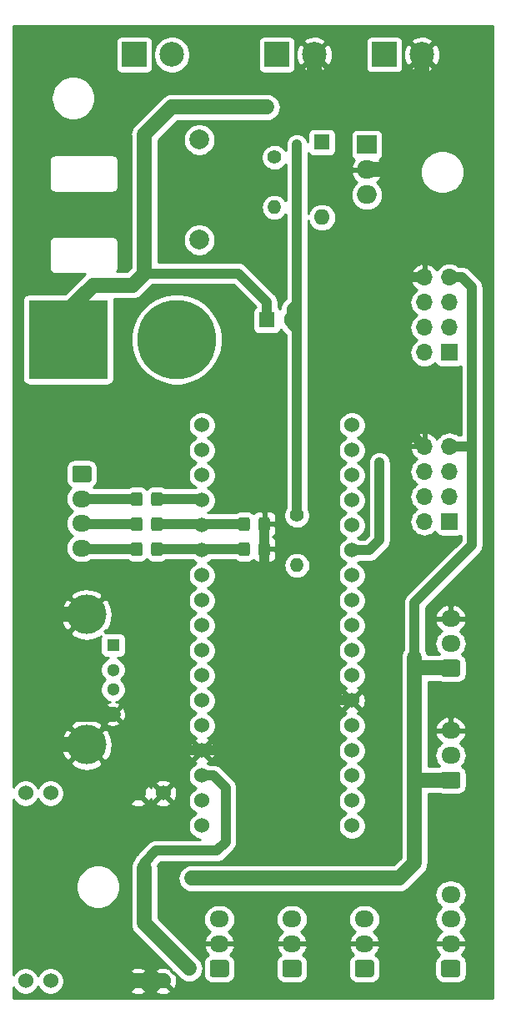
<source format=gbr>
G04 #@! TF.GenerationSoftware,KiCad,Pcbnew,(5.1.2)-1*
G04 #@! TF.CreationDate,2019-08-26T15:34:59+03:00*
G04 #@! TF.ProjectId,invaderBoard,696e7661-6465-4724-926f-6172642e6b69,rev?*
G04 #@! TF.SameCoordinates,Original*
G04 #@! TF.FileFunction,Copper,L2,Bot*
G04 #@! TF.FilePolarity,Positive*
%FSLAX46Y46*%
G04 Gerber Fmt 4.6, Leading zero omitted, Abs format (unit mm)*
G04 Created by KiCad (PCBNEW (5.1.2)-1) date 2019-08-26 15:34:59*
%MOMM*%
%LPD*%
G04 APERTURE LIST*
%ADD10C,8.000000*%
%ADD11R,8.000000X8.000000*%
%ADD12C,1.524000*%
%ADD13C,0.100000*%
%ADD14C,1.150000*%
%ADD15O,1.950000X1.700000*%
%ADD16C,1.700000*%
%ADD17C,2.499360*%
%ADD18R,2.499360X2.499360*%
%ADD19C,2.000000*%
%ADD20C,1.600000*%
%ADD21R,1.600000X1.600000*%
%ADD22C,4.000000*%
%ADD23C,1.300000*%
%ADD24R,1.300000X1.300000*%
%ADD25O,1.600000X1.600000*%
%ADD26O,1.400000X1.400000*%
%ADD27C,1.400000*%
%ADD28O,2.000000X1.905000*%
%ADD29R,2.000000X1.905000*%
%ADD30O,1.700000X1.700000*%
%ADD31R,1.700000X1.700000*%
%ADD32C,0.800000*%
%ADD33C,1.524000*%
%ADD34C,1.016000*%
%ADD35C,0.254000*%
G04 APERTURE END LIST*
D10*
X223000000Y-67000000D03*
D11*
X212000000Y-67000000D03*
D12*
X240792000Y-75692000D03*
X240792000Y-78232000D03*
X240792000Y-80772000D03*
X240792000Y-83312000D03*
X240792000Y-85852000D03*
X240792000Y-88392000D03*
X240792000Y-90932000D03*
X240792000Y-93472000D03*
X240792000Y-96012000D03*
X240792000Y-98552000D03*
X240792000Y-101092000D03*
X240792000Y-103632000D03*
X240792000Y-106172000D03*
X240792000Y-108712000D03*
X240792000Y-111252000D03*
X240792000Y-113792000D03*
X240792000Y-116332000D03*
X225552000Y-116332000D03*
X225552000Y-113792000D03*
X225552000Y-111252000D03*
X225552000Y-108712000D03*
X225552000Y-106172000D03*
X225552000Y-103632000D03*
X225552000Y-101092000D03*
X225552000Y-98552000D03*
X225552000Y-96012000D03*
X225552000Y-93472000D03*
X225552000Y-90932000D03*
X225552000Y-88392000D03*
X225552000Y-85852000D03*
X225552000Y-83312000D03*
X225552000Y-80772000D03*
X225552000Y-78232000D03*
X225552000Y-75692000D03*
D13*
G36*
X232251505Y-87566204D02*
G01*
X232275773Y-87569804D01*
X232299572Y-87575765D01*
X232322671Y-87584030D01*
X232344850Y-87594520D01*
X232365893Y-87607132D01*
X232385599Y-87621747D01*
X232403777Y-87638223D01*
X232420253Y-87656401D01*
X232434868Y-87676107D01*
X232447480Y-87697150D01*
X232457970Y-87719329D01*
X232466235Y-87742428D01*
X232472196Y-87766227D01*
X232475796Y-87790495D01*
X232477000Y-87814999D01*
X232477000Y-88715001D01*
X232475796Y-88739505D01*
X232472196Y-88763773D01*
X232466235Y-88787572D01*
X232457970Y-88810671D01*
X232447480Y-88832850D01*
X232434868Y-88853893D01*
X232420253Y-88873599D01*
X232403777Y-88891777D01*
X232385599Y-88908253D01*
X232365893Y-88922868D01*
X232344850Y-88935480D01*
X232322671Y-88945970D01*
X232299572Y-88954235D01*
X232275773Y-88960196D01*
X232251505Y-88963796D01*
X232227001Y-88965000D01*
X231576999Y-88965000D01*
X231552495Y-88963796D01*
X231528227Y-88960196D01*
X231504428Y-88954235D01*
X231481329Y-88945970D01*
X231459150Y-88935480D01*
X231438107Y-88922868D01*
X231418401Y-88908253D01*
X231400223Y-88891777D01*
X231383747Y-88873599D01*
X231369132Y-88853893D01*
X231356520Y-88832850D01*
X231346030Y-88810671D01*
X231337765Y-88787572D01*
X231331804Y-88763773D01*
X231328204Y-88739505D01*
X231327000Y-88715001D01*
X231327000Y-87814999D01*
X231328204Y-87790495D01*
X231331804Y-87766227D01*
X231337765Y-87742428D01*
X231346030Y-87719329D01*
X231356520Y-87697150D01*
X231369132Y-87676107D01*
X231383747Y-87656401D01*
X231400223Y-87638223D01*
X231418401Y-87621747D01*
X231438107Y-87607132D01*
X231459150Y-87594520D01*
X231481329Y-87584030D01*
X231504428Y-87575765D01*
X231528227Y-87569804D01*
X231552495Y-87566204D01*
X231576999Y-87565000D01*
X232227001Y-87565000D01*
X232251505Y-87566204D01*
X232251505Y-87566204D01*
G37*
D14*
X231902000Y-88265000D03*
D13*
G36*
X230201505Y-87566204D02*
G01*
X230225773Y-87569804D01*
X230249572Y-87575765D01*
X230272671Y-87584030D01*
X230294850Y-87594520D01*
X230315893Y-87607132D01*
X230335599Y-87621747D01*
X230353777Y-87638223D01*
X230370253Y-87656401D01*
X230384868Y-87676107D01*
X230397480Y-87697150D01*
X230407970Y-87719329D01*
X230416235Y-87742428D01*
X230422196Y-87766227D01*
X230425796Y-87790495D01*
X230427000Y-87814999D01*
X230427000Y-88715001D01*
X230425796Y-88739505D01*
X230422196Y-88763773D01*
X230416235Y-88787572D01*
X230407970Y-88810671D01*
X230397480Y-88832850D01*
X230384868Y-88853893D01*
X230370253Y-88873599D01*
X230353777Y-88891777D01*
X230335599Y-88908253D01*
X230315893Y-88922868D01*
X230294850Y-88935480D01*
X230272671Y-88945970D01*
X230249572Y-88954235D01*
X230225773Y-88960196D01*
X230201505Y-88963796D01*
X230177001Y-88965000D01*
X229526999Y-88965000D01*
X229502495Y-88963796D01*
X229478227Y-88960196D01*
X229454428Y-88954235D01*
X229431329Y-88945970D01*
X229409150Y-88935480D01*
X229388107Y-88922868D01*
X229368401Y-88908253D01*
X229350223Y-88891777D01*
X229333747Y-88873599D01*
X229319132Y-88853893D01*
X229306520Y-88832850D01*
X229296030Y-88810671D01*
X229287765Y-88787572D01*
X229281804Y-88763773D01*
X229278204Y-88739505D01*
X229277000Y-88715001D01*
X229277000Y-87814999D01*
X229278204Y-87790495D01*
X229281804Y-87766227D01*
X229287765Y-87742428D01*
X229296030Y-87719329D01*
X229306520Y-87697150D01*
X229319132Y-87676107D01*
X229333747Y-87656401D01*
X229350223Y-87638223D01*
X229368401Y-87621747D01*
X229388107Y-87607132D01*
X229409150Y-87594520D01*
X229431329Y-87584030D01*
X229454428Y-87575765D01*
X229478227Y-87569804D01*
X229502495Y-87566204D01*
X229526999Y-87565000D01*
X230177001Y-87565000D01*
X230201505Y-87566204D01*
X230201505Y-87566204D01*
G37*
D14*
X229852000Y-88265000D03*
D13*
G36*
X232251505Y-85026204D02*
G01*
X232275773Y-85029804D01*
X232299572Y-85035765D01*
X232322671Y-85044030D01*
X232344850Y-85054520D01*
X232365893Y-85067132D01*
X232385599Y-85081747D01*
X232403777Y-85098223D01*
X232420253Y-85116401D01*
X232434868Y-85136107D01*
X232447480Y-85157150D01*
X232457970Y-85179329D01*
X232466235Y-85202428D01*
X232472196Y-85226227D01*
X232475796Y-85250495D01*
X232477000Y-85274999D01*
X232477000Y-86175001D01*
X232475796Y-86199505D01*
X232472196Y-86223773D01*
X232466235Y-86247572D01*
X232457970Y-86270671D01*
X232447480Y-86292850D01*
X232434868Y-86313893D01*
X232420253Y-86333599D01*
X232403777Y-86351777D01*
X232385599Y-86368253D01*
X232365893Y-86382868D01*
X232344850Y-86395480D01*
X232322671Y-86405970D01*
X232299572Y-86414235D01*
X232275773Y-86420196D01*
X232251505Y-86423796D01*
X232227001Y-86425000D01*
X231576999Y-86425000D01*
X231552495Y-86423796D01*
X231528227Y-86420196D01*
X231504428Y-86414235D01*
X231481329Y-86405970D01*
X231459150Y-86395480D01*
X231438107Y-86382868D01*
X231418401Y-86368253D01*
X231400223Y-86351777D01*
X231383747Y-86333599D01*
X231369132Y-86313893D01*
X231356520Y-86292850D01*
X231346030Y-86270671D01*
X231337765Y-86247572D01*
X231331804Y-86223773D01*
X231328204Y-86199505D01*
X231327000Y-86175001D01*
X231327000Y-85274999D01*
X231328204Y-85250495D01*
X231331804Y-85226227D01*
X231337765Y-85202428D01*
X231346030Y-85179329D01*
X231356520Y-85157150D01*
X231369132Y-85136107D01*
X231383747Y-85116401D01*
X231400223Y-85098223D01*
X231418401Y-85081747D01*
X231438107Y-85067132D01*
X231459150Y-85054520D01*
X231481329Y-85044030D01*
X231504428Y-85035765D01*
X231528227Y-85029804D01*
X231552495Y-85026204D01*
X231576999Y-85025000D01*
X232227001Y-85025000D01*
X232251505Y-85026204D01*
X232251505Y-85026204D01*
G37*
D14*
X231902000Y-85725000D03*
D13*
G36*
X230201505Y-85026204D02*
G01*
X230225773Y-85029804D01*
X230249572Y-85035765D01*
X230272671Y-85044030D01*
X230294850Y-85054520D01*
X230315893Y-85067132D01*
X230335599Y-85081747D01*
X230353777Y-85098223D01*
X230370253Y-85116401D01*
X230384868Y-85136107D01*
X230397480Y-85157150D01*
X230407970Y-85179329D01*
X230416235Y-85202428D01*
X230422196Y-85226227D01*
X230425796Y-85250495D01*
X230427000Y-85274999D01*
X230427000Y-86175001D01*
X230425796Y-86199505D01*
X230422196Y-86223773D01*
X230416235Y-86247572D01*
X230407970Y-86270671D01*
X230397480Y-86292850D01*
X230384868Y-86313893D01*
X230370253Y-86333599D01*
X230353777Y-86351777D01*
X230335599Y-86368253D01*
X230315893Y-86382868D01*
X230294850Y-86395480D01*
X230272671Y-86405970D01*
X230249572Y-86414235D01*
X230225773Y-86420196D01*
X230201505Y-86423796D01*
X230177001Y-86425000D01*
X229526999Y-86425000D01*
X229502495Y-86423796D01*
X229478227Y-86420196D01*
X229454428Y-86414235D01*
X229431329Y-86405970D01*
X229409150Y-86395480D01*
X229388107Y-86382868D01*
X229368401Y-86368253D01*
X229350223Y-86351777D01*
X229333747Y-86333599D01*
X229319132Y-86313893D01*
X229306520Y-86292850D01*
X229296030Y-86270671D01*
X229287765Y-86247572D01*
X229281804Y-86223773D01*
X229278204Y-86199505D01*
X229277000Y-86175001D01*
X229277000Y-85274999D01*
X229278204Y-85250495D01*
X229281804Y-85226227D01*
X229287765Y-85202428D01*
X229296030Y-85179329D01*
X229306520Y-85157150D01*
X229319132Y-85136107D01*
X229333747Y-85116401D01*
X229350223Y-85098223D01*
X229368401Y-85081747D01*
X229388107Y-85067132D01*
X229409150Y-85054520D01*
X229431329Y-85044030D01*
X229454428Y-85035765D01*
X229478227Y-85029804D01*
X229502495Y-85026204D01*
X229526999Y-85025000D01*
X230177001Y-85025000D01*
X230201505Y-85026204D01*
X230201505Y-85026204D01*
G37*
D14*
X229852000Y-85725000D03*
D15*
X242062000Y-125810000D03*
X242062000Y-128310000D03*
D13*
G36*
X242811504Y-129961204D02*
G01*
X242835773Y-129964804D01*
X242859571Y-129970765D01*
X242882671Y-129979030D01*
X242904849Y-129989520D01*
X242925893Y-130002133D01*
X242945598Y-130016747D01*
X242963777Y-130033223D01*
X242980253Y-130051402D01*
X242994867Y-130071107D01*
X243007480Y-130092151D01*
X243017970Y-130114329D01*
X243026235Y-130137429D01*
X243032196Y-130161227D01*
X243035796Y-130185496D01*
X243037000Y-130210000D01*
X243037000Y-131410000D01*
X243035796Y-131434504D01*
X243032196Y-131458773D01*
X243026235Y-131482571D01*
X243017970Y-131505671D01*
X243007480Y-131527849D01*
X242994867Y-131548893D01*
X242980253Y-131568598D01*
X242963777Y-131586777D01*
X242945598Y-131603253D01*
X242925893Y-131617867D01*
X242904849Y-131630480D01*
X242882671Y-131640970D01*
X242859571Y-131649235D01*
X242835773Y-131655196D01*
X242811504Y-131658796D01*
X242787000Y-131660000D01*
X241337000Y-131660000D01*
X241312496Y-131658796D01*
X241288227Y-131655196D01*
X241264429Y-131649235D01*
X241241329Y-131640970D01*
X241219151Y-131630480D01*
X241198107Y-131617867D01*
X241178402Y-131603253D01*
X241160223Y-131586777D01*
X241143747Y-131568598D01*
X241129133Y-131548893D01*
X241116520Y-131527849D01*
X241106030Y-131505671D01*
X241097765Y-131482571D01*
X241091804Y-131458773D01*
X241088204Y-131434504D01*
X241087000Y-131410000D01*
X241087000Y-130210000D01*
X241088204Y-130185496D01*
X241091804Y-130161227D01*
X241097765Y-130137429D01*
X241106030Y-130114329D01*
X241116520Y-130092151D01*
X241129133Y-130071107D01*
X241143747Y-130051402D01*
X241160223Y-130033223D01*
X241178402Y-130016747D01*
X241198107Y-130002133D01*
X241219151Y-129989520D01*
X241241329Y-129979030D01*
X241264429Y-129970765D01*
X241288227Y-129964804D01*
X241312496Y-129961204D01*
X241337000Y-129960000D01*
X242787000Y-129960000D01*
X242811504Y-129961204D01*
X242811504Y-129961204D01*
G37*
D16*
X242062000Y-130810000D03*
D17*
X222504000Y-38100000D03*
D18*
X218694000Y-38100000D03*
D19*
X225298000Y-56896000D03*
X225298000Y-46736000D03*
D13*
G36*
X219288505Y-87566204D02*
G01*
X219312773Y-87569804D01*
X219336572Y-87575765D01*
X219359671Y-87584030D01*
X219381850Y-87594520D01*
X219402893Y-87607132D01*
X219422599Y-87621747D01*
X219440777Y-87638223D01*
X219457253Y-87656401D01*
X219471868Y-87676107D01*
X219484480Y-87697150D01*
X219494970Y-87719329D01*
X219503235Y-87742428D01*
X219509196Y-87766227D01*
X219512796Y-87790495D01*
X219514000Y-87814999D01*
X219514000Y-88715001D01*
X219512796Y-88739505D01*
X219509196Y-88763773D01*
X219503235Y-88787572D01*
X219494970Y-88810671D01*
X219484480Y-88832850D01*
X219471868Y-88853893D01*
X219457253Y-88873599D01*
X219440777Y-88891777D01*
X219422599Y-88908253D01*
X219402893Y-88922868D01*
X219381850Y-88935480D01*
X219359671Y-88945970D01*
X219336572Y-88954235D01*
X219312773Y-88960196D01*
X219288505Y-88963796D01*
X219264001Y-88965000D01*
X218613999Y-88965000D01*
X218589495Y-88963796D01*
X218565227Y-88960196D01*
X218541428Y-88954235D01*
X218518329Y-88945970D01*
X218496150Y-88935480D01*
X218475107Y-88922868D01*
X218455401Y-88908253D01*
X218437223Y-88891777D01*
X218420747Y-88873599D01*
X218406132Y-88853893D01*
X218393520Y-88832850D01*
X218383030Y-88810671D01*
X218374765Y-88787572D01*
X218368804Y-88763773D01*
X218365204Y-88739505D01*
X218364000Y-88715001D01*
X218364000Y-87814999D01*
X218365204Y-87790495D01*
X218368804Y-87766227D01*
X218374765Y-87742428D01*
X218383030Y-87719329D01*
X218393520Y-87697150D01*
X218406132Y-87676107D01*
X218420747Y-87656401D01*
X218437223Y-87638223D01*
X218455401Y-87621747D01*
X218475107Y-87607132D01*
X218496150Y-87594520D01*
X218518329Y-87584030D01*
X218541428Y-87575765D01*
X218565227Y-87569804D01*
X218589495Y-87566204D01*
X218613999Y-87565000D01*
X219264001Y-87565000D01*
X219288505Y-87566204D01*
X219288505Y-87566204D01*
G37*
D14*
X218939000Y-88265000D03*
D13*
G36*
X221338505Y-87566204D02*
G01*
X221362773Y-87569804D01*
X221386572Y-87575765D01*
X221409671Y-87584030D01*
X221431850Y-87594520D01*
X221452893Y-87607132D01*
X221472599Y-87621747D01*
X221490777Y-87638223D01*
X221507253Y-87656401D01*
X221521868Y-87676107D01*
X221534480Y-87697150D01*
X221544970Y-87719329D01*
X221553235Y-87742428D01*
X221559196Y-87766227D01*
X221562796Y-87790495D01*
X221564000Y-87814999D01*
X221564000Y-88715001D01*
X221562796Y-88739505D01*
X221559196Y-88763773D01*
X221553235Y-88787572D01*
X221544970Y-88810671D01*
X221534480Y-88832850D01*
X221521868Y-88853893D01*
X221507253Y-88873599D01*
X221490777Y-88891777D01*
X221472599Y-88908253D01*
X221452893Y-88922868D01*
X221431850Y-88935480D01*
X221409671Y-88945970D01*
X221386572Y-88954235D01*
X221362773Y-88960196D01*
X221338505Y-88963796D01*
X221314001Y-88965000D01*
X220663999Y-88965000D01*
X220639495Y-88963796D01*
X220615227Y-88960196D01*
X220591428Y-88954235D01*
X220568329Y-88945970D01*
X220546150Y-88935480D01*
X220525107Y-88922868D01*
X220505401Y-88908253D01*
X220487223Y-88891777D01*
X220470747Y-88873599D01*
X220456132Y-88853893D01*
X220443520Y-88832850D01*
X220433030Y-88810671D01*
X220424765Y-88787572D01*
X220418804Y-88763773D01*
X220415204Y-88739505D01*
X220414000Y-88715001D01*
X220414000Y-87814999D01*
X220415204Y-87790495D01*
X220418804Y-87766227D01*
X220424765Y-87742428D01*
X220433030Y-87719329D01*
X220443520Y-87697150D01*
X220456132Y-87676107D01*
X220470747Y-87656401D01*
X220487223Y-87638223D01*
X220505401Y-87621747D01*
X220525107Y-87607132D01*
X220546150Y-87594520D01*
X220568329Y-87584030D01*
X220591428Y-87575765D01*
X220615227Y-87569804D01*
X220639495Y-87566204D01*
X220663999Y-87565000D01*
X221314001Y-87565000D01*
X221338505Y-87566204D01*
X221338505Y-87566204D01*
G37*
D14*
X220989000Y-88265000D03*
D13*
G36*
X219288505Y-85026204D02*
G01*
X219312773Y-85029804D01*
X219336572Y-85035765D01*
X219359671Y-85044030D01*
X219381850Y-85054520D01*
X219402893Y-85067132D01*
X219422599Y-85081747D01*
X219440777Y-85098223D01*
X219457253Y-85116401D01*
X219471868Y-85136107D01*
X219484480Y-85157150D01*
X219494970Y-85179329D01*
X219503235Y-85202428D01*
X219509196Y-85226227D01*
X219512796Y-85250495D01*
X219514000Y-85274999D01*
X219514000Y-86175001D01*
X219512796Y-86199505D01*
X219509196Y-86223773D01*
X219503235Y-86247572D01*
X219494970Y-86270671D01*
X219484480Y-86292850D01*
X219471868Y-86313893D01*
X219457253Y-86333599D01*
X219440777Y-86351777D01*
X219422599Y-86368253D01*
X219402893Y-86382868D01*
X219381850Y-86395480D01*
X219359671Y-86405970D01*
X219336572Y-86414235D01*
X219312773Y-86420196D01*
X219288505Y-86423796D01*
X219264001Y-86425000D01*
X218613999Y-86425000D01*
X218589495Y-86423796D01*
X218565227Y-86420196D01*
X218541428Y-86414235D01*
X218518329Y-86405970D01*
X218496150Y-86395480D01*
X218475107Y-86382868D01*
X218455401Y-86368253D01*
X218437223Y-86351777D01*
X218420747Y-86333599D01*
X218406132Y-86313893D01*
X218393520Y-86292850D01*
X218383030Y-86270671D01*
X218374765Y-86247572D01*
X218368804Y-86223773D01*
X218365204Y-86199505D01*
X218364000Y-86175001D01*
X218364000Y-85274999D01*
X218365204Y-85250495D01*
X218368804Y-85226227D01*
X218374765Y-85202428D01*
X218383030Y-85179329D01*
X218393520Y-85157150D01*
X218406132Y-85136107D01*
X218420747Y-85116401D01*
X218437223Y-85098223D01*
X218455401Y-85081747D01*
X218475107Y-85067132D01*
X218496150Y-85054520D01*
X218518329Y-85044030D01*
X218541428Y-85035765D01*
X218565227Y-85029804D01*
X218589495Y-85026204D01*
X218613999Y-85025000D01*
X219264001Y-85025000D01*
X219288505Y-85026204D01*
X219288505Y-85026204D01*
G37*
D14*
X218939000Y-85725000D03*
D13*
G36*
X221338505Y-85026204D02*
G01*
X221362773Y-85029804D01*
X221386572Y-85035765D01*
X221409671Y-85044030D01*
X221431850Y-85054520D01*
X221452893Y-85067132D01*
X221472599Y-85081747D01*
X221490777Y-85098223D01*
X221507253Y-85116401D01*
X221521868Y-85136107D01*
X221534480Y-85157150D01*
X221544970Y-85179329D01*
X221553235Y-85202428D01*
X221559196Y-85226227D01*
X221562796Y-85250495D01*
X221564000Y-85274999D01*
X221564000Y-86175001D01*
X221562796Y-86199505D01*
X221559196Y-86223773D01*
X221553235Y-86247572D01*
X221544970Y-86270671D01*
X221534480Y-86292850D01*
X221521868Y-86313893D01*
X221507253Y-86333599D01*
X221490777Y-86351777D01*
X221472599Y-86368253D01*
X221452893Y-86382868D01*
X221431850Y-86395480D01*
X221409671Y-86405970D01*
X221386572Y-86414235D01*
X221362773Y-86420196D01*
X221338505Y-86423796D01*
X221314001Y-86425000D01*
X220663999Y-86425000D01*
X220639495Y-86423796D01*
X220615227Y-86420196D01*
X220591428Y-86414235D01*
X220568329Y-86405970D01*
X220546150Y-86395480D01*
X220525107Y-86382868D01*
X220505401Y-86368253D01*
X220487223Y-86351777D01*
X220470747Y-86333599D01*
X220456132Y-86313893D01*
X220443520Y-86292850D01*
X220433030Y-86270671D01*
X220424765Y-86247572D01*
X220418804Y-86223773D01*
X220415204Y-86199505D01*
X220414000Y-86175001D01*
X220414000Y-85274999D01*
X220415204Y-85250495D01*
X220418804Y-85226227D01*
X220424765Y-85202428D01*
X220433030Y-85179329D01*
X220443520Y-85157150D01*
X220456132Y-85136107D01*
X220470747Y-85116401D01*
X220487223Y-85098223D01*
X220505401Y-85081747D01*
X220525107Y-85067132D01*
X220546150Y-85054520D01*
X220568329Y-85044030D01*
X220591428Y-85035765D01*
X220615227Y-85029804D01*
X220639495Y-85026204D01*
X220663999Y-85025000D01*
X221314001Y-85025000D01*
X221338505Y-85026204D01*
X221338505Y-85026204D01*
G37*
D14*
X220989000Y-85725000D03*
D13*
G36*
X219288505Y-82486204D02*
G01*
X219312773Y-82489804D01*
X219336572Y-82495765D01*
X219359671Y-82504030D01*
X219381850Y-82514520D01*
X219402893Y-82527132D01*
X219422599Y-82541747D01*
X219440777Y-82558223D01*
X219457253Y-82576401D01*
X219471868Y-82596107D01*
X219484480Y-82617150D01*
X219494970Y-82639329D01*
X219503235Y-82662428D01*
X219509196Y-82686227D01*
X219512796Y-82710495D01*
X219514000Y-82734999D01*
X219514000Y-83635001D01*
X219512796Y-83659505D01*
X219509196Y-83683773D01*
X219503235Y-83707572D01*
X219494970Y-83730671D01*
X219484480Y-83752850D01*
X219471868Y-83773893D01*
X219457253Y-83793599D01*
X219440777Y-83811777D01*
X219422599Y-83828253D01*
X219402893Y-83842868D01*
X219381850Y-83855480D01*
X219359671Y-83865970D01*
X219336572Y-83874235D01*
X219312773Y-83880196D01*
X219288505Y-83883796D01*
X219264001Y-83885000D01*
X218613999Y-83885000D01*
X218589495Y-83883796D01*
X218565227Y-83880196D01*
X218541428Y-83874235D01*
X218518329Y-83865970D01*
X218496150Y-83855480D01*
X218475107Y-83842868D01*
X218455401Y-83828253D01*
X218437223Y-83811777D01*
X218420747Y-83793599D01*
X218406132Y-83773893D01*
X218393520Y-83752850D01*
X218383030Y-83730671D01*
X218374765Y-83707572D01*
X218368804Y-83683773D01*
X218365204Y-83659505D01*
X218364000Y-83635001D01*
X218364000Y-82734999D01*
X218365204Y-82710495D01*
X218368804Y-82686227D01*
X218374765Y-82662428D01*
X218383030Y-82639329D01*
X218393520Y-82617150D01*
X218406132Y-82596107D01*
X218420747Y-82576401D01*
X218437223Y-82558223D01*
X218455401Y-82541747D01*
X218475107Y-82527132D01*
X218496150Y-82514520D01*
X218518329Y-82504030D01*
X218541428Y-82495765D01*
X218565227Y-82489804D01*
X218589495Y-82486204D01*
X218613999Y-82485000D01*
X219264001Y-82485000D01*
X219288505Y-82486204D01*
X219288505Y-82486204D01*
G37*
D14*
X218939000Y-83185000D03*
D13*
G36*
X221338505Y-82486204D02*
G01*
X221362773Y-82489804D01*
X221386572Y-82495765D01*
X221409671Y-82504030D01*
X221431850Y-82514520D01*
X221452893Y-82527132D01*
X221472599Y-82541747D01*
X221490777Y-82558223D01*
X221507253Y-82576401D01*
X221521868Y-82596107D01*
X221534480Y-82617150D01*
X221544970Y-82639329D01*
X221553235Y-82662428D01*
X221559196Y-82686227D01*
X221562796Y-82710495D01*
X221564000Y-82734999D01*
X221564000Y-83635001D01*
X221562796Y-83659505D01*
X221559196Y-83683773D01*
X221553235Y-83707572D01*
X221544970Y-83730671D01*
X221534480Y-83752850D01*
X221521868Y-83773893D01*
X221507253Y-83793599D01*
X221490777Y-83811777D01*
X221472599Y-83828253D01*
X221452893Y-83842868D01*
X221431850Y-83855480D01*
X221409671Y-83865970D01*
X221386572Y-83874235D01*
X221362773Y-83880196D01*
X221338505Y-83883796D01*
X221314001Y-83885000D01*
X220663999Y-83885000D01*
X220639495Y-83883796D01*
X220615227Y-83880196D01*
X220591428Y-83874235D01*
X220568329Y-83865970D01*
X220546150Y-83855480D01*
X220525107Y-83842868D01*
X220505401Y-83828253D01*
X220487223Y-83811777D01*
X220470747Y-83793599D01*
X220456132Y-83773893D01*
X220443520Y-83752850D01*
X220433030Y-83730671D01*
X220424765Y-83707572D01*
X220418804Y-83683773D01*
X220415204Y-83659505D01*
X220414000Y-83635001D01*
X220414000Y-82734999D01*
X220415204Y-82710495D01*
X220418804Y-82686227D01*
X220424765Y-82662428D01*
X220433030Y-82639329D01*
X220443520Y-82617150D01*
X220456132Y-82596107D01*
X220470747Y-82576401D01*
X220487223Y-82558223D01*
X220505401Y-82541747D01*
X220525107Y-82527132D01*
X220546150Y-82514520D01*
X220568329Y-82504030D01*
X220591428Y-82495765D01*
X220615227Y-82489804D01*
X220639495Y-82486204D01*
X220663999Y-82485000D01*
X221314001Y-82485000D01*
X221338505Y-82486204D01*
X221338505Y-82486204D01*
G37*
D14*
X220989000Y-83185000D03*
D15*
X250825000Y-123310000D03*
X250825000Y-125810000D03*
X250825000Y-128310000D03*
D13*
G36*
X251574504Y-129961204D02*
G01*
X251598773Y-129964804D01*
X251622571Y-129970765D01*
X251645671Y-129979030D01*
X251667849Y-129989520D01*
X251688893Y-130002133D01*
X251708598Y-130016747D01*
X251726777Y-130033223D01*
X251743253Y-130051402D01*
X251757867Y-130071107D01*
X251770480Y-130092151D01*
X251780970Y-130114329D01*
X251789235Y-130137429D01*
X251795196Y-130161227D01*
X251798796Y-130185496D01*
X251800000Y-130210000D01*
X251800000Y-131410000D01*
X251798796Y-131434504D01*
X251795196Y-131458773D01*
X251789235Y-131482571D01*
X251780970Y-131505671D01*
X251770480Y-131527849D01*
X251757867Y-131548893D01*
X251743253Y-131568598D01*
X251726777Y-131586777D01*
X251708598Y-131603253D01*
X251688893Y-131617867D01*
X251667849Y-131630480D01*
X251645671Y-131640970D01*
X251622571Y-131649235D01*
X251598773Y-131655196D01*
X251574504Y-131658796D01*
X251550000Y-131660000D01*
X250100000Y-131660000D01*
X250075496Y-131658796D01*
X250051227Y-131655196D01*
X250027429Y-131649235D01*
X250004329Y-131640970D01*
X249982151Y-131630480D01*
X249961107Y-131617867D01*
X249941402Y-131603253D01*
X249923223Y-131586777D01*
X249906747Y-131568598D01*
X249892133Y-131548893D01*
X249879520Y-131527849D01*
X249869030Y-131505671D01*
X249860765Y-131482571D01*
X249854804Y-131458773D01*
X249851204Y-131434504D01*
X249850000Y-131410000D01*
X249850000Y-130210000D01*
X249851204Y-130185496D01*
X249854804Y-130161227D01*
X249860765Y-130137429D01*
X249869030Y-130114329D01*
X249879520Y-130092151D01*
X249892133Y-130071107D01*
X249906747Y-130051402D01*
X249923223Y-130033223D01*
X249941402Y-130016747D01*
X249961107Y-130002133D01*
X249982151Y-129989520D01*
X250004329Y-129979030D01*
X250027429Y-129970765D01*
X250051227Y-129964804D01*
X250075496Y-129961204D01*
X250100000Y-129960000D01*
X251550000Y-129960000D01*
X251574504Y-129961204D01*
X251574504Y-129961204D01*
G37*
D16*
X250825000Y-130810000D03*
D15*
X234696000Y-125810000D03*
X234696000Y-128310000D03*
D13*
G36*
X235445504Y-129961204D02*
G01*
X235469773Y-129964804D01*
X235493571Y-129970765D01*
X235516671Y-129979030D01*
X235538849Y-129989520D01*
X235559893Y-130002133D01*
X235579598Y-130016747D01*
X235597777Y-130033223D01*
X235614253Y-130051402D01*
X235628867Y-130071107D01*
X235641480Y-130092151D01*
X235651970Y-130114329D01*
X235660235Y-130137429D01*
X235666196Y-130161227D01*
X235669796Y-130185496D01*
X235671000Y-130210000D01*
X235671000Y-131410000D01*
X235669796Y-131434504D01*
X235666196Y-131458773D01*
X235660235Y-131482571D01*
X235651970Y-131505671D01*
X235641480Y-131527849D01*
X235628867Y-131548893D01*
X235614253Y-131568598D01*
X235597777Y-131586777D01*
X235579598Y-131603253D01*
X235559893Y-131617867D01*
X235538849Y-131630480D01*
X235516671Y-131640970D01*
X235493571Y-131649235D01*
X235469773Y-131655196D01*
X235445504Y-131658796D01*
X235421000Y-131660000D01*
X233971000Y-131660000D01*
X233946496Y-131658796D01*
X233922227Y-131655196D01*
X233898429Y-131649235D01*
X233875329Y-131640970D01*
X233853151Y-131630480D01*
X233832107Y-131617867D01*
X233812402Y-131603253D01*
X233794223Y-131586777D01*
X233777747Y-131568598D01*
X233763133Y-131548893D01*
X233750520Y-131527849D01*
X233740030Y-131505671D01*
X233731765Y-131482571D01*
X233725804Y-131458773D01*
X233722204Y-131434504D01*
X233721000Y-131410000D01*
X233721000Y-130210000D01*
X233722204Y-130185496D01*
X233725804Y-130161227D01*
X233731765Y-130137429D01*
X233740030Y-130114329D01*
X233750520Y-130092151D01*
X233763133Y-130071107D01*
X233777747Y-130051402D01*
X233794223Y-130033223D01*
X233812402Y-130016747D01*
X233832107Y-130002133D01*
X233853151Y-129989520D01*
X233875329Y-129979030D01*
X233898429Y-129970765D01*
X233922227Y-129964804D01*
X233946496Y-129961204D01*
X233971000Y-129960000D01*
X235421000Y-129960000D01*
X235445504Y-129961204D01*
X235445504Y-129961204D01*
G37*
D16*
X234696000Y-130810000D03*
D15*
X227330000Y-125810000D03*
X227330000Y-128310000D03*
D13*
G36*
X228079504Y-129961204D02*
G01*
X228103773Y-129964804D01*
X228127571Y-129970765D01*
X228150671Y-129979030D01*
X228172849Y-129989520D01*
X228193893Y-130002133D01*
X228213598Y-130016747D01*
X228231777Y-130033223D01*
X228248253Y-130051402D01*
X228262867Y-130071107D01*
X228275480Y-130092151D01*
X228285970Y-130114329D01*
X228294235Y-130137429D01*
X228300196Y-130161227D01*
X228303796Y-130185496D01*
X228305000Y-130210000D01*
X228305000Y-131410000D01*
X228303796Y-131434504D01*
X228300196Y-131458773D01*
X228294235Y-131482571D01*
X228285970Y-131505671D01*
X228275480Y-131527849D01*
X228262867Y-131548893D01*
X228248253Y-131568598D01*
X228231777Y-131586777D01*
X228213598Y-131603253D01*
X228193893Y-131617867D01*
X228172849Y-131630480D01*
X228150671Y-131640970D01*
X228127571Y-131649235D01*
X228103773Y-131655196D01*
X228079504Y-131658796D01*
X228055000Y-131660000D01*
X226605000Y-131660000D01*
X226580496Y-131658796D01*
X226556227Y-131655196D01*
X226532429Y-131649235D01*
X226509329Y-131640970D01*
X226487151Y-131630480D01*
X226466107Y-131617867D01*
X226446402Y-131603253D01*
X226428223Y-131586777D01*
X226411747Y-131568598D01*
X226397133Y-131548893D01*
X226384520Y-131527849D01*
X226374030Y-131505671D01*
X226365765Y-131482571D01*
X226359804Y-131458773D01*
X226356204Y-131434504D01*
X226355000Y-131410000D01*
X226355000Y-130210000D01*
X226356204Y-130185496D01*
X226359804Y-130161227D01*
X226365765Y-130137429D01*
X226374030Y-130114329D01*
X226384520Y-130092151D01*
X226397133Y-130071107D01*
X226411747Y-130051402D01*
X226428223Y-130033223D01*
X226446402Y-130016747D01*
X226466107Y-130002133D01*
X226487151Y-129989520D01*
X226509329Y-129979030D01*
X226532429Y-129970765D01*
X226556227Y-129964804D01*
X226580496Y-129961204D01*
X226605000Y-129960000D01*
X228055000Y-129960000D01*
X228079504Y-129961204D01*
X228079504Y-129961204D01*
G37*
D16*
X227330000Y-130810000D03*
D15*
X250825000Y-106680000D03*
X250825000Y-109180000D03*
D13*
G36*
X251574504Y-110831204D02*
G01*
X251598773Y-110834804D01*
X251622571Y-110840765D01*
X251645671Y-110849030D01*
X251667849Y-110859520D01*
X251688893Y-110872133D01*
X251708598Y-110886747D01*
X251726777Y-110903223D01*
X251743253Y-110921402D01*
X251757867Y-110941107D01*
X251770480Y-110962151D01*
X251780970Y-110984329D01*
X251789235Y-111007429D01*
X251795196Y-111031227D01*
X251798796Y-111055496D01*
X251800000Y-111080000D01*
X251800000Y-112280000D01*
X251798796Y-112304504D01*
X251795196Y-112328773D01*
X251789235Y-112352571D01*
X251780970Y-112375671D01*
X251770480Y-112397849D01*
X251757867Y-112418893D01*
X251743253Y-112438598D01*
X251726777Y-112456777D01*
X251708598Y-112473253D01*
X251688893Y-112487867D01*
X251667849Y-112500480D01*
X251645671Y-112510970D01*
X251622571Y-112519235D01*
X251598773Y-112525196D01*
X251574504Y-112528796D01*
X251550000Y-112530000D01*
X250100000Y-112530000D01*
X250075496Y-112528796D01*
X250051227Y-112525196D01*
X250027429Y-112519235D01*
X250004329Y-112510970D01*
X249982151Y-112500480D01*
X249961107Y-112487867D01*
X249941402Y-112473253D01*
X249923223Y-112456777D01*
X249906747Y-112438598D01*
X249892133Y-112418893D01*
X249879520Y-112397849D01*
X249869030Y-112375671D01*
X249860765Y-112352571D01*
X249854804Y-112328773D01*
X249851204Y-112304504D01*
X249850000Y-112280000D01*
X249850000Y-111080000D01*
X249851204Y-111055496D01*
X249854804Y-111031227D01*
X249860765Y-111007429D01*
X249869030Y-110984329D01*
X249879520Y-110962151D01*
X249892133Y-110941107D01*
X249906747Y-110921402D01*
X249923223Y-110903223D01*
X249941402Y-110886747D01*
X249961107Y-110872133D01*
X249982151Y-110859520D01*
X250004329Y-110849030D01*
X250027429Y-110840765D01*
X250051227Y-110834804D01*
X250075496Y-110831204D01*
X250100000Y-110830000D01*
X251550000Y-110830000D01*
X251574504Y-110831204D01*
X251574504Y-110831204D01*
G37*
D16*
X250825000Y-111680000D03*
D15*
X250825000Y-95330000D03*
X250825000Y-97830000D03*
D13*
G36*
X251574504Y-99481204D02*
G01*
X251598773Y-99484804D01*
X251622571Y-99490765D01*
X251645671Y-99499030D01*
X251667849Y-99509520D01*
X251688893Y-99522133D01*
X251708598Y-99536747D01*
X251726777Y-99553223D01*
X251743253Y-99571402D01*
X251757867Y-99591107D01*
X251770480Y-99612151D01*
X251780970Y-99634329D01*
X251789235Y-99657429D01*
X251795196Y-99681227D01*
X251798796Y-99705496D01*
X251800000Y-99730000D01*
X251800000Y-100930000D01*
X251798796Y-100954504D01*
X251795196Y-100978773D01*
X251789235Y-101002571D01*
X251780970Y-101025671D01*
X251770480Y-101047849D01*
X251757867Y-101068893D01*
X251743253Y-101088598D01*
X251726777Y-101106777D01*
X251708598Y-101123253D01*
X251688893Y-101137867D01*
X251667849Y-101150480D01*
X251645671Y-101160970D01*
X251622571Y-101169235D01*
X251598773Y-101175196D01*
X251574504Y-101178796D01*
X251550000Y-101180000D01*
X250100000Y-101180000D01*
X250075496Y-101178796D01*
X250051227Y-101175196D01*
X250027429Y-101169235D01*
X250004329Y-101160970D01*
X249982151Y-101150480D01*
X249961107Y-101137867D01*
X249941402Y-101123253D01*
X249923223Y-101106777D01*
X249906747Y-101088598D01*
X249892133Y-101068893D01*
X249879520Y-101047849D01*
X249869030Y-101025671D01*
X249860765Y-101002571D01*
X249854804Y-100978773D01*
X249851204Y-100954504D01*
X249850000Y-100930000D01*
X249850000Y-99730000D01*
X249851204Y-99705496D01*
X249854804Y-99681227D01*
X249860765Y-99657429D01*
X249869030Y-99634329D01*
X249879520Y-99612151D01*
X249892133Y-99591107D01*
X249906747Y-99571402D01*
X249923223Y-99553223D01*
X249941402Y-99536747D01*
X249961107Y-99522133D01*
X249982151Y-99509520D01*
X250004329Y-99499030D01*
X250027429Y-99490765D01*
X250051227Y-99484804D01*
X250075496Y-99481204D01*
X250100000Y-99480000D01*
X251550000Y-99480000D01*
X251574504Y-99481204D01*
X251574504Y-99481204D01*
G37*
D16*
X250825000Y-100330000D03*
D17*
X236982000Y-38100000D03*
D18*
X233172000Y-38100000D03*
D17*
X247904000Y-38100000D03*
D18*
X244094000Y-38100000D03*
D20*
X234656000Y-65024000D03*
D21*
X232156000Y-65024000D03*
D22*
X213835000Y-108100000D03*
X213835000Y-94900000D03*
D23*
X216535000Y-105000000D03*
X216535000Y-102500000D03*
X216535000Y-100500000D03*
D24*
X216535000Y-98000000D03*
D25*
X237744000Y-54610000D03*
D21*
X237744000Y-46990000D03*
D12*
X221615000Y-113030000D03*
X219075000Y-113030000D03*
X210185000Y-113030000D03*
X207645000Y-113030000D03*
X221615000Y-132080000D03*
X219075000Y-132080000D03*
X210185000Y-132080000D03*
X207645000Y-132080000D03*
D26*
X232918000Y-53594000D03*
D27*
X232918000Y-48514000D03*
D26*
X235204000Y-89916000D03*
D27*
X235204000Y-84836000D03*
D28*
X242316000Y-52324000D03*
X242316000Y-49784000D03*
D29*
X242316000Y-47244000D03*
D30*
X248158000Y-77851000D03*
X250698000Y-77851000D03*
X248158000Y-80391000D03*
X250698000Y-80391000D03*
X248158000Y-82931000D03*
X250698000Y-82931000D03*
X248158000Y-85471000D03*
D31*
X250698000Y-85471000D03*
D30*
X248158000Y-60706000D03*
X250698000Y-60706000D03*
X248158000Y-63246000D03*
X250698000Y-63246000D03*
X248158000Y-65786000D03*
X250698000Y-65786000D03*
X248158000Y-68326000D03*
D31*
X250698000Y-68326000D03*
D15*
X213360000Y-88145000D03*
X213360000Y-85645000D03*
X213360000Y-83145000D03*
D13*
G36*
X214109504Y-79796204D02*
G01*
X214133773Y-79799804D01*
X214157571Y-79805765D01*
X214180671Y-79814030D01*
X214202849Y-79824520D01*
X214223893Y-79837133D01*
X214243598Y-79851747D01*
X214261777Y-79868223D01*
X214278253Y-79886402D01*
X214292867Y-79906107D01*
X214305480Y-79927151D01*
X214315970Y-79949329D01*
X214324235Y-79972429D01*
X214330196Y-79996227D01*
X214333796Y-80020496D01*
X214335000Y-80045000D01*
X214335000Y-81245000D01*
X214333796Y-81269504D01*
X214330196Y-81293773D01*
X214324235Y-81317571D01*
X214315970Y-81340671D01*
X214305480Y-81362849D01*
X214292867Y-81383893D01*
X214278253Y-81403598D01*
X214261777Y-81421777D01*
X214243598Y-81438253D01*
X214223893Y-81452867D01*
X214202849Y-81465480D01*
X214180671Y-81475970D01*
X214157571Y-81484235D01*
X214133773Y-81490196D01*
X214109504Y-81493796D01*
X214085000Y-81495000D01*
X212635000Y-81495000D01*
X212610496Y-81493796D01*
X212586227Y-81490196D01*
X212562429Y-81484235D01*
X212539329Y-81475970D01*
X212517151Y-81465480D01*
X212496107Y-81452867D01*
X212476402Y-81438253D01*
X212458223Y-81421777D01*
X212441747Y-81403598D01*
X212427133Y-81383893D01*
X212414520Y-81362849D01*
X212404030Y-81340671D01*
X212395765Y-81317571D01*
X212389804Y-81293773D01*
X212386204Y-81269504D01*
X212385000Y-81245000D01*
X212385000Y-80045000D01*
X212386204Y-80020496D01*
X212389804Y-79996227D01*
X212395765Y-79972429D01*
X212404030Y-79949329D01*
X212414520Y-79927151D01*
X212427133Y-79906107D01*
X212441747Y-79886402D01*
X212458223Y-79868223D01*
X212476402Y-79851747D01*
X212496107Y-79837133D01*
X212517151Y-79824520D01*
X212539329Y-79814030D01*
X212562429Y-79805765D01*
X212586227Y-79799804D01*
X212610496Y-79796204D01*
X212635000Y-79795000D01*
X214085000Y-79795000D01*
X214109504Y-79796204D01*
X214109504Y-79796204D01*
G37*
D16*
X213360000Y-80645000D03*
D32*
X232156000Y-43434000D03*
X224282000Y-130810000D03*
X219710000Y-120650000D03*
X209042000Y-122958000D03*
X224536000Y-121666000D03*
X243586000Y-79502000D03*
X235204000Y-47244000D03*
D33*
X222504000Y-43434000D02*
X219710000Y-46228000D01*
X232156000Y-43434000D02*
X222504000Y-43434000D01*
X224282000Y-130810000D02*
X222504000Y-129032000D01*
X222504000Y-129032000D02*
X219964000Y-126492000D01*
X219964000Y-126492000D02*
X219710000Y-126238000D01*
X219710000Y-126238000D02*
X219710000Y-120650000D01*
D34*
X219710000Y-120084315D02*
X220922315Y-118872000D01*
X219710000Y-120650000D02*
X219710000Y-120084315D01*
X220922315Y-118872000D02*
X227076000Y-118872000D01*
X227974000Y-112478000D02*
X226748000Y-111252000D01*
X227974000Y-117974000D02*
X227974000Y-112478000D01*
X226748000Y-111252000D02*
X225552000Y-111252000D01*
X227076000Y-118872000D02*
X227974000Y-117974000D01*
D33*
X212000000Y-67000000D02*
X212000000Y-64000000D01*
X212000000Y-64000000D02*
X214500000Y-61500000D01*
X218500000Y-61500000D02*
X219710000Y-60290000D01*
X214500000Y-61500000D02*
X218500000Y-61500000D01*
X219710000Y-46228000D02*
X219710000Y-60290000D01*
D34*
X232156000Y-63208000D02*
X232156000Y-65024000D01*
X229238000Y-60290000D02*
X232156000Y-63208000D01*
X219710000Y-60290000D02*
X229238000Y-60290000D01*
X213480000Y-88265000D02*
X213360000Y-88145000D01*
X218939000Y-88265000D02*
X213480000Y-88265000D01*
X213440000Y-85725000D02*
X213360000Y-85645000D01*
X218939000Y-85725000D02*
X213440000Y-85725000D01*
X218899000Y-83145000D02*
X218939000Y-83185000D01*
X213360000Y-83145000D02*
X218899000Y-83145000D01*
D33*
X236982000Y-39867314D02*
X236982000Y-38100000D01*
X237754686Y-40640000D02*
X236982000Y-39867314D01*
X247904000Y-39867314D02*
X247131314Y-40640000D01*
X247904000Y-38100000D02*
X247904000Y-39867314D01*
X245618000Y-40640000D02*
X237754686Y-40640000D01*
X247131314Y-40640000D02*
X245618000Y-40640000D01*
X244840000Y-49784000D02*
X245618000Y-49784000D01*
X242316000Y-49784000D02*
X244840000Y-49784000D01*
X245618000Y-40640000D02*
X245618000Y-49784000D01*
X208946000Y-94900000D02*
X208788000Y-94742000D01*
X213835000Y-94900000D02*
X208946000Y-94900000D01*
X209192000Y-108100000D02*
X208788000Y-107696000D01*
X213835000Y-108100000D02*
X209192000Y-108100000D01*
X209394000Y-105000000D02*
X208788000Y-104394000D01*
X216535000Y-105000000D02*
X209394000Y-105000000D01*
X208788000Y-94742000D02*
X208788000Y-104394000D01*
X208788000Y-104394000D02*
X208788000Y-107696000D01*
D34*
X231902000Y-88265000D02*
X231902000Y-85725000D01*
X225552000Y-108712000D02*
X228092000Y-108712000D01*
X228092000Y-108712000D02*
X233172000Y-103632000D01*
X231902000Y-102362000D02*
X233172000Y-103632000D01*
X231902000Y-88265000D02*
X231902000Y-102362000D01*
X248158000Y-77851000D02*
X246634000Y-76327000D01*
X248158000Y-77851000D02*
X244856000Y-74549000D01*
X245618000Y-56388000D02*
X245618000Y-49784000D01*
X244856000Y-57150000D02*
X245618000Y-56388000D01*
X246955919Y-60706000D02*
X244856000Y-60706000D01*
X248158000Y-60706000D02*
X246955919Y-60706000D01*
X244856000Y-60706000D02*
X244856000Y-57150000D01*
X237744000Y-103632000D02*
X237744000Y-74422000D01*
X237744000Y-103632000D02*
X240792000Y-103632000D01*
X233172000Y-103632000D02*
X237744000Y-103632000D01*
X240538000Y-71628000D02*
X244856000Y-71628000D01*
X237744000Y-74422000D02*
X240538000Y-71628000D01*
X244856000Y-74549000D02*
X244856000Y-71628000D01*
X244856000Y-71628000D02*
X244856000Y-60706000D01*
X222504000Y-108712000D02*
X218186000Y-113030000D01*
X225552000Y-108712000D02*
X222504000Y-108712000D01*
D33*
X218186000Y-113030000D02*
X219075000Y-113030000D01*
X221615000Y-132080000D02*
X219075000Y-132080000D01*
X219075000Y-132080000D02*
X216154000Y-132080000D01*
X216154000Y-132080000D02*
X209042000Y-124968000D01*
X209042000Y-119380000D02*
X212598000Y-115824000D01*
X208788000Y-107696000D02*
X212598000Y-111506000D01*
X219075000Y-113030000D02*
X212598000Y-113030000D01*
X212598000Y-115824000D02*
X212598000Y-113030000D01*
X212598000Y-113030000D02*
X212598000Y-111506000D01*
X209042000Y-122958000D02*
X209042000Y-119380000D01*
X209042000Y-124968000D02*
X209042000Y-122958000D01*
D34*
X250698000Y-60706000D02*
X251900081Y-60706000D01*
X251900081Y-60706000D02*
X251968000Y-60706000D01*
X251968000Y-60706000D02*
X252984000Y-61722000D01*
X252984000Y-80772000D02*
X252984000Y-87884000D01*
X252984000Y-87884000D02*
X247142000Y-93726000D01*
X247142000Y-93726000D02*
X247142000Y-99314000D01*
D33*
X247142000Y-120142000D02*
X245618000Y-121666000D01*
X245618000Y-121666000D02*
X224536000Y-121666000D01*
X247316000Y-111680000D02*
X247142000Y-111506000D01*
X250825000Y-111680000D02*
X247316000Y-111680000D01*
X247142000Y-111506000D02*
X247142000Y-120142000D01*
X247396000Y-100330000D02*
X247142000Y-100076000D01*
X250825000Y-100330000D02*
X247396000Y-100330000D01*
X247142000Y-99314000D02*
X247142000Y-100076000D01*
X247142000Y-100076000D02*
X247142000Y-111506000D01*
D34*
X252984000Y-61722000D02*
X252984000Y-77724000D01*
X252984000Y-77724000D02*
X252984000Y-80772000D01*
X252857000Y-77851000D02*
X250698000Y-77851000D01*
X252984000Y-77724000D02*
X252857000Y-77851000D01*
X243586000Y-79502000D02*
X243586000Y-87376000D01*
X242570000Y-88392000D02*
X240792000Y-88392000D01*
X243586000Y-87376000D02*
X242570000Y-88392000D01*
X234656000Y-63892630D02*
X235204000Y-63344630D01*
X234656000Y-65024000D02*
X234656000Y-63892630D01*
X235204000Y-63344630D02*
X235204000Y-62738000D01*
X235204000Y-62738000D02*
X235204000Y-47244000D01*
X234656000Y-65492000D02*
X235204000Y-66040000D01*
X234656000Y-65024000D02*
X234656000Y-65492000D01*
X235204000Y-84836000D02*
X235204000Y-66040000D01*
X235204000Y-66040000D02*
X235204000Y-62738000D01*
X225425000Y-83185000D02*
X225552000Y-83312000D01*
X220989000Y-83185000D02*
X225425000Y-83185000D01*
X225425000Y-85725000D02*
X225552000Y-85852000D01*
X220989000Y-85725000D02*
X225425000Y-85725000D01*
X225679000Y-85725000D02*
X225552000Y-85852000D01*
X229852000Y-85725000D02*
X225679000Y-85725000D01*
X225425000Y-88265000D02*
X225552000Y-88392000D01*
X220989000Y-88265000D02*
X225425000Y-88265000D01*
X225679000Y-88265000D02*
X225552000Y-88392000D01*
X229852000Y-88265000D02*
X225679000Y-88265000D01*
D35*
G36*
X255090000Y-133840000D02*
G01*
X206410000Y-133840000D01*
X206410000Y-132746224D01*
X206559880Y-132970535D01*
X206754465Y-133165120D01*
X206983273Y-133318005D01*
X207237510Y-133423314D01*
X207507408Y-133477000D01*
X207782592Y-133477000D01*
X208052490Y-133423314D01*
X208306727Y-133318005D01*
X208535535Y-133165120D01*
X208730120Y-132970535D01*
X208883005Y-132741727D01*
X208915000Y-132664485D01*
X208946995Y-132741727D01*
X209099880Y-132970535D01*
X209294465Y-133165120D01*
X209523273Y-133318005D01*
X209777510Y-133423314D01*
X210047408Y-133477000D01*
X210322592Y-133477000D01*
X210592490Y-133423314D01*
X210846727Y-133318005D01*
X211075535Y-133165120D01*
X211195090Y-133045565D01*
X218289040Y-133045565D01*
X218356020Y-133285656D01*
X218605048Y-133402756D01*
X218872135Y-133469023D01*
X219147017Y-133481910D01*
X219419133Y-133440922D01*
X219678023Y-133347636D01*
X219793980Y-133285656D01*
X219860960Y-133045565D01*
X220829040Y-133045565D01*
X220896020Y-133285656D01*
X221145048Y-133402756D01*
X221412135Y-133469023D01*
X221687017Y-133481910D01*
X221959133Y-133440922D01*
X222218023Y-133347636D01*
X222333980Y-133285656D01*
X222400960Y-133045565D01*
X221615000Y-132259605D01*
X220829040Y-133045565D01*
X219860960Y-133045565D01*
X219075000Y-132259605D01*
X218289040Y-133045565D01*
X211195090Y-133045565D01*
X211270120Y-132970535D01*
X211423005Y-132741727D01*
X211528314Y-132487490D01*
X211582000Y-132217592D01*
X211582000Y-132152017D01*
X217673090Y-132152017D01*
X217714078Y-132424133D01*
X217807364Y-132683023D01*
X217869344Y-132798980D01*
X218109435Y-132865960D01*
X218895395Y-132080000D01*
X219254605Y-132080000D01*
X220040565Y-132865960D01*
X220280656Y-132798980D01*
X220342079Y-132668356D01*
X220347364Y-132683023D01*
X220409344Y-132798980D01*
X220649435Y-132865960D01*
X221435395Y-132080000D01*
X220649435Y-131294040D01*
X220409344Y-131361020D01*
X220347921Y-131491644D01*
X220342636Y-131476977D01*
X220280656Y-131361020D01*
X220040565Y-131294040D01*
X219254605Y-132080000D01*
X218895395Y-132080000D01*
X218109435Y-131294040D01*
X217869344Y-131361020D01*
X217752244Y-131610048D01*
X217685977Y-131877135D01*
X217673090Y-132152017D01*
X211582000Y-132152017D01*
X211582000Y-131942408D01*
X211528314Y-131672510D01*
X211423005Y-131418273D01*
X211270120Y-131189465D01*
X211195090Y-131114435D01*
X218289040Y-131114435D01*
X219075000Y-131900395D01*
X219860960Y-131114435D01*
X219793980Y-130874344D01*
X219544952Y-130757244D01*
X219277865Y-130690977D01*
X219002983Y-130678090D01*
X218730867Y-130719078D01*
X218471977Y-130812364D01*
X218356020Y-130874344D01*
X218289040Y-131114435D01*
X211195090Y-131114435D01*
X211075535Y-130994880D01*
X210846727Y-130841995D01*
X210592490Y-130736686D01*
X210322592Y-130683000D01*
X210047408Y-130683000D01*
X209777510Y-130736686D01*
X209523273Y-130841995D01*
X209294465Y-130994880D01*
X209099880Y-131189465D01*
X208946995Y-131418273D01*
X208915000Y-131495515D01*
X208883005Y-131418273D01*
X208730120Y-131189465D01*
X208535535Y-130994880D01*
X208306727Y-130841995D01*
X208052490Y-130736686D01*
X207782592Y-130683000D01*
X207507408Y-130683000D01*
X207237510Y-130736686D01*
X206983273Y-130841995D01*
X206754465Y-130994880D01*
X206559880Y-131189465D01*
X206410000Y-131413776D01*
X206410000Y-126238000D01*
X218306241Y-126238000D01*
X218313000Y-126306624D01*
X218333214Y-126511859D01*
X218413096Y-126775194D01*
X218542817Y-127017886D01*
X218717392Y-127230607D01*
X218770703Y-127274358D01*
X219024697Y-127528353D01*
X219024702Y-127528357D01*
X221564696Y-130068353D01*
X221564707Y-130068362D01*
X222505868Y-131009524D01*
X222400959Y-131114433D01*
X222333980Y-130874344D01*
X222084952Y-130757244D01*
X221817865Y-130690977D01*
X221542983Y-130678090D01*
X221270867Y-130719078D01*
X221011977Y-130812364D01*
X220896020Y-130874344D01*
X220829040Y-131114435D01*
X221615000Y-131900395D01*
X221629143Y-131886253D01*
X221808748Y-132065858D01*
X221794605Y-132080000D01*
X222580565Y-132865960D01*
X222820656Y-132798980D01*
X222937756Y-132549952D01*
X223004023Y-132282865D01*
X223016910Y-132007983D01*
X222975922Y-131735867D01*
X222882636Y-131476977D01*
X222820656Y-131361020D01*
X222580567Y-131294041D01*
X222685476Y-131189132D01*
X223342697Y-131846353D01*
X223502113Y-131977183D01*
X223744804Y-132106904D01*
X224008140Y-132186786D01*
X224282000Y-132213759D01*
X224555859Y-132186786D01*
X224819195Y-132106904D01*
X225061886Y-131977183D01*
X225274607Y-131802607D01*
X225449183Y-131589886D01*
X225578904Y-131347195D01*
X225658786Y-131083859D01*
X225685759Y-130810000D01*
X225658786Y-130536140D01*
X225578904Y-130272804D01*
X225545335Y-130210000D01*
X225716928Y-130210000D01*
X225716928Y-131410000D01*
X225733992Y-131583254D01*
X225784528Y-131749850D01*
X225866595Y-131903386D01*
X225977038Y-132037962D01*
X226111614Y-132148405D01*
X226265150Y-132230472D01*
X226431746Y-132281008D01*
X226605000Y-132298072D01*
X228055000Y-132298072D01*
X228228254Y-132281008D01*
X228394850Y-132230472D01*
X228548386Y-132148405D01*
X228682962Y-132037962D01*
X228793405Y-131903386D01*
X228875472Y-131749850D01*
X228926008Y-131583254D01*
X228943072Y-131410000D01*
X228943072Y-130210000D01*
X233082928Y-130210000D01*
X233082928Y-131410000D01*
X233099992Y-131583254D01*
X233150528Y-131749850D01*
X233232595Y-131903386D01*
X233343038Y-132037962D01*
X233477614Y-132148405D01*
X233631150Y-132230472D01*
X233797746Y-132281008D01*
X233971000Y-132298072D01*
X235421000Y-132298072D01*
X235594254Y-132281008D01*
X235760850Y-132230472D01*
X235914386Y-132148405D01*
X236048962Y-132037962D01*
X236159405Y-131903386D01*
X236241472Y-131749850D01*
X236292008Y-131583254D01*
X236309072Y-131410000D01*
X236309072Y-130210000D01*
X240448928Y-130210000D01*
X240448928Y-131410000D01*
X240465992Y-131583254D01*
X240516528Y-131749850D01*
X240598595Y-131903386D01*
X240709038Y-132037962D01*
X240843614Y-132148405D01*
X240997150Y-132230472D01*
X241163746Y-132281008D01*
X241337000Y-132298072D01*
X242787000Y-132298072D01*
X242960254Y-132281008D01*
X243126850Y-132230472D01*
X243280386Y-132148405D01*
X243414962Y-132037962D01*
X243525405Y-131903386D01*
X243607472Y-131749850D01*
X243658008Y-131583254D01*
X243675072Y-131410000D01*
X243675072Y-130210000D01*
X249211928Y-130210000D01*
X249211928Y-131410000D01*
X249228992Y-131583254D01*
X249279528Y-131749850D01*
X249361595Y-131903386D01*
X249472038Y-132037962D01*
X249606614Y-132148405D01*
X249760150Y-132230472D01*
X249926746Y-132281008D01*
X250100000Y-132298072D01*
X251550000Y-132298072D01*
X251723254Y-132281008D01*
X251889850Y-132230472D01*
X252043386Y-132148405D01*
X252177962Y-132037962D01*
X252288405Y-131903386D01*
X252370472Y-131749850D01*
X252421008Y-131583254D01*
X252438072Y-131410000D01*
X252438072Y-130210000D01*
X252421008Y-130036746D01*
X252370472Y-129870150D01*
X252288405Y-129716614D01*
X252177962Y-129582038D01*
X252043386Y-129471595D01*
X251938039Y-129415286D01*
X251959429Y-129399049D01*
X252152496Y-129181193D01*
X252299352Y-128929858D01*
X252391476Y-128666890D01*
X252270155Y-128437000D01*
X250952000Y-128437000D01*
X250952000Y-128457000D01*
X250698000Y-128457000D01*
X250698000Y-128437000D01*
X249379845Y-128437000D01*
X249258524Y-128666890D01*
X249350648Y-128929858D01*
X249497504Y-129181193D01*
X249690571Y-129399049D01*
X249711961Y-129415286D01*
X249606614Y-129471595D01*
X249472038Y-129582038D01*
X249361595Y-129716614D01*
X249279528Y-129870150D01*
X249228992Y-130036746D01*
X249211928Y-130210000D01*
X243675072Y-130210000D01*
X243658008Y-130036746D01*
X243607472Y-129870150D01*
X243525405Y-129716614D01*
X243414962Y-129582038D01*
X243280386Y-129471595D01*
X243175039Y-129415286D01*
X243196429Y-129399049D01*
X243389496Y-129181193D01*
X243536352Y-128929858D01*
X243628476Y-128666890D01*
X243507155Y-128437000D01*
X242189000Y-128437000D01*
X242189000Y-128457000D01*
X241935000Y-128457000D01*
X241935000Y-128437000D01*
X240616845Y-128437000D01*
X240495524Y-128666890D01*
X240587648Y-128929858D01*
X240734504Y-129181193D01*
X240927571Y-129399049D01*
X240948961Y-129415286D01*
X240843614Y-129471595D01*
X240709038Y-129582038D01*
X240598595Y-129716614D01*
X240516528Y-129870150D01*
X240465992Y-130036746D01*
X240448928Y-130210000D01*
X236309072Y-130210000D01*
X236292008Y-130036746D01*
X236241472Y-129870150D01*
X236159405Y-129716614D01*
X236048962Y-129582038D01*
X235914386Y-129471595D01*
X235809039Y-129415286D01*
X235830429Y-129399049D01*
X236023496Y-129181193D01*
X236170352Y-128929858D01*
X236262476Y-128666890D01*
X236141155Y-128437000D01*
X234823000Y-128437000D01*
X234823000Y-128457000D01*
X234569000Y-128457000D01*
X234569000Y-128437000D01*
X233250845Y-128437000D01*
X233129524Y-128666890D01*
X233221648Y-128929858D01*
X233368504Y-129181193D01*
X233561571Y-129399049D01*
X233582961Y-129415286D01*
X233477614Y-129471595D01*
X233343038Y-129582038D01*
X233232595Y-129716614D01*
X233150528Y-129870150D01*
X233099992Y-130036746D01*
X233082928Y-130210000D01*
X228943072Y-130210000D01*
X228926008Y-130036746D01*
X228875472Y-129870150D01*
X228793405Y-129716614D01*
X228682962Y-129582038D01*
X228548386Y-129471595D01*
X228443039Y-129415286D01*
X228464429Y-129399049D01*
X228657496Y-129181193D01*
X228804352Y-128929858D01*
X228896476Y-128666890D01*
X228775155Y-128437000D01*
X227457000Y-128437000D01*
X227457000Y-128457000D01*
X227203000Y-128457000D01*
X227203000Y-128437000D01*
X225884845Y-128437000D01*
X225763524Y-128666890D01*
X225855648Y-128929858D01*
X226002504Y-129181193D01*
X226195571Y-129399049D01*
X226216961Y-129415286D01*
X226111614Y-129471595D01*
X225977038Y-129582038D01*
X225866595Y-129716614D01*
X225784528Y-129870150D01*
X225733992Y-130036746D01*
X225716928Y-130210000D01*
X225545335Y-130210000D01*
X225449183Y-130030113D01*
X225318353Y-129870697D01*
X223540362Y-128092707D01*
X223540353Y-128092696D01*
X221257656Y-125810000D01*
X225712815Y-125810000D01*
X225741487Y-126101111D01*
X225826401Y-126381034D01*
X225964294Y-126639014D01*
X226149866Y-126865134D01*
X226375986Y-127050706D01*
X226401722Y-127064462D01*
X226195571Y-127220951D01*
X226002504Y-127438807D01*
X225855648Y-127690142D01*
X225763524Y-127953110D01*
X225884845Y-128183000D01*
X227203000Y-128183000D01*
X227203000Y-128163000D01*
X227457000Y-128163000D01*
X227457000Y-128183000D01*
X228775155Y-128183000D01*
X228896476Y-127953110D01*
X228804352Y-127690142D01*
X228657496Y-127438807D01*
X228464429Y-127220951D01*
X228258278Y-127064462D01*
X228284014Y-127050706D01*
X228510134Y-126865134D01*
X228695706Y-126639014D01*
X228833599Y-126381034D01*
X228918513Y-126101111D01*
X228947185Y-125810000D01*
X233078815Y-125810000D01*
X233107487Y-126101111D01*
X233192401Y-126381034D01*
X233330294Y-126639014D01*
X233515866Y-126865134D01*
X233741986Y-127050706D01*
X233767722Y-127064462D01*
X233561571Y-127220951D01*
X233368504Y-127438807D01*
X233221648Y-127690142D01*
X233129524Y-127953110D01*
X233250845Y-128183000D01*
X234569000Y-128183000D01*
X234569000Y-128163000D01*
X234823000Y-128163000D01*
X234823000Y-128183000D01*
X236141155Y-128183000D01*
X236262476Y-127953110D01*
X236170352Y-127690142D01*
X236023496Y-127438807D01*
X235830429Y-127220951D01*
X235624278Y-127064462D01*
X235650014Y-127050706D01*
X235876134Y-126865134D01*
X236061706Y-126639014D01*
X236199599Y-126381034D01*
X236284513Y-126101111D01*
X236313185Y-125810000D01*
X240444815Y-125810000D01*
X240473487Y-126101111D01*
X240558401Y-126381034D01*
X240696294Y-126639014D01*
X240881866Y-126865134D01*
X241107986Y-127050706D01*
X241133722Y-127064462D01*
X240927571Y-127220951D01*
X240734504Y-127438807D01*
X240587648Y-127690142D01*
X240495524Y-127953110D01*
X240616845Y-128183000D01*
X241935000Y-128183000D01*
X241935000Y-128163000D01*
X242189000Y-128163000D01*
X242189000Y-128183000D01*
X243507155Y-128183000D01*
X243628476Y-127953110D01*
X243536352Y-127690142D01*
X243389496Y-127438807D01*
X243196429Y-127220951D01*
X242990278Y-127064462D01*
X243016014Y-127050706D01*
X243242134Y-126865134D01*
X243427706Y-126639014D01*
X243565599Y-126381034D01*
X243650513Y-126101111D01*
X243679185Y-125810000D01*
X243650513Y-125518889D01*
X243565599Y-125238966D01*
X243427706Y-124980986D01*
X243242134Y-124754866D01*
X243016014Y-124569294D01*
X242758034Y-124431401D01*
X242478111Y-124346487D01*
X242259950Y-124325000D01*
X241864050Y-124325000D01*
X241645889Y-124346487D01*
X241365966Y-124431401D01*
X241107986Y-124569294D01*
X240881866Y-124754866D01*
X240696294Y-124980986D01*
X240558401Y-125238966D01*
X240473487Y-125518889D01*
X240444815Y-125810000D01*
X236313185Y-125810000D01*
X236284513Y-125518889D01*
X236199599Y-125238966D01*
X236061706Y-124980986D01*
X235876134Y-124754866D01*
X235650014Y-124569294D01*
X235392034Y-124431401D01*
X235112111Y-124346487D01*
X234893950Y-124325000D01*
X234498050Y-124325000D01*
X234279889Y-124346487D01*
X233999966Y-124431401D01*
X233741986Y-124569294D01*
X233515866Y-124754866D01*
X233330294Y-124980986D01*
X233192401Y-125238966D01*
X233107487Y-125518889D01*
X233078815Y-125810000D01*
X228947185Y-125810000D01*
X228918513Y-125518889D01*
X228833599Y-125238966D01*
X228695706Y-124980986D01*
X228510134Y-124754866D01*
X228284014Y-124569294D01*
X228026034Y-124431401D01*
X227746111Y-124346487D01*
X227527950Y-124325000D01*
X227132050Y-124325000D01*
X226913889Y-124346487D01*
X226633966Y-124431401D01*
X226375986Y-124569294D01*
X226149866Y-124754866D01*
X225964294Y-124980986D01*
X225826401Y-125238966D01*
X225741487Y-125518889D01*
X225712815Y-125810000D01*
X221257656Y-125810000D01*
X221107000Y-125659345D01*
X221107000Y-123310000D01*
X249207815Y-123310000D01*
X249236487Y-123601111D01*
X249321401Y-123881034D01*
X249459294Y-124139014D01*
X249644866Y-124365134D01*
X249870986Y-124550706D01*
X249888374Y-124560000D01*
X249870986Y-124569294D01*
X249644866Y-124754866D01*
X249459294Y-124980986D01*
X249321401Y-125238966D01*
X249236487Y-125518889D01*
X249207815Y-125810000D01*
X249236487Y-126101111D01*
X249321401Y-126381034D01*
X249459294Y-126639014D01*
X249644866Y-126865134D01*
X249870986Y-127050706D01*
X249896722Y-127064462D01*
X249690571Y-127220951D01*
X249497504Y-127438807D01*
X249350648Y-127690142D01*
X249258524Y-127953110D01*
X249379845Y-128183000D01*
X250698000Y-128183000D01*
X250698000Y-128163000D01*
X250952000Y-128163000D01*
X250952000Y-128183000D01*
X252270155Y-128183000D01*
X252391476Y-127953110D01*
X252299352Y-127690142D01*
X252152496Y-127438807D01*
X251959429Y-127220951D01*
X251753278Y-127064462D01*
X251779014Y-127050706D01*
X252005134Y-126865134D01*
X252190706Y-126639014D01*
X252328599Y-126381034D01*
X252413513Y-126101111D01*
X252442185Y-125810000D01*
X252413513Y-125518889D01*
X252328599Y-125238966D01*
X252190706Y-124980986D01*
X252005134Y-124754866D01*
X251779014Y-124569294D01*
X251761626Y-124560000D01*
X251779014Y-124550706D01*
X252005134Y-124365134D01*
X252190706Y-124139014D01*
X252328599Y-123881034D01*
X252413513Y-123601111D01*
X252442185Y-123310000D01*
X252413513Y-123018889D01*
X252328599Y-122738966D01*
X252190706Y-122480986D01*
X252005134Y-122254866D01*
X251779014Y-122069294D01*
X251521034Y-121931401D01*
X251241111Y-121846487D01*
X251022950Y-121825000D01*
X250627050Y-121825000D01*
X250408889Y-121846487D01*
X250128966Y-121931401D01*
X249870986Y-122069294D01*
X249644866Y-122254866D01*
X249459294Y-122480986D01*
X249321401Y-122738966D01*
X249236487Y-123018889D01*
X249207815Y-123310000D01*
X221107000Y-123310000D01*
X221107000Y-121666000D01*
X223132241Y-121666000D01*
X223159214Y-121939860D01*
X223239096Y-122203195D01*
X223368817Y-122445887D01*
X223543392Y-122658608D01*
X223756113Y-122833183D01*
X223998805Y-122962904D01*
X224262140Y-123042786D01*
X224467375Y-123063000D01*
X245549375Y-123063000D01*
X245618000Y-123069759D01*
X245686625Y-123063000D01*
X245891860Y-123042786D01*
X246155195Y-122962904D01*
X246397887Y-122833183D01*
X246610608Y-122658608D01*
X246654363Y-122605292D01*
X248081302Y-121178355D01*
X248134608Y-121134608D01*
X248309183Y-120921887D01*
X248438904Y-120679195D01*
X248518786Y-120415860D01*
X248533251Y-120269000D01*
X248545759Y-120142001D01*
X248539000Y-120073376D01*
X248539000Y-113077000D01*
X249716237Y-113077000D01*
X249760150Y-113100472D01*
X249926746Y-113151008D01*
X250100000Y-113168072D01*
X251550000Y-113168072D01*
X251723254Y-113151008D01*
X251889850Y-113100472D01*
X252043386Y-113018405D01*
X252177962Y-112907962D01*
X252288405Y-112773386D01*
X252370472Y-112619850D01*
X252421008Y-112453254D01*
X252438072Y-112280000D01*
X252438072Y-111080000D01*
X252421008Y-110906746D01*
X252370472Y-110740150D01*
X252288405Y-110586614D01*
X252177962Y-110452038D01*
X252043386Y-110341595D01*
X251941663Y-110287223D01*
X252005134Y-110235134D01*
X252190706Y-110009014D01*
X252328599Y-109751034D01*
X252413513Y-109471111D01*
X252442185Y-109180000D01*
X252413513Y-108888889D01*
X252328599Y-108608966D01*
X252190706Y-108350986D01*
X252005134Y-108124866D01*
X251779014Y-107939294D01*
X251753278Y-107925538D01*
X251959429Y-107769049D01*
X252152496Y-107551193D01*
X252299352Y-107299858D01*
X252391476Y-107036890D01*
X252270155Y-106807000D01*
X250952000Y-106807000D01*
X250952000Y-106827000D01*
X250698000Y-106827000D01*
X250698000Y-106807000D01*
X249379845Y-106807000D01*
X249258524Y-107036890D01*
X249350648Y-107299858D01*
X249497504Y-107551193D01*
X249690571Y-107769049D01*
X249896722Y-107925538D01*
X249870986Y-107939294D01*
X249644866Y-108124866D01*
X249459294Y-108350986D01*
X249321401Y-108608966D01*
X249236487Y-108888889D01*
X249207815Y-109180000D01*
X249236487Y-109471111D01*
X249321401Y-109751034D01*
X249459294Y-110009014D01*
X249644866Y-110235134D01*
X249703191Y-110283000D01*
X248539000Y-110283000D01*
X248539000Y-106323110D01*
X249258524Y-106323110D01*
X249379845Y-106553000D01*
X250698000Y-106553000D01*
X250698000Y-105353835D01*
X250952000Y-105353835D01*
X250952000Y-106553000D01*
X252270155Y-106553000D01*
X252391476Y-106323110D01*
X252299352Y-106060142D01*
X252152496Y-105808807D01*
X251959429Y-105590951D01*
X251727570Y-105414947D01*
X251465830Y-105287558D01*
X251184267Y-105213680D01*
X250952000Y-105353835D01*
X250698000Y-105353835D01*
X250465733Y-105213680D01*
X250184170Y-105287558D01*
X249922430Y-105414947D01*
X249690571Y-105590951D01*
X249497504Y-105808807D01*
X249350648Y-106060142D01*
X249258524Y-106323110D01*
X248539000Y-106323110D01*
X248539000Y-101727000D01*
X249716237Y-101727000D01*
X249760150Y-101750472D01*
X249926746Y-101801008D01*
X250100000Y-101818072D01*
X251550000Y-101818072D01*
X251723254Y-101801008D01*
X251889850Y-101750472D01*
X252043386Y-101668405D01*
X252177962Y-101557962D01*
X252288405Y-101423386D01*
X252370472Y-101269850D01*
X252421008Y-101103254D01*
X252438072Y-100930000D01*
X252438072Y-99730000D01*
X252421008Y-99556746D01*
X252370472Y-99390150D01*
X252288405Y-99236614D01*
X252177962Y-99102038D01*
X252043386Y-98991595D01*
X251941663Y-98937223D01*
X252005134Y-98885134D01*
X252190706Y-98659014D01*
X252328599Y-98401034D01*
X252413513Y-98121111D01*
X252442185Y-97830000D01*
X252413513Y-97538889D01*
X252328599Y-97258966D01*
X252190706Y-97000986D01*
X252005134Y-96774866D01*
X251779014Y-96589294D01*
X251753278Y-96575538D01*
X251959429Y-96419049D01*
X252152496Y-96201193D01*
X252299352Y-95949858D01*
X252391476Y-95686890D01*
X252270155Y-95457000D01*
X250952000Y-95457000D01*
X250952000Y-95477000D01*
X250698000Y-95477000D01*
X250698000Y-95457000D01*
X249379845Y-95457000D01*
X249258524Y-95686890D01*
X249350648Y-95949858D01*
X249497504Y-96201193D01*
X249690571Y-96419049D01*
X249896722Y-96575538D01*
X249870986Y-96589294D01*
X249644866Y-96774866D01*
X249459294Y-97000986D01*
X249321401Y-97258966D01*
X249236487Y-97538889D01*
X249207815Y-97830000D01*
X249236487Y-98121111D01*
X249321401Y-98401034D01*
X249459294Y-98659014D01*
X249644866Y-98885134D01*
X249703191Y-98933000D01*
X248486285Y-98933000D01*
X248438904Y-98776805D01*
X248309183Y-98534113D01*
X248285000Y-98504646D01*
X248285000Y-94973110D01*
X249258524Y-94973110D01*
X249379845Y-95203000D01*
X250698000Y-95203000D01*
X250698000Y-94003835D01*
X250952000Y-94003835D01*
X250952000Y-95203000D01*
X252270155Y-95203000D01*
X252391476Y-94973110D01*
X252299352Y-94710142D01*
X252152496Y-94458807D01*
X251959429Y-94240951D01*
X251727570Y-94064947D01*
X251465830Y-93937558D01*
X251184267Y-93863680D01*
X250952000Y-94003835D01*
X250698000Y-94003835D01*
X250465733Y-93863680D01*
X250184170Y-93937558D01*
X249922430Y-94064947D01*
X249690571Y-94240951D01*
X249497504Y-94458807D01*
X249350648Y-94710142D01*
X249258524Y-94973110D01*
X248285000Y-94973110D01*
X248285000Y-94199445D01*
X253752523Y-88731923D01*
X253796133Y-88696133D01*
X253938968Y-88522089D01*
X254008502Y-88391999D01*
X254045103Y-88323524D01*
X254110461Y-88108068D01*
X254122630Y-87984510D01*
X254127000Y-87940146D01*
X254127000Y-87940139D01*
X254132529Y-87884000D01*
X254127000Y-87827861D01*
X254127000Y-77780139D01*
X254132529Y-77724001D01*
X254127000Y-77667862D01*
X254127000Y-61778139D01*
X254132529Y-61722000D01*
X254127000Y-61665861D01*
X254127000Y-61665854D01*
X254110461Y-61497933D01*
X254102874Y-61472920D01*
X254085747Y-61416461D01*
X254045103Y-61282477D01*
X253938968Y-61083911D01*
X253796133Y-60909867D01*
X253752524Y-60874078D01*
X252815927Y-59937482D01*
X252780133Y-59893867D01*
X252606089Y-59751032D01*
X252407523Y-59644897D01*
X252192067Y-59579539D01*
X252024146Y-59563000D01*
X252024139Y-59563000D01*
X251968000Y-59557471D01*
X251911861Y-59563000D01*
X251646069Y-59563000D01*
X251527014Y-59465294D01*
X251269034Y-59327401D01*
X250989111Y-59242487D01*
X250770950Y-59221000D01*
X250625050Y-59221000D01*
X250406889Y-59242487D01*
X250126966Y-59327401D01*
X249868986Y-59465294D01*
X249642866Y-59650866D01*
X249457294Y-59876986D01*
X249426416Y-59934756D01*
X249255588Y-59705731D01*
X249039355Y-59510822D01*
X248789252Y-59361843D01*
X248514891Y-59264519D01*
X248285000Y-59385186D01*
X248285000Y-60579000D01*
X248305000Y-60579000D01*
X248305000Y-60833000D01*
X248285000Y-60833000D01*
X248285000Y-60853000D01*
X248031000Y-60853000D01*
X248031000Y-60833000D01*
X246837845Y-60833000D01*
X246716524Y-61062890D01*
X246761175Y-61210099D01*
X246886359Y-61472920D01*
X247060412Y-61706269D01*
X247276645Y-61901178D01*
X247393523Y-61970799D01*
X247328986Y-62005294D01*
X247102866Y-62190866D01*
X246917294Y-62416986D01*
X246779401Y-62674966D01*
X246694487Y-62954889D01*
X246665815Y-63246000D01*
X246694487Y-63537111D01*
X246779401Y-63817034D01*
X246917294Y-64075014D01*
X247102866Y-64301134D01*
X247328986Y-64486706D01*
X247383791Y-64516000D01*
X247328986Y-64545294D01*
X247102866Y-64730866D01*
X246917294Y-64956986D01*
X246779401Y-65214966D01*
X246694487Y-65494889D01*
X246665815Y-65786000D01*
X246694487Y-66077111D01*
X246779401Y-66357034D01*
X246917294Y-66615014D01*
X247102866Y-66841134D01*
X247328986Y-67026706D01*
X247383791Y-67056000D01*
X247328986Y-67085294D01*
X247102866Y-67270866D01*
X246917294Y-67496986D01*
X246779401Y-67754966D01*
X246694487Y-68034889D01*
X246665815Y-68326000D01*
X246694487Y-68617111D01*
X246779401Y-68897034D01*
X246917294Y-69155014D01*
X247102866Y-69381134D01*
X247328986Y-69566706D01*
X247586966Y-69704599D01*
X247866889Y-69789513D01*
X248085050Y-69811000D01*
X248230950Y-69811000D01*
X248449111Y-69789513D01*
X248729034Y-69704599D01*
X248987014Y-69566706D01*
X249213134Y-69381134D01*
X249237607Y-69351313D01*
X249258498Y-69420180D01*
X249317463Y-69530494D01*
X249396815Y-69627185D01*
X249493506Y-69706537D01*
X249603820Y-69765502D01*
X249723518Y-69801812D01*
X249848000Y-69814072D01*
X251548000Y-69814072D01*
X251672482Y-69801812D01*
X251792180Y-69765502D01*
X251841001Y-69739406D01*
X251841001Y-76708000D01*
X251646069Y-76708000D01*
X251527014Y-76610294D01*
X251269034Y-76472401D01*
X250989111Y-76387487D01*
X250770950Y-76366000D01*
X250625050Y-76366000D01*
X250406889Y-76387487D01*
X250126966Y-76472401D01*
X249868986Y-76610294D01*
X249642866Y-76795866D01*
X249457294Y-77021986D01*
X249426416Y-77079756D01*
X249255588Y-76850731D01*
X249039355Y-76655822D01*
X248789252Y-76506843D01*
X248514891Y-76409519D01*
X248285000Y-76530186D01*
X248285000Y-77724000D01*
X248305000Y-77724000D01*
X248305000Y-77978000D01*
X248285000Y-77978000D01*
X248285000Y-77998000D01*
X248031000Y-77998000D01*
X248031000Y-77978000D01*
X246837845Y-77978000D01*
X246716524Y-78207890D01*
X246761175Y-78355099D01*
X246886359Y-78617920D01*
X247060412Y-78851269D01*
X247276645Y-79046178D01*
X247393523Y-79115799D01*
X247328986Y-79150294D01*
X247102866Y-79335866D01*
X246917294Y-79561986D01*
X246779401Y-79819966D01*
X246694487Y-80099889D01*
X246665815Y-80391000D01*
X246694487Y-80682111D01*
X246779401Y-80962034D01*
X246917294Y-81220014D01*
X247102866Y-81446134D01*
X247328986Y-81631706D01*
X247383791Y-81661000D01*
X247328986Y-81690294D01*
X247102866Y-81875866D01*
X246917294Y-82101986D01*
X246779401Y-82359966D01*
X246694487Y-82639889D01*
X246665815Y-82931000D01*
X246694487Y-83222111D01*
X246779401Y-83502034D01*
X246917294Y-83760014D01*
X247102866Y-83986134D01*
X247328986Y-84171706D01*
X247383791Y-84201000D01*
X247328986Y-84230294D01*
X247102866Y-84415866D01*
X246917294Y-84641986D01*
X246779401Y-84899966D01*
X246694487Y-85179889D01*
X246665815Y-85471000D01*
X246694487Y-85762111D01*
X246779401Y-86042034D01*
X246917294Y-86300014D01*
X247102866Y-86526134D01*
X247328986Y-86711706D01*
X247586966Y-86849599D01*
X247866889Y-86934513D01*
X248085050Y-86956000D01*
X248230950Y-86956000D01*
X248449111Y-86934513D01*
X248729034Y-86849599D01*
X248987014Y-86711706D01*
X249213134Y-86526134D01*
X249237607Y-86496313D01*
X249258498Y-86565180D01*
X249317463Y-86675494D01*
X249396815Y-86772185D01*
X249493506Y-86851537D01*
X249603820Y-86910502D01*
X249723518Y-86946812D01*
X249848000Y-86959072D01*
X251548000Y-86959072D01*
X251672482Y-86946812D01*
X251792180Y-86910502D01*
X251841001Y-86884406D01*
X251841001Y-87410553D01*
X246373482Y-92878072D01*
X246329867Y-92913867D01*
X246187032Y-93087912D01*
X246080897Y-93286478D01*
X246015539Y-93501934D01*
X245999000Y-93669855D01*
X245999000Y-93669861D01*
X245993471Y-93726000D01*
X245999000Y-93782139D01*
X245999001Y-98504646D01*
X245974817Y-98534114D01*
X245845096Y-98776806D01*
X245765214Y-99040141D01*
X245745000Y-99245376D01*
X245745000Y-100007375D01*
X245738241Y-100076000D01*
X245745000Y-100144624D01*
X245745001Y-111437365D01*
X245738241Y-111506000D01*
X245745000Y-111574625D01*
X245745001Y-119563343D01*
X245039344Y-120269000D01*
X224467375Y-120269000D01*
X224262140Y-120289214D01*
X223998805Y-120369096D01*
X223756113Y-120498817D01*
X223543392Y-120673392D01*
X223368817Y-120886113D01*
X223239096Y-121128805D01*
X223159214Y-121392140D01*
X223132241Y-121666000D01*
X221107000Y-121666000D01*
X221107000Y-120581375D01*
X221086786Y-120376140D01*
X221074645Y-120336116D01*
X221395761Y-120015000D01*
X227019861Y-120015000D01*
X227076000Y-120020529D01*
X227132139Y-120015000D01*
X227132146Y-120015000D01*
X227300067Y-119998461D01*
X227515523Y-119933103D01*
X227714089Y-119826968D01*
X227888133Y-119684133D01*
X227923927Y-119640518D01*
X228742524Y-118821922D01*
X228786133Y-118786133D01*
X228928968Y-118612089D01*
X229035103Y-118413523D01*
X229100461Y-118198067D01*
X229117000Y-118030146D01*
X229117000Y-118030139D01*
X229122529Y-117974000D01*
X229117000Y-117917861D01*
X229117000Y-112534139D01*
X229122529Y-112478000D01*
X229117000Y-112421861D01*
X229117000Y-112421854D01*
X229100461Y-112253933D01*
X229035103Y-112038477D01*
X228928968Y-111839911D01*
X228786133Y-111665867D01*
X228742523Y-111630077D01*
X227595927Y-110483482D01*
X227560133Y-110439867D01*
X227386089Y-110297032D01*
X227187523Y-110190897D01*
X226972067Y-110125539D01*
X226804146Y-110109000D01*
X226804139Y-110109000D01*
X226748000Y-110103471D01*
X226691861Y-110109000D01*
X226355912Y-110109000D01*
X226213727Y-110013995D01*
X226142057Y-109984308D01*
X226155023Y-109979636D01*
X226270980Y-109917656D01*
X226337960Y-109677565D01*
X225552000Y-108891605D01*
X224766040Y-109677565D01*
X224833020Y-109917656D01*
X224968760Y-109981485D01*
X224890273Y-110013995D01*
X224661465Y-110166880D01*
X224466880Y-110361465D01*
X224313995Y-110590273D01*
X224208686Y-110844510D01*
X224155000Y-111114408D01*
X224155000Y-111389592D01*
X224208686Y-111659490D01*
X224313995Y-111913727D01*
X224466880Y-112142535D01*
X224661465Y-112337120D01*
X224890273Y-112490005D01*
X224967515Y-112522000D01*
X224890273Y-112553995D01*
X224661465Y-112706880D01*
X224466880Y-112901465D01*
X224313995Y-113130273D01*
X224208686Y-113384510D01*
X224155000Y-113654408D01*
X224155000Y-113929592D01*
X224208686Y-114199490D01*
X224313995Y-114453727D01*
X224466880Y-114682535D01*
X224661465Y-114877120D01*
X224890273Y-115030005D01*
X224967515Y-115062000D01*
X224890273Y-115093995D01*
X224661465Y-115246880D01*
X224466880Y-115441465D01*
X224313995Y-115670273D01*
X224208686Y-115924510D01*
X224155000Y-116194408D01*
X224155000Y-116469592D01*
X224208686Y-116739490D01*
X224313995Y-116993727D01*
X224466880Y-117222535D01*
X224661465Y-117417120D01*
X224890273Y-117570005D01*
X225144510Y-117675314D01*
X225414408Y-117729000D01*
X220978453Y-117729000D01*
X220922314Y-117723471D01*
X220866175Y-117729000D01*
X220866169Y-117729000D01*
X220720915Y-117743306D01*
X220698247Y-117745539D01*
X220632889Y-117765365D01*
X220482792Y-117810897D01*
X220284226Y-117917032D01*
X220284224Y-117917033D01*
X220284225Y-117917033D01*
X220153792Y-118024076D01*
X220153786Y-118024082D01*
X220110182Y-118059867D01*
X220074396Y-118103472D01*
X218941477Y-119236393D01*
X218897868Y-119272182D01*
X218755033Y-119446226D01*
X218648897Y-119644792D01*
X218602669Y-119797184D01*
X218542818Y-119870113D01*
X218413097Y-120112805D01*
X218333215Y-120376140D01*
X218313001Y-120581375D01*
X218313000Y-126169375D01*
X218306241Y-126238000D01*
X206410000Y-126238000D01*
X206410000Y-122279872D01*
X212765000Y-122279872D01*
X212765000Y-122720128D01*
X212850890Y-123151925D01*
X213019369Y-123558669D01*
X213263962Y-123924729D01*
X213575271Y-124236038D01*
X213941331Y-124480631D01*
X214348075Y-124649110D01*
X214779872Y-124735000D01*
X215220128Y-124735000D01*
X215651925Y-124649110D01*
X216058669Y-124480631D01*
X216424729Y-124236038D01*
X216736038Y-123924729D01*
X216980631Y-123558669D01*
X217149110Y-123151925D01*
X217235000Y-122720128D01*
X217235000Y-122279872D01*
X217149110Y-121848075D01*
X216980631Y-121441331D01*
X216736038Y-121075271D01*
X216424729Y-120763962D01*
X216058669Y-120519369D01*
X215651925Y-120350890D01*
X215220128Y-120265000D01*
X214779872Y-120265000D01*
X214348075Y-120350890D01*
X213941331Y-120519369D01*
X213575271Y-120763962D01*
X213263962Y-121075271D01*
X213019369Y-121441331D01*
X212850890Y-121848075D01*
X212765000Y-122279872D01*
X206410000Y-122279872D01*
X206410000Y-113696224D01*
X206559880Y-113920535D01*
X206754465Y-114115120D01*
X206983273Y-114268005D01*
X207237510Y-114373314D01*
X207507408Y-114427000D01*
X207782592Y-114427000D01*
X208052490Y-114373314D01*
X208306727Y-114268005D01*
X208535535Y-114115120D01*
X208730120Y-113920535D01*
X208883005Y-113691727D01*
X208915000Y-113614485D01*
X208946995Y-113691727D01*
X209099880Y-113920535D01*
X209294465Y-114115120D01*
X209523273Y-114268005D01*
X209777510Y-114373314D01*
X210047408Y-114427000D01*
X210322592Y-114427000D01*
X210592490Y-114373314D01*
X210846727Y-114268005D01*
X211075535Y-114115120D01*
X211195090Y-113995565D01*
X218289040Y-113995565D01*
X218356020Y-114235656D01*
X218605048Y-114352756D01*
X218872135Y-114419023D01*
X219147017Y-114431910D01*
X219419133Y-114390922D01*
X219678023Y-114297636D01*
X219793980Y-114235656D01*
X219860960Y-113995565D01*
X220829040Y-113995565D01*
X220896020Y-114235656D01*
X221145048Y-114352756D01*
X221412135Y-114419023D01*
X221687017Y-114431910D01*
X221959133Y-114390922D01*
X222218023Y-114297636D01*
X222333980Y-114235656D01*
X222400960Y-113995565D01*
X221615000Y-113209605D01*
X220829040Y-113995565D01*
X219860960Y-113995565D01*
X219075000Y-113209605D01*
X218289040Y-113995565D01*
X211195090Y-113995565D01*
X211270120Y-113920535D01*
X211423005Y-113691727D01*
X211528314Y-113437490D01*
X211582000Y-113167592D01*
X211582000Y-113102017D01*
X217673090Y-113102017D01*
X217714078Y-113374133D01*
X217807364Y-113633023D01*
X217869344Y-113748980D01*
X218109435Y-113815960D01*
X218895395Y-113030000D01*
X219254605Y-113030000D01*
X220040565Y-113815960D01*
X220280656Y-113748980D01*
X220342079Y-113618356D01*
X220347364Y-113633023D01*
X220409344Y-113748980D01*
X220649435Y-113815960D01*
X221435395Y-113030000D01*
X221794605Y-113030000D01*
X222580565Y-113815960D01*
X222820656Y-113748980D01*
X222937756Y-113499952D01*
X223004023Y-113232865D01*
X223016910Y-112957983D01*
X222975922Y-112685867D01*
X222882636Y-112426977D01*
X222820656Y-112311020D01*
X222580565Y-112244040D01*
X221794605Y-113030000D01*
X221435395Y-113030000D01*
X220649435Y-112244040D01*
X220409344Y-112311020D01*
X220347921Y-112441644D01*
X220342636Y-112426977D01*
X220280656Y-112311020D01*
X220040565Y-112244040D01*
X219254605Y-113030000D01*
X218895395Y-113030000D01*
X218109435Y-112244040D01*
X217869344Y-112311020D01*
X217752244Y-112560048D01*
X217685977Y-112827135D01*
X217673090Y-113102017D01*
X211582000Y-113102017D01*
X211582000Y-112892408D01*
X211528314Y-112622510D01*
X211423005Y-112368273D01*
X211270120Y-112139465D01*
X211195090Y-112064435D01*
X218289040Y-112064435D01*
X219075000Y-112850395D01*
X219860960Y-112064435D01*
X220829040Y-112064435D01*
X221615000Y-112850395D01*
X222400960Y-112064435D01*
X222333980Y-111824344D01*
X222084952Y-111707244D01*
X221817865Y-111640977D01*
X221542983Y-111628090D01*
X221270867Y-111669078D01*
X221011977Y-111762364D01*
X220896020Y-111824344D01*
X220829040Y-112064435D01*
X219860960Y-112064435D01*
X219793980Y-111824344D01*
X219544952Y-111707244D01*
X219277865Y-111640977D01*
X219002983Y-111628090D01*
X218730867Y-111669078D01*
X218471977Y-111762364D01*
X218356020Y-111824344D01*
X218289040Y-112064435D01*
X211195090Y-112064435D01*
X211075535Y-111944880D01*
X210846727Y-111791995D01*
X210592490Y-111686686D01*
X210322592Y-111633000D01*
X210047408Y-111633000D01*
X209777510Y-111686686D01*
X209523273Y-111791995D01*
X209294465Y-111944880D01*
X209099880Y-112139465D01*
X208946995Y-112368273D01*
X208915000Y-112445515D01*
X208883005Y-112368273D01*
X208730120Y-112139465D01*
X208535535Y-111944880D01*
X208306727Y-111791995D01*
X208052490Y-111686686D01*
X207782592Y-111633000D01*
X207507408Y-111633000D01*
X207237510Y-111686686D01*
X206983273Y-111791995D01*
X206754465Y-111944880D01*
X206559880Y-112139465D01*
X206410000Y-112363776D01*
X206410000Y-109947499D01*
X212167106Y-109947499D01*
X212383228Y-110314258D01*
X212843105Y-110554938D01*
X213341098Y-110701275D01*
X213858071Y-110747648D01*
X214374159Y-110692273D01*
X214869526Y-110537279D01*
X215286772Y-110314258D01*
X215502894Y-109947499D01*
X213835000Y-108279605D01*
X212167106Y-109947499D01*
X206410000Y-109947499D01*
X206410000Y-108123071D01*
X211187352Y-108123071D01*
X211242727Y-108639159D01*
X211397721Y-109134526D01*
X211620742Y-109551772D01*
X211987501Y-109767894D01*
X213655395Y-108100000D01*
X214014605Y-108100000D01*
X215682499Y-109767894D01*
X216049258Y-109551772D01*
X216289938Y-109091895D01*
X216380409Y-108784017D01*
X224150090Y-108784017D01*
X224191078Y-109056133D01*
X224284364Y-109315023D01*
X224346344Y-109430980D01*
X224586435Y-109497960D01*
X225372395Y-108712000D01*
X225731605Y-108712000D01*
X226517565Y-109497960D01*
X226757656Y-109430980D01*
X226874756Y-109181952D01*
X226941023Y-108914865D01*
X226953910Y-108639983D01*
X226912922Y-108367867D01*
X226819636Y-108108977D01*
X226757656Y-107993020D01*
X226517565Y-107926040D01*
X225731605Y-108712000D01*
X225372395Y-108712000D01*
X224586435Y-107926040D01*
X224346344Y-107993020D01*
X224229244Y-108242048D01*
X224162977Y-108509135D01*
X224150090Y-108784017D01*
X216380409Y-108784017D01*
X216436275Y-108593902D01*
X216482648Y-108076929D01*
X216427273Y-107560841D01*
X216272279Y-107065474D01*
X216049258Y-106648228D01*
X215682499Y-106432106D01*
X214014605Y-108100000D01*
X213655395Y-108100000D01*
X211987501Y-106432106D01*
X211620742Y-106648228D01*
X211380062Y-107108105D01*
X211233725Y-107606098D01*
X211187352Y-108123071D01*
X206410000Y-108123071D01*
X206410000Y-106252501D01*
X212167106Y-106252501D01*
X213835000Y-107920395D01*
X215502894Y-106252501D01*
X215286772Y-105885742D01*
X215286362Y-105885527D01*
X215829078Y-105885527D01*
X215882466Y-106114201D01*
X216112374Y-106220095D01*
X216358524Y-106279102D01*
X216611455Y-106288952D01*
X216861449Y-106249270D01*
X217098896Y-106161578D01*
X217187534Y-106114201D01*
X217240922Y-105885527D01*
X216535000Y-105179605D01*
X215829078Y-105885527D01*
X215286362Y-105885527D01*
X214826895Y-105645062D01*
X214328902Y-105498725D01*
X213811929Y-105452352D01*
X213295841Y-105507727D01*
X212800474Y-105662721D01*
X212383228Y-105885742D01*
X212167106Y-106252501D01*
X206410000Y-106252501D01*
X206410000Y-105076455D01*
X215246048Y-105076455D01*
X215285730Y-105326449D01*
X215373422Y-105563896D01*
X215420799Y-105652534D01*
X215649473Y-105705922D01*
X216355395Y-105000000D01*
X216714605Y-105000000D01*
X217420527Y-105705922D01*
X217649201Y-105652534D01*
X217755095Y-105422626D01*
X217814102Y-105176476D01*
X217823952Y-104923545D01*
X217784270Y-104673551D01*
X217696578Y-104436104D01*
X217649201Y-104347466D01*
X217420527Y-104294078D01*
X216714605Y-105000000D01*
X216355395Y-105000000D01*
X215649473Y-104294078D01*
X215420799Y-104347466D01*
X215314905Y-104577374D01*
X215255898Y-104823524D01*
X215246048Y-105076455D01*
X206410000Y-105076455D01*
X206410000Y-96747499D01*
X212167106Y-96747499D01*
X212383228Y-97114258D01*
X212843105Y-97354938D01*
X213341098Y-97501275D01*
X213858071Y-97547648D01*
X214374159Y-97492273D01*
X214869526Y-97337279D01*
X215286772Y-97114258D01*
X215332141Y-97037266D01*
X215295498Y-97105820D01*
X215259188Y-97225518D01*
X215246928Y-97350000D01*
X215246928Y-98650000D01*
X215259188Y-98774482D01*
X215295498Y-98894180D01*
X215354463Y-99004494D01*
X215433815Y-99101185D01*
X215530506Y-99180537D01*
X215640820Y-99239502D01*
X215760518Y-99275812D01*
X215885000Y-99288072D01*
X216102984Y-99288072D01*
X215926324Y-99361247D01*
X215715860Y-99501875D01*
X215536875Y-99680860D01*
X215396247Y-99891324D01*
X215299381Y-100125179D01*
X215250000Y-100373439D01*
X215250000Y-100626561D01*
X215299381Y-100874821D01*
X215396247Y-101108676D01*
X215536875Y-101319140D01*
X215715860Y-101498125D01*
X215718666Y-101500000D01*
X215715860Y-101501875D01*
X215536875Y-101680860D01*
X215396247Y-101891324D01*
X215299381Y-102125179D01*
X215250000Y-102373439D01*
X215250000Y-102626561D01*
X215299381Y-102874821D01*
X215396247Y-103108676D01*
X215536875Y-103319140D01*
X215715860Y-103498125D01*
X215926324Y-103638753D01*
X216160179Y-103735619D01*
X216223900Y-103748294D01*
X216208551Y-103750730D01*
X215971104Y-103838422D01*
X215882466Y-103885799D01*
X215829078Y-104114473D01*
X216535000Y-104820395D01*
X217240922Y-104114473D01*
X217187534Y-103885799D01*
X216957626Y-103779905D01*
X216834983Y-103750505D01*
X216909821Y-103735619D01*
X217143676Y-103638753D01*
X217354140Y-103498125D01*
X217533125Y-103319140D01*
X217673753Y-103108676D01*
X217770619Y-102874821D01*
X217820000Y-102626561D01*
X217820000Y-102373439D01*
X217770619Y-102125179D01*
X217673753Y-101891324D01*
X217533125Y-101680860D01*
X217354140Y-101501875D01*
X217351334Y-101500000D01*
X217354140Y-101498125D01*
X217533125Y-101319140D01*
X217673753Y-101108676D01*
X217770619Y-100874821D01*
X217820000Y-100626561D01*
X217820000Y-100373439D01*
X217770619Y-100125179D01*
X217673753Y-99891324D01*
X217533125Y-99680860D01*
X217354140Y-99501875D01*
X217143676Y-99361247D01*
X216967016Y-99288072D01*
X217185000Y-99288072D01*
X217309482Y-99275812D01*
X217429180Y-99239502D01*
X217539494Y-99180537D01*
X217636185Y-99101185D01*
X217715537Y-99004494D01*
X217774502Y-98894180D01*
X217810812Y-98774482D01*
X217823072Y-98650000D01*
X217823072Y-97350000D01*
X217810812Y-97225518D01*
X217774502Y-97105820D01*
X217715537Y-96995506D01*
X217636185Y-96898815D01*
X217539494Y-96819463D01*
X217429180Y-96760498D01*
X217309482Y-96724188D01*
X217185000Y-96711928D01*
X215885000Y-96711928D01*
X215760518Y-96724188D01*
X215751773Y-96726841D01*
X215796611Y-96682003D01*
X215682501Y-96567893D01*
X216049258Y-96351772D01*
X216289938Y-95891895D01*
X216436275Y-95393902D01*
X216482648Y-94876929D01*
X216427273Y-94360841D01*
X216272279Y-93865474D01*
X216049258Y-93448228D01*
X215682499Y-93232106D01*
X214014605Y-94900000D01*
X214028748Y-94914143D01*
X213849143Y-95093748D01*
X213835000Y-95079605D01*
X212167106Y-96747499D01*
X206410000Y-96747499D01*
X206410000Y-94923071D01*
X211187352Y-94923071D01*
X211242727Y-95439159D01*
X211397721Y-95934526D01*
X211620742Y-96351772D01*
X211987501Y-96567894D01*
X213655395Y-94900000D01*
X211987501Y-93232106D01*
X211620742Y-93448228D01*
X211380062Y-93908105D01*
X211233725Y-94406098D01*
X211187352Y-94923071D01*
X206410000Y-94923071D01*
X206410000Y-93052501D01*
X212167106Y-93052501D01*
X213835000Y-94720395D01*
X215502894Y-93052501D01*
X215286772Y-92685742D01*
X214826895Y-92445062D01*
X214328902Y-92298725D01*
X213811929Y-92252352D01*
X213295841Y-92307727D01*
X212800474Y-92462721D01*
X212383228Y-92685742D01*
X212167106Y-93052501D01*
X206410000Y-93052501D01*
X206410000Y-83145000D01*
X211742815Y-83145000D01*
X211771487Y-83436111D01*
X211856401Y-83716034D01*
X211994294Y-83974014D01*
X212179866Y-84200134D01*
X212405986Y-84385706D01*
X212423374Y-84395000D01*
X212405986Y-84404294D01*
X212179866Y-84589866D01*
X211994294Y-84815986D01*
X211856401Y-85073966D01*
X211771487Y-85353889D01*
X211742815Y-85645000D01*
X211771487Y-85936111D01*
X211856401Y-86216034D01*
X211994294Y-86474014D01*
X212179866Y-86700134D01*
X212405986Y-86885706D01*
X212423374Y-86895000D01*
X212405986Y-86904294D01*
X212179866Y-87089866D01*
X211994294Y-87315986D01*
X211856401Y-87573966D01*
X211771487Y-87853889D01*
X211742815Y-88145000D01*
X211771487Y-88436111D01*
X211856401Y-88716034D01*
X211994294Y-88974014D01*
X212179866Y-89200134D01*
X212405986Y-89385706D01*
X212663966Y-89523599D01*
X212943889Y-89608513D01*
X213162050Y-89630000D01*
X213557950Y-89630000D01*
X213776111Y-89608513D01*
X214056034Y-89523599D01*
X214272305Y-89408000D01*
X218065287Y-89408000D01*
X218120613Y-89453405D01*
X218274149Y-89535472D01*
X218440745Y-89586008D01*
X218613999Y-89603072D01*
X219264001Y-89603072D01*
X219437255Y-89586008D01*
X219603851Y-89535472D01*
X219757387Y-89453405D01*
X219891962Y-89342962D01*
X219964000Y-89255184D01*
X220036038Y-89342962D01*
X220170613Y-89453405D01*
X220324149Y-89535472D01*
X220490745Y-89586008D01*
X220663999Y-89603072D01*
X221314001Y-89603072D01*
X221487255Y-89586008D01*
X221653851Y-89535472D01*
X221807387Y-89453405D01*
X221862713Y-89408000D01*
X224592345Y-89408000D01*
X224661465Y-89477120D01*
X224890273Y-89630005D01*
X224967515Y-89662000D01*
X224890273Y-89693995D01*
X224661465Y-89846880D01*
X224466880Y-90041465D01*
X224313995Y-90270273D01*
X224208686Y-90524510D01*
X224155000Y-90794408D01*
X224155000Y-91069592D01*
X224208686Y-91339490D01*
X224313995Y-91593727D01*
X224466880Y-91822535D01*
X224661465Y-92017120D01*
X224890273Y-92170005D01*
X224967515Y-92202000D01*
X224890273Y-92233995D01*
X224661465Y-92386880D01*
X224466880Y-92581465D01*
X224313995Y-92810273D01*
X224208686Y-93064510D01*
X224155000Y-93334408D01*
X224155000Y-93609592D01*
X224208686Y-93879490D01*
X224313995Y-94133727D01*
X224466880Y-94362535D01*
X224661465Y-94557120D01*
X224890273Y-94710005D01*
X224967515Y-94742000D01*
X224890273Y-94773995D01*
X224661465Y-94926880D01*
X224466880Y-95121465D01*
X224313995Y-95350273D01*
X224208686Y-95604510D01*
X224155000Y-95874408D01*
X224155000Y-96149592D01*
X224208686Y-96419490D01*
X224313995Y-96673727D01*
X224466880Y-96902535D01*
X224661465Y-97097120D01*
X224890273Y-97250005D01*
X224967515Y-97282000D01*
X224890273Y-97313995D01*
X224661465Y-97466880D01*
X224466880Y-97661465D01*
X224313995Y-97890273D01*
X224208686Y-98144510D01*
X224155000Y-98414408D01*
X224155000Y-98689592D01*
X224208686Y-98959490D01*
X224313995Y-99213727D01*
X224466880Y-99442535D01*
X224661465Y-99637120D01*
X224890273Y-99790005D01*
X224967515Y-99822000D01*
X224890273Y-99853995D01*
X224661465Y-100006880D01*
X224466880Y-100201465D01*
X224313995Y-100430273D01*
X224208686Y-100684510D01*
X224155000Y-100954408D01*
X224155000Y-101229592D01*
X224208686Y-101499490D01*
X224313995Y-101753727D01*
X224466880Y-101982535D01*
X224661465Y-102177120D01*
X224890273Y-102330005D01*
X224967515Y-102362000D01*
X224890273Y-102393995D01*
X224661465Y-102546880D01*
X224466880Y-102741465D01*
X224313995Y-102970273D01*
X224208686Y-103224510D01*
X224155000Y-103494408D01*
X224155000Y-103769592D01*
X224208686Y-104039490D01*
X224313995Y-104293727D01*
X224466880Y-104522535D01*
X224661465Y-104717120D01*
X224890273Y-104870005D01*
X224967515Y-104902000D01*
X224890273Y-104933995D01*
X224661465Y-105086880D01*
X224466880Y-105281465D01*
X224313995Y-105510273D01*
X224208686Y-105764510D01*
X224155000Y-106034408D01*
X224155000Y-106309592D01*
X224208686Y-106579490D01*
X224313995Y-106833727D01*
X224466880Y-107062535D01*
X224661465Y-107257120D01*
X224890273Y-107410005D01*
X224961943Y-107439692D01*
X224948977Y-107444364D01*
X224833020Y-107506344D01*
X224766040Y-107746435D01*
X225552000Y-108532395D01*
X226337960Y-107746435D01*
X226270980Y-107506344D01*
X226135240Y-107442515D01*
X226213727Y-107410005D01*
X226442535Y-107257120D01*
X226637120Y-107062535D01*
X226790005Y-106833727D01*
X226895314Y-106579490D01*
X226949000Y-106309592D01*
X226949000Y-106034408D01*
X239395000Y-106034408D01*
X239395000Y-106309592D01*
X239448686Y-106579490D01*
X239553995Y-106833727D01*
X239706880Y-107062535D01*
X239901465Y-107257120D01*
X240130273Y-107410005D01*
X240207515Y-107442000D01*
X240130273Y-107473995D01*
X239901465Y-107626880D01*
X239706880Y-107821465D01*
X239553995Y-108050273D01*
X239448686Y-108304510D01*
X239395000Y-108574408D01*
X239395000Y-108849592D01*
X239448686Y-109119490D01*
X239553995Y-109373727D01*
X239706880Y-109602535D01*
X239901465Y-109797120D01*
X240130273Y-109950005D01*
X240207515Y-109982000D01*
X240130273Y-110013995D01*
X239901465Y-110166880D01*
X239706880Y-110361465D01*
X239553995Y-110590273D01*
X239448686Y-110844510D01*
X239395000Y-111114408D01*
X239395000Y-111389592D01*
X239448686Y-111659490D01*
X239553995Y-111913727D01*
X239706880Y-112142535D01*
X239901465Y-112337120D01*
X240130273Y-112490005D01*
X240207515Y-112522000D01*
X240130273Y-112553995D01*
X239901465Y-112706880D01*
X239706880Y-112901465D01*
X239553995Y-113130273D01*
X239448686Y-113384510D01*
X239395000Y-113654408D01*
X239395000Y-113929592D01*
X239448686Y-114199490D01*
X239553995Y-114453727D01*
X239706880Y-114682535D01*
X239901465Y-114877120D01*
X240130273Y-115030005D01*
X240207515Y-115062000D01*
X240130273Y-115093995D01*
X239901465Y-115246880D01*
X239706880Y-115441465D01*
X239553995Y-115670273D01*
X239448686Y-115924510D01*
X239395000Y-116194408D01*
X239395000Y-116469592D01*
X239448686Y-116739490D01*
X239553995Y-116993727D01*
X239706880Y-117222535D01*
X239901465Y-117417120D01*
X240130273Y-117570005D01*
X240384510Y-117675314D01*
X240654408Y-117729000D01*
X240929592Y-117729000D01*
X241199490Y-117675314D01*
X241453727Y-117570005D01*
X241682535Y-117417120D01*
X241877120Y-117222535D01*
X242030005Y-116993727D01*
X242135314Y-116739490D01*
X242189000Y-116469592D01*
X242189000Y-116194408D01*
X242135314Y-115924510D01*
X242030005Y-115670273D01*
X241877120Y-115441465D01*
X241682535Y-115246880D01*
X241453727Y-115093995D01*
X241376485Y-115062000D01*
X241453727Y-115030005D01*
X241682535Y-114877120D01*
X241877120Y-114682535D01*
X242030005Y-114453727D01*
X242135314Y-114199490D01*
X242189000Y-113929592D01*
X242189000Y-113654408D01*
X242135314Y-113384510D01*
X242030005Y-113130273D01*
X241877120Y-112901465D01*
X241682535Y-112706880D01*
X241453727Y-112553995D01*
X241376485Y-112522000D01*
X241453727Y-112490005D01*
X241682535Y-112337120D01*
X241877120Y-112142535D01*
X242030005Y-111913727D01*
X242135314Y-111659490D01*
X242189000Y-111389592D01*
X242189000Y-111114408D01*
X242135314Y-110844510D01*
X242030005Y-110590273D01*
X241877120Y-110361465D01*
X241682535Y-110166880D01*
X241453727Y-110013995D01*
X241376485Y-109982000D01*
X241453727Y-109950005D01*
X241682535Y-109797120D01*
X241877120Y-109602535D01*
X242030005Y-109373727D01*
X242135314Y-109119490D01*
X242189000Y-108849592D01*
X242189000Y-108574408D01*
X242135314Y-108304510D01*
X242030005Y-108050273D01*
X241877120Y-107821465D01*
X241682535Y-107626880D01*
X241453727Y-107473995D01*
X241376485Y-107442000D01*
X241453727Y-107410005D01*
X241682535Y-107257120D01*
X241877120Y-107062535D01*
X242030005Y-106833727D01*
X242135314Y-106579490D01*
X242189000Y-106309592D01*
X242189000Y-106034408D01*
X242135314Y-105764510D01*
X242030005Y-105510273D01*
X241877120Y-105281465D01*
X241682535Y-105086880D01*
X241453727Y-104933995D01*
X241382057Y-104904308D01*
X241395023Y-104899636D01*
X241510980Y-104837656D01*
X241577960Y-104597565D01*
X240792000Y-103811605D01*
X240006040Y-104597565D01*
X240073020Y-104837656D01*
X240208760Y-104901485D01*
X240130273Y-104933995D01*
X239901465Y-105086880D01*
X239706880Y-105281465D01*
X239553995Y-105510273D01*
X239448686Y-105764510D01*
X239395000Y-106034408D01*
X226949000Y-106034408D01*
X226895314Y-105764510D01*
X226790005Y-105510273D01*
X226637120Y-105281465D01*
X226442535Y-105086880D01*
X226213727Y-104933995D01*
X226136485Y-104902000D01*
X226213727Y-104870005D01*
X226442535Y-104717120D01*
X226637120Y-104522535D01*
X226790005Y-104293727D01*
X226895314Y-104039490D01*
X226949000Y-103769592D01*
X226949000Y-103704017D01*
X239390090Y-103704017D01*
X239431078Y-103976133D01*
X239524364Y-104235023D01*
X239586344Y-104350980D01*
X239826435Y-104417960D01*
X240612395Y-103632000D01*
X240971605Y-103632000D01*
X241757565Y-104417960D01*
X241997656Y-104350980D01*
X242114756Y-104101952D01*
X242181023Y-103834865D01*
X242193910Y-103559983D01*
X242152922Y-103287867D01*
X242059636Y-103028977D01*
X241997656Y-102913020D01*
X241757565Y-102846040D01*
X240971605Y-103632000D01*
X240612395Y-103632000D01*
X239826435Y-102846040D01*
X239586344Y-102913020D01*
X239469244Y-103162048D01*
X239402977Y-103429135D01*
X239390090Y-103704017D01*
X226949000Y-103704017D01*
X226949000Y-103494408D01*
X226895314Y-103224510D01*
X226790005Y-102970273D01*
X226637120Y-102741465D01*
X226442535Y-102546880D01*
X226213727Y-102393995D01*
X226136485Y-102362000D01*
X226213727Y-102330005D01*
X226442535Y-102177120D01*
X226637120Y-101982535D01*
X226790005Y-101753727D01*
X226895314Y-101499490D01*
X226949000Y-101229592D01*
X226949000Y-100954408D01*
X226895314Y-100684510D01*
X226790005Y-100430273D01*
X226637120Y-100201465D01*
X226442535Y-100006880D01*
X226213727Y-99853995D01*
X226136485Y-99822000D01*
X226213727Y-99790005D01*
X226442535Y-99637120D01*
X226637120Y-99442535D01*
X226790005Y-99213727D01*
X226895314Y-98959490D01*
X226949000Y-98689592D01*
X226949000Y-98414408D01*
X226895314Y-98144510D01*
X226790005Y-97890273D01*
X226637120Y-97661465D01*
X226442535Y-97466880D01*
X226213727Y-97313995D01*
X226136485Y-97282000D01*
X226213727Y-97250005D01*
X226442535Y-97097120D01*
X226637120Y-96902535D01*
X226790005Y-96673727D01*
X226895314Y-96419490D01*
X226949000Y-96149592D01*
X226949000Y-95874408D01*
X226895314Y-95604510D01*
X226790005Y-95350273D01*
X226637120Y-95121465D01*
X226442535Y-94926880D01*
X226213727Y-94773995D01*
X226136485Y-94742000D01*
X226213727Y-94710005D01*
X226442535Y-94557120D01*
X226637120Y-94362535D01*
X226790005Y-94133727D01*
X226895314Y-93879490D01*
X226949000Y-93609592D01*
X226949000Y-93334408D01*
X226895314Y-93064510D01*
X226790005Y-92810273D01*
X226637120Y-92581465D01*
X226442535Y-92386880D01*
X226213727Y-92233995D01*
X226136485Y-92202000D01*
X226213727Y-92170005D01*
X226442535Y-92017120D01*
X226637120Y-91822535D01*
X226790005Y-91593727D01*
X226895314Y-91339490D01*
X226949000Y-91069592D01*
X226949000Y-90794408D01*
X226895314Y-90524510D01*
X226790005Y-90270273D01*
X226637120Y-90041465D01*
X226511655Y-89916000D01*
X233862541Y-89916000D01*
X233888317Y-90177706D01*
X233964653Y-90429354D01*
X234088618Y-90661275D01*
X234255445Y-90864555D01*
X234458725Y-91031382D01*
X234690646Y-91155347D01*
X234942294Y-91231683D01*
X235138421Y-91251000D01*
X235269579Y-91251000D01*
X235465706Y-91231683D01*
X235717354Y-91155347D01*
X235949275Y-91031382D01*
X236152555Y-90864555D01*
X236319382Y-90661275D01*
X236443347Y-90429354D01*
X236519683Y-90177706D01*
X236545459Y-89916000D01*
X236519683Y-89654294D01*
X236443347Y-89402646D01*
X236319382Y-89170725D01*
X236152555Y-88967445D01*
X235949275Y-88800618D01*
X235717354Y-88676653D01*
X235465706Y-88600317D01*
X235269579Y-88581000D01*
X235138421Y-88581000D01*
X234942294Y-88600317D01*
X234690646Y-88676653D01*
X234458725Y-88800618D01*
X234255445Y-88967445D01*
X234088618Y-89170725D01*
X233964653Y-89402646D01*
X233888317Y-89654294D01*
X233862541Y-89916000D01*
X226511655Y-89916000D01*
X226442535Y-89846880D01*
X226213727Y-89693995D01*
X226136485Y-89662000D01*
X226213727Y-89630005D01*
X226442535Y-89477120D01*
X226511655Y-89408000D01*
X228978287Y-89408000D01*
X229033613Y-89453405D01*
X229187149Y-89535472D01*
X229353745Y-89586008D01*
X229526999Y-89603072D01*
X230177001Y-89603072D01*
X230350255Y-89586008D01*
X230516851Y-89535472D01*
X230670387Y-89453405D01*
X230804962Y-89342962D01*
X230810342Y-89336406D01*
X230875815Y-89416185D01*
X230972506Y-89495537D01*
X231082820Y-89554502D01*
X231202518Y-89590812D01*
X231327000Y-89603072D01*
X231616250Y-89600000D01*
X231775000Y-89441250D01*
X231775000Y-88392000D01*
X232029000Y-88392000D01*
X232029000Y-89441250D01*
X232187750Y-89600000D01*
X232477000Y-89603072D01*
X232601482Y-89590812D01*
X232721180Y-89554502D01*
X232831494Y-89495537D01*
X232928185Y-89416185D01*
X233007537Y-89319494D01*
X233066502Y-89209180D01*
X233102812Y-89089482D01*
X233115072Y-88965000D01*
X233112000Y-88550750D01*
X232953250Y-88392000D01*
X232029000Y-88392000D01*
X231775000Y-88392000D01*
X231755000Y-88392000D01*
X231755000Y-88138000D01*
X231775000Y-88138000D01*
X231775000Y-87088750D01*
X231681250Y-86995000D01*
X231775000Y-86901250D01*
X231775000Y-85852000D01*
X232029000Y-85852000D01*
X232029000Y-86901250D01*
X232122750Y-86995000D01*
X232029000Y-87088750D01*
X232029000Y-88138000D01*
X232953250Y-88138000D01*
X233112000Y-87979250D01*
X233115072Y-87565000D01*
X233102812Y-87440518D01*
X233066502Y-87320820D01*
X233007537Y-87210506D01*
X232928185Y-87113815D01*
X232831494Y-87034463D01*
X232757665Y-86995000D01*
X232831494Y-86955537D01*
X232928185Y-86876185D01*
X233007537Y-86779494D01*
X233066502Y-86669180D01*
X233102812Y-86549482D01*
X233115072Y-86425000D01*
X233112000Y-86010750D01*
X232953250Y-85852000D01*
X232029000Y-85852000D01*
X231775000Y-85852000D01*
X231755000Y-85852000D01*
X231755000Y-85598000D01*
X231775000Y-85598000D01*
X231775000Y-84548750D01*
X232029000Y-84548750D01*
X232029000Y-85598000D01*
X232953250Y-85598000D01*
X233112000Y-85439250D01*
X233115072Y-85025000D01*
X233102812Y-84900518D01*
X233066502Y-84780820D01*
X233007537Y-84670506D01*
X232928185Y-84573815D01*
X232831494Y-84494463D01*
X232721180Y-84435498D01*
X232601482Y-84399188D01*
X232477000Y-84386928D01*
X232187750Y-84390000D01*
X232029000Y-84548750D01*
X231775000Y-84548750D01*
X231616250Y-84390000D01*
X231327000Y-84386928D01*
X231202518Y-84399188D01*
X231082820Y-84435498D01*
X230972506Y-84494463D01*
X230875815Y-84573815D01*
X230810342Y-84653594D01*
X230804962Y-84647038D01*
X230670387Y-84536595D01*
X230516851Y-84454528D01*
X230350255Y-84403992D01*
X230177001Y-84386928D01*
X229526999Y-84386928D01*
X229353745Y-84403992D01*
X229187149Y-84454528D01*
X229033613Y-84536595D01*
X228978287Y-84582000D01*
X226136485Y-84582000D01*
X226213727Y-84550005D01*
X226442535Y-84397120D01*
X226637120Y-84202535D01*
X226790005Y-83973727D01*
X226895314Y-83719490D01*
X226949000Y-83449592D01*
X226949000Y-83174408D01*
X226895314Y-82904510D01*
X226790005Y-82650273D01*
X226637120Y-82421465D01*
X226442535Y-82226880D01*
X226213727Y-82073995D01*
X226136485Y-82042000D01*
X226213727Y-82010005D01*
X226442535Y-81857120D01*
X226637120Y-81662535D01*
X226790005Y-81433727D01*
X226895314Y-81179490D01*
X226949000Y-80909592D01*
X226949000Y-80634408D01*
X226895314Y-80364510D01*
X226790005Y-80110273D01*
X226637120Y-79881465D01*
X226442535Y-79686880D01*
X226213727Y-79533995D01*
X226136485Y-79502000D01*
X226213727Y-79470005D01*
X226442535Y-79317120D01*
X226637120Y-79122535D01*
X226790005Y-78893727D01*
X226895314Y-78639490D01*
X226949000Y-78369592D01*
X226949000Y-78094408D01*
X226895314Y-77824510D01*
X226790005Y-77570273D01*
X226637120Y-77341465D01*
X226442535Y-77146880D01*
X226213727Y-76993995D01*
X226136485Y-76962000D01*
X226213727Y-76930005D01*
X226442535Y-76777120D01*
X226637120Y-76582535D01*
X226790005Y-76353727D01*
X226895314Y-76099490D01*
X226949000Y-75829592D01*
X226949000Y-75554408D01*
X226895314Y-75284510D01*
X226790005Y-75030273D01*
X226637120Y-74801465D01*
X226442535Y-74606880D01*
X226213727Y-74453995D01*
X225959490Y-74348686D01*
X225689592Y-74295000D01*
X225414408Y-74295000D01*
X225144510Y-74348686D01*
X224890273Y-74453995D01*
X224661465Y-74606880D01*
X224466880Y-74801465D01*
X224313995Y-75030273D01*
X224208686Y-75284510D01*
X224155000Y-75554408D01*
X224155000Y-75829592D01*
X224208686Y-76099490D01*
X224313995Y-76353727D01*
X224466880Y-76582535D01*
X224661465Y-76777120D01*
X224890273Y-76930005D01*
X224967515Y-76962000D01*
X224890273Y-76993995D01*
X224661465Y-77146880D01*
X224466880Y-77341465D01*
X224313995Y-77570273D01*
X224208686Y-77824510D01*
X224155000Y-78094408D01*
X224155000Y-78369592D01*
X224208686Y-78639490D01*
X224313995Y-78893727D01*
X224466880Y-79122535D01*
X224661465Y-79317120D01*
X224890273Y-79470005D01*
X224967515Y-79502000D01*
X224890273Y-79533995D01*
X224661465Y-79686880D01*
X224466880Y-79881465D01*
X224313995Y-80110273D01*
X224208686Y-80364510D01*
X224155000Y-80634408D01*
X224155000Y-80909592D01*
X224208686Y-81179490D01*
X224313995Y-81433727D01*
X224466880Y-81662535D01*
X224661465Y-81857120D01*
X224890273Y-82010005D01*
X224967515Y-82042000D01*
X221862713Y-82042000D01*
X221807387Y-81996595D01*
X221653851Y-81914528D01*
X221487255Y-81863992D01*
X221314001Y-81846928D01*
X220663999Y-81846928D01*
X220490745Y-81863992D01*
X220324149Y-81914528D01*
X220170613Y-81996595D01*
X220036038Y-82107038D01*
X219964000Y-82194816D01*
X219891962Y-82107038D01*
X219757387Y-81996595D01*
X219603851Y-81914528D01*
X219437255Y-81863992D01*
X219264001Y-81846928D01*
X218613999Y-81846928D01*
X218440745Y-81863992D01*
X218274149Y-81914528D01*
X218120613Y-81996595D01*
X218114027Y-82002000D01*
X214543597Y-82002000D01*
X214578386Y-81983405D01*
X214712962Y-81872962D01*
X214823405Y-81738386D01*
X214905472Y-81584850D01*
X214956008Y-81418254D01*
X214973072Y-81245000D01*
X214973072Y-80045000D01*
X214956008Y-79871746D01*
X214905472Y-79705150D01*
X214823405Y-79551614D01*
X214712962Y-79417038D01*
X214578386Y-79306595D01*
X214424850Y-79224528D01*
X214258254Y-79173992D01*
X214085000Y-79156928D01*
X212635000Y-79156928D01*
X212461746Y-79173992D01*
X212295150Y-79224528D01*
X212141614Y-79306595D01*
X212007038Y-79417038D01*
X211896595Y-79551614D01*
X211814528Y-79705150D01*
X211763992Y-79871746D01*
X211746928Y-80045000D01*
X211746928Y-81245000D01*
X211763992Y-81418254D01*
X211814528Y-81584850D01*
X211896595Y-81738386D01*
X212007038Y-81872962D01*
X212141614Y-81983405D01*
X212243337Y-82037777D01*
X212179866Y-82089866D01*
X211994294Y-82315986D01*
X211856401Y-82573966D01*
X211771487Y-82853889D01*
X211742815Y-83145000D01*
X206410000Y-83145000D01*
X206410000Y-63000000D01*
X207361928Y-63000000D01*
X207361928Y-71000000D01*
X207374188Y-71124482D01*
X207410498Y-71244180D01*
X207469463Y-71354494D01*
X207548815Y-71451185D01*
X207645506Y-71530537D01*
X207755820Y-71589502D01*
X207875518Y-71625812D01*
X208000000Y-71638072D01*
X216000000Y-71638072D01*
X216124482Y-71625812D01*
X216244180Y-71589502D01*
X216354494Y-71530537D01*
X216451185Y-71451185D01*
X216530537Y-71354494D01*
X216589502Y-71244180D01*
X216625812Y-71124482D01*
X216638072Y-71000000D01*
X216638072Y-66543492D01*
X218365000Y-66543492D01*
X218365000Y-67456508D01*
X218543120Y-68351980D01*
X218892516Y-69195496D01*
X219399760Y-69954640D01*
X220045360Y-70600240D01*
X220804504Y-71107484D01*
X221648020Y-71456880D01*
X222543492Y-71635000D01*
X223456508Y-71635000D01*
X224351980Y-71456880D01*
X225195496Y-71107484D01*
X225954640Y-70600240D01*
X226600240Y-69954640D01*
X227107484Y-69195496D01*
X227456880Y-68351980D01*
X227635000Y-67456508D01*
X227635000Y-66543492D01*
X227456880Y-65648020D01*
X227107484Y-64804504D01*
X226600240Y-64045360D01*
X225954640Y-63399760D01*
X225195496Y-62892516D01*
X224351980Y-62543120D01*
X223456508Y-62365000D01*
X222543492Y-62365000D01*
X221648020Y-62543120D01*
X220804504Y-62892516D01*
X220045360Y-63399760D01*
X219399760Y-64045360D01*
X218892516Y-64804504D01*
X218543120Y-65648020D01*
X218365000Y-66543492D01*
X216638072Y-66543492D01*
X216638072Y-63000000D01*
X216627928Y-62897000D01*
X218431375Y-62897000D01*
X218500000Y-62903759D01*
X218568625Y-62897000D01*
X218773860Y-62876786D01*
X219037195Y-62796904D01*
X219279887Y-62667183D01*
X219492608Y-62492608D01*
X219536363Y-62439292D01*
X220542657Y-61433000D01*
X228764555Y-61433000D01*
X231013000Y-63681446D01*
X231013000Y-63687319D01*
X231001506Y-63693463D01*
X230904815Y-63772815D01*
X230825463Y-63869506D01*
X230766498Y-63979820D01*
X230730188Y-64099518D01*
X230717928Y-64224000D01*
X230717928Y-65824000D01*
X230730188Y-65948482D01*
X230766498Y-66068180D01*
X230825463Y-66178494D01*
X230904815Y-66275185D01*
X231001506Y-66354537D01*
X231111820Y-66413502D01*
X231231518Y-66449812D01*
X231356000Y-66462072D01*
X232956000Y-66462072D01*
X233080482Y-66449812D01*
X233200180Y-66413502D01*
X233310494Y-66354537D01*
X233407185Y-66275185D01*
X233486537Y-66178494D01*
X233545502Y-66068180D01*
X233574661Y-65972057D01*
X233664678Y-66062074D01*
X233701033Y-66130089D01*
X233843868Y-66304133D01*
X233887478Y-66339923D01*
X234061001Y-66513446D01*
X234061000Y-84143685D01*
X234020939Y-84203641D01*
X233920304Y-84446595D01*
X233869000Y-84704514D01*
X233869000Y-84967486D01*
X233920304Y-85225405D01*
X234020939Y-85468359D01*
X234167038Y-85687013D01*
X234352987Y-85872962D01*
X234571641Y-86019061D01*
X234814595Y-86119696D01*
X235072514Y-86171000D01*
X235335486Y-86171000D01*
X235593405Y-86119696D01*
X235836359Y-86019061D01*
X236055013Y-85872962D01*
X236240962Y-85687013D01*
X236387061Y-85468359D01*
X236487696Y-85225405D01*
X236539000Y-84967486D01*
X236539000Y-84704514D01*
X236487696Y-84446595D01*
X236387061Y-84203641D01*
X236347000Y-84143685D01*
X236347000Y-75554408D01*
X239395000Y-75554408D01*
X239395000Y-75829592D01*
X239448686Y-76099490D01*
X239553995Y-76353727D01*
X239706880Y-76582535D01*
X239901465Y-76777120D01*
X240130273Y-76930005D01*
X240207515Y-76962000D01*
X240130273Y-76993995D01*
X239901465Y-77146880D01*
X239706880Y-77341465D01*
X239553995Y-77570273D01*
X239448686Y-77824510D01*
X239395000Y-78094408D01*
X239395000Y-78369592D01*
X239448686Y-78639490D01*
X239553995Y-78893727D01*
X239706880Y-79122535D01*
X239901465Y-79317120D01*
X240130273Y-79470005D01*
X240207515Y-79502000D01*
X240130273Y-79533995D01*
X239901465Y-79686880D01*
X239706880Y-79881465D01*
X239553995Y-80110273D01*
X239448686Y-80364510D01*
X239395000Y-80634408D01*
X239395000Y-80909592D01*
X239448686Y-81179490D01*
X239553995Y-81433727D01*
X239706880Y-81662535D01*
X239901465Y-81857120D01*
X240130273Y-82010005D01*
X240207515Y-82042000D01*
X240130273Y-82073995D01*
X239901465Y-82226880D01*
X239706880Y-82421465D01*
X239553995Y-82650273D01*
X239448686Y-82904510D01*
X239395000Y-83174408D01*
X239395000Y-83449592D01*
X239448686Y-83719490D01*
X239553995Y-83973727D01*
X239706880Y-84202535D01*
X239901465Y-84397120D01*
X240130273Y-84550005D01*
X240207515Y-84582000D01*
X240130273Y-84613995D01*
X239901465Y-84766880D01*
X239706880Y-84961465D01*
X239553995Y-85190273D01*
X239448686Y-85444510D01*
X239395000Y-85714408D01*
X239395000Y-85989592D01*
X239448686Y-86259490D01*
X239553995Y-86513727D01*
X239706880Y-86742535D01*
X239901465Y-86937120D01*
X240130273Y-87090005D01*
X240207515Y-87122000D01*
X240130273Y-87153995D01*
X239901465Y-87306880D01*
X239706880Y-87501465D01*
X239553995Y-87730273D01*
X239448686Y-87984510D01*
X239395000Y-88254408D01*
X239395000Y-88529592D01*
X239448686Y-88799490D01*
X239553995Y-89053727D01*
X239706880Y-89282535D01*
X239901465Y-89477120D01*
X240130273Y-89630005D01*
X240207515Y-89662000D01*
X240130273Y-89693995D01*
X239901465Y-89846880D01*
X239706880Y-90041465D01*
X239553995Y-90270273D01*
X239448686Y-90524510D01*
X239395000Y-90794408D01*
X239395000Y-91069592D01*
X239448686Y-91339490D01*
X239553995Y-91593727D01*
X239706880Y-91822535D01*
X239901465Y-92017120D01*
X240130273Y-92170005D01*
X240207515Y-92202000D01*
X240130273Y-92233995D01*
X239901465Y-92386880D01*
X239706880Y-92581465D01*
X239553995Y-92810273D01*
X239448686Y-93064510D01*
X239395000Y-93334408D01*
X239395000Y-93609592D01*
X239448686Y-93879490D01*
X239553995Y-94133727D01*
X239706880Y-94362535D01*
X239901465Y-94557120D01*
X240130273Y-94710005D01*
X240207515Y-94742000D01*
X240130273Y-94773995D01*
X239901465Y-94926880D01*
X239706880Y-95121465D01*
X239553995Y-95350273D01*
X239448686Y-95604510D01*
X239395000Y-95874408D01*
X239395000Y-96149592D01*
X239448686Y-96419490D01*
X239553995Y-96673727D01*
X239706880Y-96902535D01*
X239901465Y-97097120D01*
X240130273Y-97250005D01*
X240207515Y-97282000D01*
X240130273Y-97313995D01*
X239901465Y-97466880D01*
X239706880Y-97661465D01*
X239553995Y-97890273D01*
X239448686Y-98144510D01*
X239395000Y-98414408D01*
X239395000Y-98689592D01*
X239448686Y-98959490D01*
X239553995Y-99213727D01*
X239706880Y-99442535D01*
X239901465Y-99637120D01*
X240130273Y-99790005D01*
X240207515Y-99822000D01*
X240130273Y-99853995D01*
X239901465Y-100006880D01*
X239706880Y-100201465D01*
X239553995Y-100430273D01*
X239448686Y-100684510D01*
X239395000Y-100954408D01*
X239395000Y-101229592D01*
X239448686Y-101499490D01*
X239553995Y-101753727D01*
X239706880Y-101982535D01*
X239901465Y-102177120D01*
X240130273Y-102330005D01*
X240201943Y-102359692D01*
X240188977Y-102364364D01*
X240073020Y-102426344D01*
X240006040Y-102666435D01*
X240792000Y-103452395D01*
X241577960Y-102666435D01*
X241510980Y-102426344D01*
X241375240Y-102362515D01*
X241453727Y-102330005D01*
X241682535Y-102177120D01*
X241877120Y-101982535D01*
X242030005Y-101753727D01*
X242135314Y-101499490D01*
X242189000Y-101229592D01*
X242189000Y-100954408D01*
X242135314Y-100684510D01*
X242030005Y-100430273D01*
X241877120Y-100201465D01*
X241682535Y-100006880D01*
X241453727Y-99853995D01*
X241376485Y-99822000D01*
X241453727Y-99790005D01*
X241682535Y-99637120D01*
X241877120Y-99442535D01*
X242030005Y-99213727D01*
X242135314Y-98959490D01*
X242189000Y-98689592D01*
X242189000Y-98414408D01*
X242135314Y-98144510D01*
X242030005Y-97890273D01*
X241877120Y-97661465D01*
X241682535Y-97466880D01*
X241453727Y-97313995D01*
X241376485Y-97282000D01*
X241453727Y-97250005D01*
X241682535Y-97097120D01*
X241877120Y-96902535D01*
X242030005Y-96673727D01*
X242135314Y-96419490D01*
X242189000Y-96149592D01*
X242189000Y-95874408D01*
X242135314Y-95604510D01*
X242030005Y-95350273D01*
X241877120Y-95121465D01*
X241682535Y-94926880D01*
X241453727Y-94773995D01*
X241376485Y-94742000D01*
X241453727Y-94710005D01*
X241682535Y-94557120D01*
X241877120Y-94362535D01*
X242030005Y-94133727D01*
X242135314Y-93879490D01*
X242189000Y-93609592D01*
X242189000Y-93334408D01*
X242135314Y-93064510D01*
X242030005Y-92810273D01*
X241877120Y-92581465D01*
X241682535Y-92386880D01*
X241453727Y-92233995D01*
X241376485Y-92202000D01*
X241453727Y-92170005D01*
X241682535Y-92017120D01*
X241877120Y-91822535D01*
X242030005Y-91593727D01*
X242135314Y-91339490D01*
X242189000Y-91069592D01*
X242189000Y-90794408D01*
X242135314Y-90524510D01*
X242030005Y-90270273D01*
X241877120Y-90041465D01*
X241682535Y-89846880D01*
X241453727Y-89693995D01*
X241376485Y-89662000D01*
X241453727Y-89630005D01*
X241595912Y-89535000D01*
X242513861Y-89535000D01*
X242570000Y-89540529D01*
X242626139Y-89535000D01*
X242626146Y-89535000D01*
X242794067Y-89518461D01*
X243009523Y-89453103D01*
X243208089Y-89346968D01*
X243382133Y-89204133D01*
X243417927Y-89160518D01*
X244354523Y-88223923D01*
X244398133Y-88188133D01*
X244540968Y-88014089D01*
X244647103Y-87815523D01*
X244712461Y-87600067D01*
X244729000Y-87432146D01*
X244729000Y-87432139D01*
X244734529Y-87376000D01*
X244729000Y-87319861D01*
X244729000Y-79445854D01*
X244712461Y-79277933D01*
X244647103Y-79062477D01*
X244540968Y-78863911D01*
X244398133Y-78689867D01*
X244224088Y-78547032D01*
X244025522Y-78440897D01*
X243810066Y-78375539D01*
X243586000Y-78353470D01*
X243361933Y-78375539D01*
X243146477Y-78440897D01*
X242947911Y-78547032D01*
X242773867Y-78689867D01*
X242631032Y-78863912D01*
X242524897Y-79062478D01*
X242459539Y-79277934D01*
X242443000Y-79445855D01*
X242443001Y-86902553D01*
X242096555Y-87249000D01*
X241595912Y-87249000D01*
X241453727Y-87153995D01*
X241376485Y-87122000D01*
X241453727Y-87090005D01*
X241682535Y-86937120D01*
X241877120Y-86742535D01*
X242030005Y-86513727D01*
X242135314Y-86259490D01*
X242189000Y-85989592D01*
X242189000Y-85714408D01*
X242135314Y-85444510D01*
X242030005Y-85190273D01*
X241877120Y-84961465D01*
X241682535Y-84766880D01*
X241453727Y-84613995D01*
X241376485Y-84582000D01*
X241453727Y-84550005D01*
X241682535Y-84397120D01*
X241877120Y-84202535D01*
X242030005Y-83973727D01*
X242135314Y-83719490D01*
X242189000Y-83449592D01*
X242189000Y-83174408D01*
X242135314Y-82904510D01*
X242030005Y-82650273D01*
X241877120Y-82421465D01*
X241682535Y-82226880D01*
X241453727Y-82073995D01*
X241376485Y-82042000D01*
X241453727Y-82010005D01*
X241682535Y-81857120D01*
X241877120Y-81662535D01*
X242030005Y-81433727D01*
X242135314Y-81179490D01*
X242189000Y-80909592D01*
X242189000Y-80634408D01*
X242135314Y-80364510D01*
X242030005Y-80110273D01*
X241877120Y-79881465D01*
X241682535Y-79686880D01*
X241453727Y-79533995D01*
X241376485Y-79502000D01*
X241453727Y-79470005D01*
X241682535Y-79317120D01*
X241877120Y-79122535D01*
X242030005Y-78893727D01*
X242135314Y-78639490D01*
X242189000Y-78369592D01*
X242189000Y-78094408D01*
X242135314Y-77824510D01*
X242030005Y-77570273D01*
X241979115Y-77494110D01*
X246716524Y-77494110D01*
X246837845Y-77724000D01*
X248031000Y-77724000D01*
X248031000Y-76530186D01*
X247801109Y-76409519D01*
X247526748Y-76506843D01*
X247276645Y-76655822D01*
X247060412Y-76850731D01*
X246886359Y-77084080D01*
X246761175Y-77346901D01*
X246716524Y-77494110D01*
X241979115Y-77494110D01*
X241877120Y-77341465D01*
X241682535Y-77146880D01*
X241453727Y-76993995D01*
X241376485Y-76962000D01*
X241453727Y-76930005D01*
X241682535Y-76777120D01*
X241877120Y-76582535D01*
X242030005Y-76353727D01*
X242135314Y-76099490D01*
X242189000Y-75829592D01*
X242189000Y-75554408D01*
X242135314Y-75284510D01*
X242030005Y-75030273D01*
X241877120Y-74801465D01*
X241682535Y-74606880D01*
X241453727Y-74453995D01*
X241199490Y-74348686D01*
X240929592Y-74295000D01*
X240654408Y-74295000D01*
X240384510Y-74348686D01*
X240130273Y-74453995D01*
X239901465Y-74606880D01*
X239706880Y-74801465D01*
X239553995Y-75030273D01*
X239448686Y-75284510D01*
X239395000Y-75554408D01*
X236347000Y-75554408D01*
X236347000Y-66096138D01*
X236352529Y-66039999D01*
X236347000Y-65983860D01*
X236347000Y-63400770D01*
X236352529Y-63344631D01*
X236347000Y-63288492D01*
X236347000Y-60349110D01*
X246716524Y-60349110D01*
X246837845Y-60579000D01*
X248031000Y-60579000D01*
X248031000Y-59385186D01*
X247801109Y-59264519D01*
X247526748Y-59361843D01*
X247276645Y-59510822D01*
X247060412Y-59705731D01*
X246886359Y-59939080D01*
X246761175Y-60201901D01*
X246716524Y-60349110D01*
X236347000Y-60349110D01*
X236347000Y-54948129D01*
X236411818Y-55161808D01*
X236545068Y-55411101D01*
X236724392Y-55629608D01*
X236942899Y-55808932D01*
X237192192Y-55942182D01*
X237462691Y-56024236D01*
X237673508Y-56045000D01*
X237814492Y-56045000D01*
X238025309Y-56024236D01*
X238295808Y-55942182D01*
X238545101Y-55808932D01*
X238763608Y-55629608D01*
X238942932Y-55411101D01*
X239076182Y-55161808D01*
X239158236Y-54891309D01*
X239185943Y-54610000D01*
X239158236Y-54328691D01*
X239076182Y-54058192D01*
X238942932Y-53808899D01*
X238763608Y-53590392D01*
X238545101Y-53411068D01*
X238295808Y-53277818D01*
X238025309Y-53195764D01*
X237814492Y-53175000D01*
X237673508Y-53175000D01*
X237462691Y-53195764D01*
X237192192Y-53277818D01*
X236942899Y-53411068D01*
X236724392Y-53590392D01*
X236545068Y-53808899D01*
X236411818Y-54058192D01*
X236347000Y-54271871D01*
X236347000Y-52324000D01*
X240673319Y-52324000D01*
X240703970Y-52635204D01*
X240794745Y-52934449D01*
X240942155Y-53210235D01*
X241140537Y-53451963D01*
X241382265Y-53650345D01*
X241658051Y-53797755D01*
X241957296Y-53888530D01*
X242190514Y-53911500D01*
X242441486Y-53911500D01*
X242674704Y-53888530D01*
X242973949Y-53797755D01*
X243249735Y-53650345D01*
X243491463Y-53451963D01*
X243689845Y-53210235D01*
X243837255Y-52934449D01*
X243928030Y-52635204D01*
X243958681Y-52324000D01*
X243928030Y-52012796D01*
X243837255Y-51713551D01*
X243689845Y-51437765D01*
X243491463Y-51196037D01*
X243312101Y-51048837D01*
X243497315Y-50893437D01*
X243691969Y-50650923D01*
X243835571Y-50375094D01*
X243906563Y-50156980D01*
X243786594Y-49911000D01*
X242443000Y-49911000D01*
X242443000Y-49931000D01*
X242189000Y-49931000D01*
X242189000Y-49911000D01*
X240845406Y-49911000D01*
X240725437Y-50156980D01*
X240796429Y-50375094D01*
X240940031Y-50650923D01*
X241134685Y-50893437D01*
X241319899Y-51048837D01*
X241140537Y-51196037D01*
X240942155Y-51437765D01*
X240794745Y-51713551D01*
X240703970Y-52012796D01*
X240673319Y-52324000D01*
X236347000Y-52324000D01*
X236347000Y-49779872D01*
X247765000Y-49779872D01*
X247765000Y-50220128D01*
X247850890Y-50651925D01*
X248019369Y-51058669D01*
X248263962Y-51424729D01*
X248575271Y-51736038D01*
X248941331Y-51980631D01*
X249348075Y-52149110D01*
X249779872Y-52235000D01*
X250220128Y-52235000D01*
X250651925Y-52149110D01*
X251058669Y-51980631D01*
X251424729Y-51736038D01*
X251736038Y-51424729D01*
X251980631Y-51058669D01*
X252149110Y-50651925D01*
X252235000Y-50220128D01*
X252235000Y-49779872D01*
X252149110Y-49348075D01*
X251980631Y-48941331D01*
X251736038Y-48575271D01*
X251424729Y-48263962D01*
X251058669Y-48019369D01*
X250651925Y-47850890D01*
X250220128Y-47765000D01*
X249779872Y-47765000D01*
X249348075Y-47850890D01*
X248941331Y-48019369D01*
X248575271Y-48263962D01*
X248263962Y-48575271D01*
X248019369Y-48941331D01*
X247850890Y-49348075D01*
X247765000Y-49779872D01*
X236347000Y-49779872D01*
X236347000Y-48009462D01*
X236354498Y-48034180D01*
X236413463Y-48144494D01*
X236492815Y-48241185D01*
X236589506Y-48320537D01*
X236699820Y-48379502D01*
X236819518Y-48415812D01*
X236944000Y-48428072D01*
X238544000Y-48428072D01*
X238668482Y-48415812D01*
X238788180Y-48379502D01*
X238898494Y-48320537D01*
X238995185Y-48241185D01*
X239074537Y-48144494D01*
X239133502Y-48034180D01*
X239169812Y-47914482D01*
X239182072Y-47790000D01*
X239182072Y-46291500D01*
X240677928Y-46291500D01*
X240677928Y-48196500D01*
X240690188Y-48320982D01*
X240726498Y-48440680D01*
X240785463Y-48550994D01*
X240864815Y-48647685D01*
X240961506Y-48727037D01*
X241053219Y-48776059D01*
X240940031Y-48917077D01*
X240796429Y-49192906D01*
X240725437Y-49411020D01*
X240845406Y-49657000D01*
X242189000Y-49657000D01*
X242189000Y-49637000D01*
X242443000Y-49637000D01*
X242443000Y-49657000D01*
X243786594Y-49657000D01*
X243906563Y-49411020D01*
X243835571Y-49192906D01*
X243691969Y-48917077D01*
X243578781Y-48776059D01*
X243670494Y-48727037D01*
X243767185Y-48647685D01*
X243846537Y-48550994D01*
X243905502Y-48440680D01*
X243941812Y-48320982D01*
X243954072Y-48196500D01*
X243954072Y-46291500D01*
X243941812Y-46167018D01*
X243905502Y-46047320D01*
X243846537Y-45937006D01*
X243767185Y-45840315D01*
X243670494Y-45760963D01*
X243560180Y-45701998D01*
X243440482Y-45665688D01*
X243316000Y-45653428D01*
X241316000Y-45653428D01*
X241191518Y-45665688D01*
X241071820Y-45701998D01*
X240961506Y-45760963D01*
X240864815Y-45840315D01*
X240785463Y-45937006D01*
X240726498Y-46047320D01*
X240690188Y-46167018D01*
X240677928Y-46291500D01*
X239182072Y-46291500D01*
X239182072Y-46190000D01*
X239169812Y-46065518D01*
X239133502Y-45945820D01*
X239074537Y-45835506D01*
X238995185Y-45738815D01*
X238898494Y-45659463D01*
X238788180Y-45600498D01*
X238668482Y-45564188D01*
X238544000Y-45551928D01*
X236944000Y-45551928D01*
X236819518Y-45564188D01*
X236699820Y-45600498D01*
X236589506Y-45659463D01*
X236492815Y-45738815D01*
X236413463Y-45835506D01*
X236354498Y-45945820D01*
X236318188Y-46065518D01*
X236305928Y-46190000D01*
X236305928Y-46939059D01*
X236265103Y-46804477D01*
X236158968Y-46605911D01*
X236016133Y-46431867D01*
X235842089Y-46289032D01*
X235643523Y-46182897D01*
X235428067Y-46117539D01*
X235204000Y-46095470D01*
X234979934Y-46117539D01*
X234764478Y-46182897D01*
X234565912Y-46289032D01*
X234391868Y-46431867D01*
X234249033Y-46605911D01*
X234142898Y-46804477D01*
X234077540Y-47019933D01*
X234061001Y-47187854D01*
X234061001Y-47821687D01*
X233954962Y-47662987D01*
X233769013Y-47477038D01*
X233550359Y-47330939D01*
X233307405Y-47230304D01*
X233049486Y-47179000D01*
X232786514Y-47179000D01*
X232528595Y-47230304D01*
X232285641Y-47330939D01*
X232066987Y-47477038D01*
X231881038Y-47662987D01*
X231734939Y-47881641D01*
X231634304Y-48124595D01*
X231583000Y-48382514D01*
X231583000Y-48645486D01*
X231634304Y-48903405D01*
X231734939Y-49146359D01*
X231881038Y-49365013D01*
X232066987Y-49550962D01*
X232285641Y-49697061D01*
X232528595Y-49797696D01*
X232786514Y-49849000D01*
X233049486Y-49849000D01*
X233307405Y-49797696D01*
X233550359Y-49697061D01*
X233769013Y-49550962D01*
X233954962Y-49365013D01*
X234061001Y-49206314D01*
X234061001Y-52900396D01*
X234033382Y-52848725D01*
X233866555Y-52645445D01*
X233663275Y-52478618D01*
X233431354Y-52354653D01*
X233179706Y-52278317D01*
X232983579Y-52259000D01*
X232852421Y-52259000D01*
X232656294Y-52278317D01*
X232404646Y-52354653D01*
X232172725Y-52478618D01*
X231969445Y-52645445D01*
X231802618Y-52848725D01*
X231678653Y-53080646D01*
X231602317Y-53332294D01*
X231576541Y-53594000D01*
X231602317Y-53855706D01*
X231678653Y-54107354D01*
X231802618Y-54339275D01*
X231969445Y-54542555D01*
X232172725Y-54709382D01*
X232404646Y-54833347D01*
X232656294Y-54909683D01*
X232852421Y-54929000D01*
X232983579Y-54929000D01*
X233179706Y-54909683D01*
X233431354Y-54833347D01*
X233663275Y-54709382D01*
X233866555Y-54542555D01*
X234033382Y-54339275D01*
X234061001Y-54287605D01*
X234061000Y-62681854D01*
X234061000Y-62871185D01*
X233887478Y-63044707D01*
X233843868Y-63080497D01*
X233808078Y-63124107D01*
X233808076Y-63124109D01*
X233785306Y-63151855D01*
X233701033Y-63254541D01*
X233594897Y-63453107D01*
X233529539Y-63668563D01*
X233513000Y-63836484D01*
X233513000Y-63836491D01*
X233507471Y-63892630D01*
X233509408Y-63912293D01*
X233486537Y-63869506D01*
X233407185Y-63772815D01*
X233310494Y-63693463D01*
X233299000Y-63687319D01*
X233299000Y-63264138D01*
X233304529Y-63207999D01*
X233299000Y-63151860D01*
X233299000Y-63151854D01*
X233284694Y-63006600D01*
X233282461Y-62983932D01*
X233249958Y-62876786D01*
X233217103Y-62768477D01*
X233110968Y-62569911D01*
X232968133Y-62395867D01*
X232924524Y-62360078D01*
X230085927Y-59521482D01*
X230050133Y-59477867D01*
X229876089Y-59335032D01*
X229677523Y-59228897D01*
X229462067Y-59163539D01*
X229294146Y-59147000D01*
X229294139Y-59147000D01*
X229238000Y-59141471D01*
X229181861Y-59147000D01*
X221107000Y-59147000D01*
X221107000Y-56734967D01*
X223663000Y-56734967D01*
X223663000Y-57057033D01*
X223725832Y-57372912D01*
X223849082Y-57670463D01*
X224028013Y-57938252D01*
X224255748Y-58165987D01*
X224523537Y-58344918D01*
X224821088Y-58468168D01*
X225136967Y-58531000D01*
X225459033Y-58531000D01*
X225774912Y-58468168D01*
X226072463Y-58344918D01*
X226340252Y-58165987D01*
X226567987Y-57938252D01*
X226746918Y-57670463D01*
X226870168Y-57372912D01*
X226933000Y-57057033D01*
X226933000Y-56734967D01*
X226870168Y-56419088D01*
X226746918Y-56121537D01*
X226567987Y-55853748D01*
X226340252Y-55626013D01*
X226072463Y-55447082D01*
X225774912Y-55323832D01*
X225459033Y-55261000D01*
X225136967Y-55261000D01*
X224821088Y-55323832D01*
X224523537Y-55447082D01*
X224255748Y-55626013D01*
X224028013Y-55853748D01*
X223849082Y-56121537D01*
X223725832Y-56419088D01*
X223663000Y-56734967D01*
X221107000Y-56734967D01*
X221107000Y-46806655D01*
X221338688Y-46574967D01*
X223663000Y-46574967D01*
X223663000Y-46897033D01*
X223725832Y-47212912D01*
X223849082Y-47510463D01*
X224028013Y-47778252D01*
X224255748Y-48005987D01*
X224523537Y-48184918D01*
X224821088Y-48308168D01*
X225136967Y-48371000D01*
X225459033Y-48371000D01*
X225774912Y-48308168D01*
X226072463Y-48184918D01*
X226340252Y-48005987D01*
X226567987Y-47778252D01*
X226746918Y-47510463D01*
X226870168Y-47212912D01*
X226933000Y-46897033D01*
X226933000Y-46574967D01*
X226870168Y-46259088D01*
X226746918Y-45961537D01*
X226567987Y-45693748D01*
X226340252Y-45466013D01*
X226072463Y-45287082D01*
X225774912Y-45163832D01*
X225459033Y-45101000D01*
X225136967Y-45101000D01*
X224821088Y-45163832D01*
X224523537Y-45287082D01*
X224255748Y-45466013D01*
X224028013Y-45693748D01*
X223849082Y-45961537D01*
X223725832Y-46259088D01*
X223663000Y-46574967D01*
X221338688Y-46574967D01*
X223082656Y-44831000D01*
X232224625Y-44831000D01*
X232429860Y-44810786D01*
X232693195Y-44730904D01*
X232935887Y-44601183D01*
X233148608Y-44426608D01*
X233323183Y-44213887D01*
X233452904Y-43971195D01*
X233532786Y-43707860D01*
X233559759Y-43434000D01*
X233532786Y-43160140D01*
X233452904Y-42896805D01*
X233323183Y-42654113D01*
X233148608Y-42441392D01*
X232935887Y-42266817D01*
X232693195Y-42137096D01*
X232429860Y-42057214D01*
X232224625Y-42037000D01*
X222572625Y-42037000D01*
X222504000Y-42030241D01*
X222230140Y-42057214D01*
X221966804Y-42137096D01*
X221724113Y-42266817D01*
X221511392Y-42441392D01*
X221467641Y-42494703D01*
X218770705Y-45191640D01*
X218717392Y-45235393D01*
X218542817Y-45448114D01*
X218413096Y-45690806D01*
X218369202Y-45835506D01*
X218333214Y-45954141D01*
X218306241Y-46228000D01*
X218313000Y-46296625D01*
X218313001Y-59711343D01*
X217921344Y-60103000D01*
X216922864Y-60103000D01*
X216959425Y-60058450D01*
X217020710Y-59943793D01*
X217058450Y-59819383D01*
X217071193Y-59690000D01*
X217068000Y-59657581D01*
X217068000Y-57182419D01*
X217071193Y-57150000D01*
X217058450Y-57020617D01*
X217020710Y-56896207D01*
X216959425Y-56781550D01*
X216876948Y-56681052D01*
X216776450Y-56598575D01*
X216661793Y-56537290D01*
X216537383Y-56499550D01*
X216440419Y-56490000D01*
X216408000Y-56486807D01*
X216375581Y-56490000D01*
X210725419Y-56490000D01*
X210693000Y-56486807D01*
X210660581Y-56490000D01*
X210563617Y-56499550D01*
X210439207Y-56537290D01*
X210324550Y-56598575D01*
X210224052Y-56681052D01*
X210141575Y-56781550D01*
X210080290Y-56896207D01*
X210042550Y-57020617D01*
X210029807Y-57150000D01*
X210033000Y-57182420D01*
X210033001Y-59657571D01*
X210029807Y-59690000D01*
X210042550Y-59819383D01*
X210080290Y-59943793D01*
X210141575Y-60058450D01*
X210224052Y-60158948D01*
X210324550Y-60241425D01*
X210439207Y-60302710D01*
X210563617Y-60340450D01*
X210660581Y-60350000D01*
X210693000Y-60353193D01*
X210725419Y-60350000D01*
X213699175Y-60350000D01*
X213507392Y-60507392D01*
X213463641Y-60560704D01*
X211662417Y-62361928D01*
X208000000Y-62361928D01*
X207875518Y-62374188D01*
X207755820Y-62410498D01*
X207645506Y-62469463D01*
X207548815Y-62548815D01*
X207469463Y-62645506D01*
X207410498Y-62755820D01*
X207374188Y-62875518D01*
X207361928Y-63000000D01*
X206410000Y-63000000D01*
X206410000Y-48895000D01*
X210029807Y-48895000D01*
X210033000Y-48927420D01*
X210033001Y-51402571D01*
X210029807Y-51435000D01*
X210042550Y-51564383D01*
X210080290Y-51688793D01*
X210141575Y-51803450D01*
X210224052Y-51903948D01*
X210324550Y-51986425D01*
X210439207Y-52047710D01*
X210563617Y-52085450D01*
X210660581Y-52095000D01*
X210693000Y-52098193D01*
X210725419Y-52095000D01*
X216375581Y-52095000D01*
X216408000Y-52098193D01*
X216440419Y-52095000D01*
X216537383Y-52085450D01*
X216661793Y-52047710D01*
X216776450Y-51986425D01*
X216876948Y-51903948D01*
X216959425Y-51803450D01*
X217020710Y-51688793D01*
X217058450Y-51564383D01*
X217071193Y-51435000D01*
X217068000Y-51402581D01*
X217068000Y-48927419D01*
X217071193Y-48895000D01*
X217058450Y-48765617D01*
X217020710Y-48641207D01*
X216959425Y-48526550D01*
X216876948Y-48426052D01*
X216776450Y-48343575D01*
X216661793Y-48282290D01*
X216537383Y-48244550D01*
X216440419Y-48235000D01*
X216408000Y-48231807D01*
X216375581Y-48235000D01*
X210725419Y-48235000D01*
X210693000Y-48231807D01*
X210660581Y-48235000D01*
X210563617Y-48244550D01*
X210439207Y-48282290D01*
X210324550Y-48343575D01*
X210224052Y-48426052D01*
X210141575Y-48526550D01*
X210080290Y-48641207D01*
X210042550Y-48765617D01*
X210029807Y-48895000D01*
X206410000Y-48895000D01*
X206410000Y-42279872D01*
X210265000Y-42279872D01*
X210265000Y-42720128D01*
X210350890Y-43151925D01*
X210519369Y-43558669D01*
X210763962Y-43924729D01*
X211075271Y-44236038D01*
X211441331Y-44480631D01*
X211848075Y-44649110D01*
X212279872Y-44735000D01*
X212720128Y-44735000D01*
X213151925Y-44649110D01*
X213558669Y-44480631D01*
X213924729Y-44236038D01*
X214236038Y-43924729D01*
X214480631Y-43558669D01*
X214649110Y-43151925D01*
X214735000Y-42720128D01*
X214735000Y-42279872D01*
X214649110Y-41848075D01*
X214480631Y-41441331D01*
X214236038Y-41075271D01*
X213924729Y-40763962D01*
X213558669Y-40519369D01*
X213151925Y-40350890D01*
X212720128Y-40265000D01*
X212279872Y-40265000D01*
X211848075Y-40350890D01*
X211441331Y-40519369D01*
X211075271Y-40763962D01*
X210763962Y-41075271D01*
X210519369Y-41441331D01*
X210350890Y-41848075D01*
X210265000Y-42279872D01*
X206410000Y-42279872D01*
X206410000Y-36850320D01*
X216806248Y-36850320D01*
X216806248Y-39349680D01*
X216818508Y-39474162D01*
X216854818Y-39593860D01*
X216913783Y-39704174D01*
X216993135Y-39800865D01*
X217089826Y-39880217D01*
X217200140Y-39939182D01*
X217319838Y-39975492D01*
X217444320Y-39987752D01*
X219943680Y-39987752D01*
X220068162Y-39975492D01*
X220187860Y-39939182D01*
X220298174Y-39880217D01*
X220394865Y-39800865D01*
X220474217Y-39704174D01*
X220533182Y-39593860D01*
X220569492Y-39474162D01*
X220581752Y-39349680D01*
X220581752Y-37914375D01*
X220619320Y-37914375D01*
X220619320Y-38285625D01*
X220691747Y-38649741D01*
X220833818Y-38992731D01*
X221040074Y-39301413D01*
X221302587Y-39563926D01*
X221611269Y-39770182D01*
X221954259Y-39912253D01*
X222318375Y-39984680D01*
X222689625Y-39984680D01*
X223053741Y-39912253D01*
X223396731Y-39770182D01*
X223705413Y-39563926D01*
X223967926Y-39301413D01*
X224174182Y-38992731D01*
X224316253Y-38649741D01*
X224388680Y-38285625D01*
X224388680Y-37914375D01*
X224316253Y-37550259D01*
X224174182Y-37207269D01*
X223967926Y-36898587D01*
X223919659Y-36850320D01*
X231284248Y-36850320D01*
X231284248Y-39349680D01*
X231296508Y-39474162D01*
X231332818Y-39593860D01*
X231391783Y-39704174D01*
X231471135Y-39800865D01*
X231567826Y-39880217D01*
X231678140Y-39939182D01*
X231797838Y-39975492D01*
X231922320Y-39987752D01*
X234421680Y-39987752D01*
X234546162Y-39975492D01*
X234665860Y-39939182D01*
X234776174Y-39880217D01*
X234872865Y-39800865D01*
X234952217Y-39704174D01*
X235011182Y-39593860D01*
X235047492Y-39474162D01*
X235053478Y-39413377D01*
X235848229Y-39413377D01*
X235974104Y-39703315D01*
X236306262Y-39869139D01*
X236664387Y-39966975D01*
X237034719Y-39993065D01*
X237403025Y-39946405D01*
X237755151Y-39828789D01*
X237989896Y-39703315D01*
X238115771Y-39413377D01*
X236982000Y-38279605D01*
X235848229Y-39413377D01*
X235053478Y-39413377D01*
X235059752Y-39349680D01*
X235059752Y-38152719D01*
X235088935Y-38152719D01*
X235135595Y-38521025D01*
X235253211Y-38873151D01*
X235378685Y-39107896D01*
X235668623Y-39233771D01*
X236802395Y-38100000D01*
X237161605Y-38100000D01*
X238295377Y-39233771D01*
X238585315Y-39107896D01*
X238751139Y-38775738D01*
X238848975Y-38417613D01*
X238875065Y-38047281D01*
X238828405Y-37678975D01*
X238710789Y-37326849D01*
X238585315Y-37092104D01*
X238295377Y-36966229D01*
X237161605Y-38100000D01*
X236802395Y-38100000D01*
X235668623Y-36966229D01*
X235378685Y-37092104D01*
X235212861Y-37424262D01*
X235115025Y-37782387D01*
X235088935Y-38152719D01*
X235059752Y-38152719D01*
X235059752Y-36850320D01*
X235053479Y-36786623D01*
X235848229Y-36786623D01*
X236982000Y-37920395D01*
X238052074Y-36850320D01*
X242206248Y-36850320D01*
X242206248Y-39349680D01*
X242218508Y-39474162D01*
X242254818Y-39593860D01*
X242313783Y-39704174D01*
X242393135Y-39800865D01*
X242489826Y-39880217D01*
X242600140Y-39939182D01*
X242719838Y-39975492D01*
X242844320Y-39987752D01*
X245343680Y-39987752D01*
X245468162Y-39975492D01*
X245587860Y-39939182D01*
X245698174Y-39880217D01*
X245794865Y-39800865D01*
X245874217Y-39704174D01*
X245933182Y-39593860D01*
X245969492Y-39474162D01*
X245975478Y-39413377D01*
X246770229Y-39413377D01*
X246896104Y-39703315D01*
X247228262Y-39869139D01*
X247586387Y-39966975D01*
X247956719Y-39993065D01*
X248325025Y-39946405D01*
X248677151Y-39828789D01*
X248911896Y-39703315D01*
X249037771Y-39413377D01*
X247904000Y-38279605D01*
X246770229Y-39413377D01*
X245975478Y-39413377D01*
X245981752Y-39349680D01*
X245981752Y-38152719D01*
X246010935Y-38152719D01*
X246057595Y-38521025D01*
X246175211Y-38873151D01*
X246300685Y-39107896D01*
X246590623Y-39233771D01*
X247724395Y-38100000D01*
X248083605Y-38100000D01*
X249217377Y-39233771D01*
X249507315Y-39107896D01*
X249673139Y-38775738D01*
X249770975Y-38417613D01*
X249797065Y-38047281D01*
X249750405Y-37678975D01*
X249632789Y-37326849D01*
X249507315Y-37092104D01*
X249217377Y-36966229D01*
X248083605Y-38100000D01*
X247724395Y-38100000D01*
X246590623Y-36966229D01*
X246300685Y-37092104D01*
X246134861Y-37424262D01*
X246037025Y-37782387D01*
X246010935Y-38152719D01*
X245981752Y-38152719D01*
X245981752Y-36850320D01*
X245975479Y-36786623D01*
X246770229Y-36786623D01*
X247904000Y-37920395D01*
X249037771Y-36786623D01*
X248911896Y-36496685D01*
X248579738Y-36330861D01*
X248221613Y-36233025D01*
X247851281Y-36206935D01*
X247482975Y-36253595D01*
X247130849Y-36371211D01*
X246896104Y-36496685D01*
X246770229Y-36786623D01*
X245975479Y-36786623D01*
X245969492Y-36725838D01*
X245933182Y-36606140D01*
X245874217Y-36495826D01*
X245794865Y-36399135D01*
X245698174Y-36319783D01*
X245587860Y-36260818D01*
X245468162Y-36224508D01*
X245343680Y-36212248D01*
X242844320Y-36212248D01*
X242719838Y-36224508D01*
X242600140Y-36260818D01*
X242489826Y-36319783D01*
X242393135Y-36399135D01*
X242313783Y-36495826D01*
X242254818Y-36606140D01*
X242218508Y-36725838D01*
X242206248Y-36850320D01*
X238052074Y-36850320D01*
X238115771Y-36786623D01*
X237989896Y-36496685D01*
X237657738Y-36330861D01*
X237299613Y-36233025D01*
X236929281Y-36206935D01*
X236560975Y-36253595D01*
X236208849Y-36371211D01*
X235974104Y-36496685D01*
X235848229Y-36786623D01*
X235053479Y-36786623D01*
X235047492Y-36725838D01*
X235011182Y-36606140D01*
X234952217Y-36495826D01*
X234872865Y-36399135D01*
X234776174Y-36319783D01*
X234665860Y-36260818D01*
X234546162Y-36224508D01*
X234421680Y-36212248D01*
X231922320Y-36212248D01*
X231797838Y-36224508D01*
X231678140Y-36260818D01*
X231567826Y-36319783D01*
X231471135Y-36399135D01*
X231391783Y-36495826D01*
X231332818Y-36606140D01*
X231296508Y-36725838D01*
X231284248Y-36850320D01*
X223919659Y-36850320D01*
X223705413Y-36636074D01*
X223396731Y-36429818D01*
X223053741Y-36287747D01*
X222689625Y-36215320D01*
X222318375Y-36215320D01*
X221954259Y-36287747D01*
X221611269Y-36429818D01*
X221302587Y-36636074D01*
X221040074Y-36898587D01*
X220833818Y-37207269D01*
X220691747Y-37550259D01*
X220619320Y-37914375D01*
X220581752Y-37914375D01*
X220581752Y-36850320D01*
X220569492Y-36725838D01*
X220533182Y-36606140D01*
X220474217Y-36495826D01*
X220394865Y-36399135D01*
X220298174Y-36319783D01*
X220187860Y-36260818D01*
X220068162Y-36224508D01*
X219943680Y-36212248D01*
X217444320Y-36212248D01*
X217319838Y-36224508D01*
X217200140Y-36260818D01*
X217089826Y-36319783D01*
X216993135Y-36399135D01*
X216913783Y-36495826D01*
X216854818Y-36606140D01*
X216818508Y-36725838D01*
X216806248Y-36850320D01*
X206410000Y-36850320D01*
X206410000Y-35160000D01*
X255090001Y-35160000D01*
X255090000Y-133840000D01*
X255090000Y-133840000D01*
G37*
X255090000Y-133840000D02*
X206410000Y-133840000D01*
X206410000Y-132746224D01*
X206559880Y-132970535D01*
X206754465Y-133165120D01*
X206983273Y-133318005D01*
X207237510Y-133423314D01*
X207507408Y-133477000D01*
X207782592Y-133477000D01*
X208052490Y-133423314D01*
X208306727Y-133318005D01*
X208535535Y-133165120D01*
X208730120Y-132970535D01*
X208883005Y-132741727D01*
X208915000Y-132664485D01*
X208946995Y-132741727D01*
X209099880Y-132970535D01*
X209294465Y-133165120D01*
X209523273Y-133318005D01*
X209777510Y-133423314D01*
X210047408Y-133477000D01*
X210322592Y-133477000D01*
X210592490Y-133423314D01*
X210846727Y-133318005D01*
X211075535Y-133165120D01*
X211195090Y-133045565D01*
X218289040Y-133045565D01*
X218356020Y-133285656D01*
X218605048Y-133402756D01*
X218872135Y-133469023D01*
X219147017Y-133481910D01*
X219419133Y-133440922D01*
X219678023Y-133347636D01*
X219793980Y-133285656D01*
X219860960Y-133045565D01*
X220829040Y-133045565D01*
X220896020Y-133285656D01*
X221145048Y-133402756D01*
X221412135Y-133469023D01*
X221687017Y-133481910D01*
X221959133Y-133440922D01*
X222218023Y-133347636D01*
X222333980Y-133285656D01*
X222400960Y-133045565D01*
X221615000Y-132259605D01*
X220829040Y-133045565D01*
X219860960Y-133045565D01*
X219075000Y-132259605D01*
X218289040Y-133045565D01*
X211195090Y-133045565D01*
X211270120Y-132970535D01*
X211423005Y-132741727D01*
X211528314Y-132487490D01*
X211582000Y-132217592D01*
X211582000Y-132152017D01*
X217673090Y-132152017D01*
X217714078Y-132424133D01*
X217807364Y-132683023D01*
X217869344Y-132798980D01*
X218109435Y-132865960D01*
X218895395Y-132080000D01*
X219254605Y-132080000D01*
X220040565Y-132865960D01*
X220280656Y-132798980D01*
X220342079Y-132668356D01*
X220347364Y-132683023D01*
X220409344Y-132798980D01*
X220649435Y-132865960D01*
X221435395Y-132080000D01*
X220649435Y-131294040D01*
X220409344Y-131361020D01*
X220347921Y-131491644D01*
X220342636Y-131476977D01*
X220280656Y-131361020D01*
X220040565Y-131294040D01*
X219254605Y-132080000D01*
X218895395Y-132080000D01*
X218109435Y-131294040D01*
X217869344Y-131361020D01*
X217752244Y-131610048D01*
X217685977Y-131877135D01*
X217673090Y-132152017D01*
X211582000Y-132152017D01*
X211582000Y-131942408D01*
X211528314Y-131672510D01*
X211423005Y-131418273D01*
X211270120Y-131189465D01*
X211195090Y-131114435D01*
X218289040Y-131114435D01*
X219075000Y-131900395D01*
X219860960Y-131114435D01*
X219793980Y-130874344D01*
X219544952Y-130757244D01*
X219277865Y-130690977D01*
X219002983Y-130678090D01*
X218730867Y-130719078D01*
X218471977Y-130812364D01*
X218356020Y-130874344D01*
X218289040Y-131114435D01*
X211195090Y-131114435D01*
X211075535Y-130994880D01*
X210846727Y-130841995D01*
X210592490Y-130736686D01*
X210322592Y-130683000D01*
X210047408Y-130683000D01*
X209777510Y-130736686D01*
X209523273Y-130841995D01*
X209294465Y-130994880D01*
X209099880Y-131189465D01*
X208946995Y-131418273D01*
X208915000Y-131495515D01*
X208883005Y-131418273D01*
X208730120Y-131189465D01*
X208535535Y-130994880D01*
X208306727Y-130841995D01*
X208052490Y-130736686D01*
X207782592Y-130683000D01*
X207507408Y-130683000D01*
X207237510Y-130736686D01*
X206983273Y-130841995D01*
X206754465Y-130994880D01*
X206559880Y-131189465D01*
X206410000Y-131413776D01*
X206410000Y-126238000D01*
X218306241Y-126238000D01*
X218313000Y-126306624D01*
X218333214Y-126511859D01*
X218413096Y-126775194D01*
X218542817Y-127017886D01*
X218717392Y-127230607D01*
X218770703Y-127274358D01*
X219024697Y-127528353D01*
X219024702Y-127528357D01*
X221564696Y-130068353D01*
X221564707Y-130068362D01*
X222505868Y-131009524D01*
X222400959Y-131114433D01*
X222333980Y-130874344D01*
X222084952Y-130757244D01*
X221817865Y-130690977D01*
X221542983Y-130678090D01*
X221270867Y-130719078D01*
X221011977Y-130812364D01*
X220896020Y-130874344D01*
X220829040Y-131114435D01*
X221615000Y-131900395D01*
X221629143Y-131886253D01*
X221808748Y-132065858D01*
X221794605Y-132080000D01*
X222580565Y-132865960D01*
X222820656Y-132798980D01*
X222937756Y-132549952D01*
X223004023Y-132282865D01*
X223016910Y-132007983D01*
X222975922Y-131735867D01*
X222882636Y-131476977D01*
X222820656Y-131361020D01*
X222580567Y-131294041D01*
X222685476Y-131189132D01*
X223342697Y-131846353D01*
X223502113Y-131977183D01*
X223744804Y-132106904D01*
X224008140Y-132186786D01*
X224282000Y-132213759D01*
X224555859Y-132186786D01*
X224819195Y-132106904D01*
X225061886Y-131977183D01*
X225274607Y-131802607D01*
X225449183Y-131589886D01*
X225578904Y-131347195D01*
X225658786Y-131083859D01*
X225685759Y-130810000D01*
X225658786Y-130536140D01*
X225578904Y-130272804D01*
X225545335Y-130210000D01*
X225716928Y-130210000D01*
X225716928Y-131410000D01*
X225733992Y-131583254D01*
X225784528Y-131749850D01*
X225866595Y-131903386D01*
X225977038Y-132037962D01*
X226111614Y-132148405D01*
X226265150Y-132230472D01*
X226431746Y-132281008D01*
X226605000Y-132298072D01*
X228055000Y-132298072D01*
X228228254Y-132281008D01*
X228394850Y-132230472D01*
X228548386Y-132148405D01*
X228682962Y-132037962D01*
X228793405Y-131903386D01*
X228875472Y-131749850D01*
X228926008Y-131583254D01*
X228943072Y-131410000D01*
X228943072Y-130210000D01*
X233082928Y-130210000D01*
X233082928Y-131410000D01*
X233099992Y-131583254D01*
X233150528Y-131749850D01*
X233232595Y-131903386D01*
X233343038Y-132037962D01*
X233477614Y-132148405D01*
X233631150Y-132230472D01*
X233797746Y-132281008D01*
X233971000Y-132298072D01*
X235421000Y-132298072D01*
X235594254Y-132281008D01*
X235760850Y-132230472D01*
X235914386Y-132148405D01*
X236048962Y-132037962D01*
X236159405Y-131903386D01*
X236241472Y-131749850D01*
X236292008Y-131583254D01*
X236309072Y-131410000D01*
X236309072Y-130210000D01*
X240448928Y-130210000D01*
X240448928Y-131410000D01*
X240465992Y-131583254D01*
X240516528Y-131749850D01*
X240598595Y-131903386D01*
X240709038Y-132037962D01*
X240843614Y-132148405D01*
X240997150Y-132230472D01*
X241163746Y-132281008D01*
X241337000Y-132298072D01*
X242787000Y-132298072D01*
X242960254Y-132281008D01*
X243126850Y-132230472D01*
X243280386Y-132148405D01*
X243414962Y-132037962D01*
X243525405Y-131903386D01*
X243607472Y-131749850D01*
X243658008Y-131583254D01*
X243675072Y-131410000D01*
X243675072Y-130210000D01*
X249211928Y-130210000D01*
X249211928Y-131410000D01*
X249228992Y-131583254D01*
X249279528Y-131749850D01*
X249361595Y-131903386D01*
X249472038Y-132037962D01*
X249606614Y-132148405D01*
X249760150Y-132230472D01*
X249926746Y-132281008D01*
X250100000Y-132298072D01*
X251550000Y-132298072D01*
X251723254Y-132281008D01*
X251889850Y-132230472D01*
X252043386Y-132148405D01*
X252177962Y-132037962D01*
X252288405Y-131903386D01*
X252370472Y-131749850D01*
X252421008Y-131583254D01*
X252438072Y-131410000D01*
X252438072Y-130210000D01*
X252421008Y-130036746D01*
X252370472Y-129870150D01*
X252288405Y-129716614D01*
X252177962Y-129582038D01*
X252043386Y-129471595D01*
X251938039Y-129415286D01*
X251959429Y-129399049D01*
X252152496Y-129181193D01*
X252299352Y-128929858D01*
X252391476Y-128666890D01*
X252270155Y-128437000D01*
X250952000Y-128437000D01*
X250952000Y-128457000D01*
X250698000Y-128457000D01*
X250698000Y-128437000D01*
X249379845Y-128437000D01*
X249258524Y-128666890D01*
X249350648Y-128929858D01*
X249497504Y-129181193D01*
X249690571Y-129399049D01*
X249711961Y-129415286D01*
X249606614Y-129471595D01*
X249472038Y-129582038D01*
X249361595Y-129716614D01*
X249279528Y-129870150D01*
X249228992Y-130036746D01*
X249211928Y-130210000D01*
X243675072Y-130210000D01*
X243658008Y-130036746D01*
X243607472Y-129870150D01*
X243525405Y-129716614D01*
X243414962Y-129582038D01*
X243280386Y-129471595D01*
X243175039Y-129415286D01*
X243196429Y-129399049D01*
X243389496Y-129181193D01*
X243536352Y-128929858D01*
X243628476Y-128666890D01*
X243507155Y-128437000D01*
X242189000Y-128437000D01*
X242189000Y-128457000D01*
X241935000Y-128457000D01*
X241935000Y-128437000D01*
X240616845Y-128437000D01*
X240495524Y-128666890D01*
X240587648Y-128929858D01*
X240734504Y-129181193D01*
X240927571Y-129399049D01*
X240948961Y-129415286D01*
X240843614Y-129471595D01*
X240709038Y-129582038D01*
X240598595Y-129716614D01*
X240516528Y-129870150D01*
X240465992Y-130036746D01*
X240448928Y-130210000D01*
X236309072Y-130210000D01*
X236292008Y-130036746D01*
X236241472Y-129870150D01*
X236159405Y-129716614D01*
X236048962Y-129582038D01*
X235914386Y-129471595D01*
X235809039Y-129415286D01*
X235830429Y-129399049D01*
X236023496Y-129181193D01*
X236170352Y-128929858D01*
X236262476Y-128666890D01*
X236141155Y-128437000D01*
X234823000Y-128437000D01*
X234823000Y-128457000D01*
X234569000Y-128457000D01*
X234569000Y-128437000D01*
X233250845Y-128437000D01*
X233129524Y-128666890D01*
X233221648Y-128929858D01*
X233368504Y-129181193D01*
X233561571Y-129399049D01*
X233582961Y-129415286D01*
X233477614Y-129471595D01*
X233343038Y-129582038D01*
X233232595Y-129716614D01*
X233150528Y-129870150D01*
X233099992Y-130036746D01*
X233082928Y-130210000D01*
X228943072Y-130210000D01*
X228926008Y-130036746D01*
X228875472Y-129870150D01*
X228793405Y-129716614D01*
X228682962Y-129582038D01*
X228548386Y-129471595D01*
X228443039Y-129415286D01*
X228464429Y-129399049D01*
X228657496Y-129181193D01*
X228804352Y-128929858D01*
X228896476Y-128666890D01*
X228775155Y-128437000D01*
X227457000Y-128437000D01*
X227457000Y-128457000D01*
X227203000Y-128457000D01*
X227203000Y-128437000D01*
X225884845Y-128437000D01*
X225763524Y-128666890D01*
X225855648Y-128929858D01*
X226002504Y-129181193D01*
X226195571Y-129399049D01*
X226216961Y-129415286D01*
X226111614Y-129471595D01*
X225977038Y-129582038D01*
X225866595Y-129716614D01*
X225784528Y-129870150D01*
X225733992Y-130036746D01*
X225716928Y-130210000D01*
X225545335Y-130210000D01*
X225449183Y-130030113D01*
X225318353Y-129870697D01*
X223540362Y-128092707D01*
X223540353Y-128092696D01*
X221257656Y-125810000D01*
X225712815Y-125810000D01*
X225741487Y-126101111D01*
X225826401Y-126381034D01*
X225964294Y-126639014D01*
X226149866Y-126865134D01*
X226375986Y-127050706D01*
X226401722Y-127064462D01*
X226195571Y-127220951D01*
X226002504Y-127438807D01*
X225855648Y-127690142D01*
X225763524Y-127953110D01*
X225884845Y-128183000D01*
X227203000Y-128183000D01*
X227203000Y-128163000D01*
X227457000Y-128163000D01*
X227457000Y-128183000D01*
X228775155Y-128183000D01*
X228896476Y-127953110D01*
X228804352Y-127690142D01*
X228657496Y-127438807D01*
X228464429Y-127220951D01*
X228258278Y-127064462D01*
X228284014Y-127050706D01*
X228510134Y-126865134D01*
X228695706Y-126639014D01*
X228833599Y-126381034D01*
X228918513Y-126101111D01*
X228947185Y-125810000D01*
X233078815Y-125810000D01*
X233107487Y-126101111D01*
X233192401Y-126381034D01*
X233330294Y-126639014D01*
X233515866Y-126865134D01*
X233741986Y-127050706D01*
X233767722Y-127064462D01*
X233561571Y-127220951D01*
X233368504Y-127438807D01*
X233221648Y-127690142D01*
X233129524Y-127953110D01*
X233250845Y-128183000D01*
X234569000Y-128183000D01*
X234569000Y-128163000D01*
X234823000Y-128163000D01*
X234823000Y-128183000D01*
X236141155Y-128183000D01*
X236262476Y-127953110D01*
X236170352Y-127690142D01*
X236023496Y-127438807D01*
X235830429Y-127220951D01*
X235624278Y-127064462D01*
X235650014Y-127050706D01*
X235876134Y-126865134D01*
X236061706Y-126639014D01*
X236199599Y-126381034D01*
X236284513Y-126101111D01*
X236313185Y-125810000D01*
X240444815Y-125810000D01*
X240473487Y-126101111D01*
X240558401Y-126381034D01*
X240696294Y-126639014D01*
X240881866Y-126865134D01*
X241107986Y-127050706D01*
X241133722Y-127064462D01*
X240927571Y-127220951D01*
X240734504Y-127438807D01*
X240587648Y-127690142D01*
X240495524Y-127953110D01*
X240616845Y-128183000D01*
X241935000Y-128183000D01*
X241935000Y-128163000D01*
X242189000Y-128163000D01*
X242189000Y-128183000D01*
X243507155Y-128183000D01*
X243628476Y-127953110D01*
X243536352Y-127690142D01*
X243389496Y-127438807D01*
X243196429Y-127220951D01*
X242990278Y-127064462D01*
X243016014Y-127050706D01*
X243242134Y-126865134D01*
X243427706Y-126639014D01*
X243565599Y-126381034D01*
X243650513Y-126101111D01*
X243679185Y-125810000D01*
X243650513Y-125518889D01*
X243565599Y-125238966D01*
X243427706Y-124980986D01*
X243242134Y-124754866D01*
X243016014Y-124569294D01*
X242758034Y-124431401D01*
X242478111Y-124346487D01*
X242259950Y-124325000D01*
X241864050Y-124325000D01*
X241645889Y-124346487D01*
X241365966Y-124431401D01*
X241107986Y-124569294D01*
X240881866Y-124754866D01*
X240696294Y-124980986D01*
X240558401Y-125238966D01*
X240473487Y-125518889D01*
X240444815Y-125810000D01*
X236313185Y-125810000D01*
X236284513Y-125518889D01*
X236199599Y-125238966D01*
X236061706Y-124980986D01*
X235876134Y-124754866D01*
X235650014Y-124569294D01*
X235392034Y-124431401D01*
X235112111Y-124346487D01*
X234893950Y-124325000D01*
X234498050Y-124325000D01*
X234279889Y-124346487D01*
X233999966Y-124431401D01*
X233741986Y-124569294D01*
X233515866Y-124754866D01*
X233330294Y-124980986D01*
X233192401Y-125238966D01*
X233107487Y-125518889D01*
X233078815Y-125810000D01*
X228947185Y-125810000D01*
X228918513Y-125518889D01*
X228833599Y-125238966D01*
X228695706Y-124980986D01*
X228510134Y-124754866D01*
X228284014Y-124569294D01*
X228026034Y-124431401D01*
X227746111Y-124346487D01*
X227527950Y-124325000D01*
X227132050Y-124325000D01*
X226913889Y-124346487D01*
X226633966Y-124431401D01*
X226375986Y-124569294D01*
X226149866Y-124754866D01*
X225964294Y-124980986D01*
X225826401Y-125238966D01*
X225741487Y-125518889D01*
X225712815Y-125810000D01*
X221257656Y-125810000D01*
X221107000Y-125659345D01*
X221107000Y-123310000D01*
X249207815Y-123310000D01*
X249236487Y-123601111D01*
X249321401Y-123881034D01*
X249459294Y-124139014D01*
X249644866Y-124365134D01*
X249870986Y-124550706D01*
X249888374Y-124560000D01*
X249870986Y-124569294D01*
X249644866Y-124754866D01*
X249459294Y-124980986D01*
X249321401Y-125238966D01*
X249236487Y-125518889D01*
X249207815Y-125810000D01*
X249236487Y-126101111D01*
X249321401Y-126381034D01*
X249459294Y-126639014D01*
X249644866Y-126865134D01*
X249870986Y-127050706D01*
X249896722Y-127064462D01*
X249690571Y-127220951D01*
X249497504Y-127438807D01*
X249350648Y-127690142D01*
X249258524Y-127953110D01*
X249379845Y-128183000D01*
X250698000Y-128183000D01*
X250698000Y-128163000D01*
X250952000Y-128163000D01*
X250952000Y-128183000D01*
X252270155Y-128183000D01*
X252391476Y-127953110D01*
X252299352Y-127690142D01*
X252152496Y-127438807D01*
X251959429Y-127220951D01*
X251753278Y-127064462D01*
X251779014Y-127050706D01*
X252005134Y-126865134D01*
X252190706Y-126639014D01*
X252328599Y-126381034D01*
X252413513Y-126101111D01*
X252442185Y-125810000D01*
X252413513Y-125518889D01*
X252328599Y-125238966D01*
X252190706Y-124980986D01*
X252005134Y-124754866D01*
X251779014Y-124569294D01*
X251761626Y-124560000D01*
X251779014Y-124550706D01*
X252005134Y-124365134D01*
X252190706Y-124139014D01*
X252328599Y-123881034D01*
X252413513Y-123601111D01*
X252442185Y-123310000D01*
X252413513Y-123018889D01*
X252328599Y-122738966D01*
X252190706Y-122480986D01*
X252005134Y-122254866D01*
X251779014Y-122069294D01*
X251521034Y-121931401D01*
X251241111Y-121846487D01*
X251022950Y-121825000D01*
X250627050Y-121825000D01*
X250408889Y-121846487D01*
X250128966Y-121931401D01*
X249870986Y-122069294D01*
X249644866Y-122254866D01*
X249459294Y-122480986D01*
X249321401Y-122738966D01*
X249236487Y-123018889D01*
X249207815Y-123310000D01*
X221107000Y-123310000D01*
X221107000Y-121666000D01*
X223132241Y-121666000D01*
X223159214Y-121939860D01*
X223239096Y-122203195D01*
X223368817Y-122445887D01*
X223543392Y-122658608D01*
X223756113Y-122833183D01*
X223998805Y-122962904D01*
X224262140Y-123042786D01*
X224467375Y-123063000D01*
X245549375Y-123063000D01*
X245618000Y-123069759D01*
X245686625Y-123063000D01*
X245891860Y-123042786D01*
X246155195Y-122962904D01*
X246397887Y-122833183D01*
X246610608Y-122658608D01*
X246654363Y-122605292D01*
X248081302Y-121178355D01*
X248134608Y-121134608D01*
X248309183Y-120921887D01*
X248438904Y-120679195D01*
X248518786Y-120415860D01*
X248533251Y-120269000D01*
X248545759Y-120142001D01*
X248539000Y-120073376D01*
X248539000Y-113077000D01*
X249716237Y-113077000D01*
X249760150Y-113100472D01*
X249926746Y-113151008D01*
X250100000Y-113168072D01*
X251550000Y-113168072D01*
X251723254Y-113151008D01*
X251889850Y-113100472D01*
X252043386Y-113018405D01*
X252177962Y-112907962D01*
X252288405Y-112773386D01*
X252370472Y-112619850D01*
X252421008Y-112453254D01*
X252438072Y-112280000D01*
X252438072Y-111080000D01*
X252421008Y-110906746D01*
X252370472Y-110740150D01*
X252288405Y-110586614D01*
X252177962Y-110452038D01*
X252043386Y-110341595D01*
X251941663Y-110287223D01*
X252005134Y-110235134D01*
X252190706Y-110009014D01*
X252328599Y-109751034D01*
X252413513Y-109471111D01*
X252442185Y-109180000D01*
X252413513Y-108888889D01*
X252328599Y-108608966D01*
X252190706Y-108350986D01*
X252005134Y-108124866D01*
X251779014Y-107939294D01*
X251753278Y-107925538D01*
X251959429Y-107769049D01*
X252152496Y-107551193D01*
X252299352Y-107299858D01*
X252391476Y-107036890D01*
X252270155Y-106807000D01*
X250952000Y-106807000D01*
X250952000Y-106827000D01*
X250698000Y-106827000D01*
X250698000Y-106807000D01*
X249379845Y-106807000D01*
X249258524Y-107036890D01*
X249350648Y-107299858D01*
X249497504Y-107551193D01*
X249690571Y-107769049D01*
X249896722Y-107925538D01*
X249870986Y-107939294D01*
X249644866Y-108124866D01*
X249459294Y-108350986D01*
X249321401Y-108608966D01*
X249236487Y-108888889D01*
X249207815Y-109180000D01*
X249236487Y-109471111D01*
X249321401Y-109751034D01*
X249459294Y-110009014D01*
X249644866Y-110235134D01*
X249703191Y-110283000D01*
X248539000Y-110283000D01*
X248539000Y-106323110D01*
X249258524Y-106323110D01*
X249379845Y-106553000D01*
X250698000Y-106553000D01*
X250698000Y-105353835D01*
X250952000Y-105353835D01*
X250952000Y-106553000D01*
X252270155Y-106553000D01*
X252391476Y-106323110D01*
X252299352Y-106060142D01*
X252152496Y-105808807D01*
X251959429Y-105590951D01*
X251727570Y-105414947D01*
X251465830Y-105287558D01*
X251184267Y-105213680D01*
X250952000Y-105353835D01*
X250698000Y-105353835D01*
X250465733Y-105213680D01*
X250184170Y-105287558D01*
X249922430Y-105414947D01*
X249690571Y-105590951D01*
X249497504Y-105808807D01*
X249350648Y-106060142D01*
X249258524Y-106323110D01*
X248539000Y-106323110D01*
X248539000Y-101727000D01*
X249716237Y-101727000D01*
X249760150Y-101750472D01*
X249926746Y-101801008D01*
X250100000Y-101818072D01*
X251550000Y-101818072D01*
X251723254Y-101801008D01*
X251889850Y-101750472D01*
X252043386Y-101668405D01*
X252177962Y-101557962D01*
X252288405Y-101423386D01*
X252370472Y-101269850D01*
X252421008Y-101103254D01*
X252438072Y-100930000D01*
X252438072Y-99730000D01*
X252421008Y-99556746D01*
X252370472Y-99390150D01*
X252288405Y-99236614D01*
X252177962Y-99102038D01*
X252043386Y-98991595D01*
X251941663Y-98937223D01*
X252005134Y-98885134D01*
X252190706Y-98659014D01*
X252328599Y-98401034D01*
X252413513Y-98121111D01*
X252442185Y-97830000D01*
X252413513Y-97538889D01*
X252328599Y-97258966D01*
X252190706Y-97000986D01*
X252005134Y-96774866D01*
X251779014Y-96589294D01*
X251753278Y-96575538D01*
X251959429Y-96419049D01*
X252152496Y-96201193D01*
X252299352Y-95949858D01*
X252391476Y-95686890D01*
X252270155Y-95457000D01*
X250952000Y-95457000D01*
X250952000Y-95477000D01*
X250698000Y-95477000D01*
X250698000Y-95457000D01*
X249379845Y-95457000D01*
X249258524Y-95686890D01*
X249350648Y-95949858D01*
X249497504Y-96201193D01*
X249690571Y-96419049D01*
X249896722Y-96575538D01*
X249870986Y-96589294D01*
X249644866Y-96774866D01*
X249459294Y-97000986D01*
X249321401Y-97258966D01*
X249236487Y-97538889D01*
X249207815Y-97830000D01*
X249236487Y-98121111D01*
X249321401Y-98401034D01*
X249459294Y-98659014D01*
X249644866Y-98885134D01*
X249703191Y-98933000D01*
X248486285Y-98933000D01*
X248438904Y-98776805D01*
X248309183Y-98534113D01*
X248285000Y-98504646D01*
X248285000Y-94973110D01*
X249258524Y-94973110D01*
X249379845Y-95203000D01*
X250698000Y-95203000D01*
X250698000Y-94003835D01*
X250952000Y-94003835D01*
X250952000Y-95203000D01*
X252270155Y-95203000D01*
X252391476Y-94973110D01*
X252299352Y-94710142D01*
X252152496Y-94458807D01*
X251959429Y-94240951D01*
X251727570Y-94064947D01*
X251465830Y-93937558D01*
X251184267Y-93863680D01*
X250952000Y-94003835D01*
X250698000Y-94003835D01*
X250465733Y-93863680D01*
X250184170Y-93937558D01*
X249922430Y-94064947D01*
X249690571Y-94240951D01*
X249497504Y-94458807D01*
X249350648Y-94710142D01*
X249258524Y-94973110D01*
X248285000Y-94973110D01*
X248285000Y-94199445D01*
X253752523Y-88731923D01*
X253796133Y-88696133D01*
X253938968Y-88522089D01*
X254008502Y-88391999D01*
X254045103Y-88323524D01*
X254110461Y-88108068D01*
X254122630Y-87984510D01*
X254127000Y-87940146D01*
X254127000Y-87940139D01*
X254132529Y-87884000D01*
X254127000Y-87827861D01*
X254127000Y-77780139D01*
X254132529Y-77724001D01*
X254127000Y-77667862D01*
X254127000Y-61778139D01*
X254132529Y-61722000D01*
X254127000Y-61665861D01*
X254127000Y-61665854D01*
X254110461Y-61497933D01*
X254102874Y-61472920D01*
X254085747Y-61416461D01*
X254045103Y-61282477D01*
X253938968Y-61083911D01*
X253796133Y-60909867D01*
X253752524Y-60874078D01*
X252815927Y-59937482D01*
X252780133Y-59893867D01*
X252606089Y-59751032D01*
X252407523Y-59644897D01*
X252192067Y-59579539D01*
X252024146Y-59563000D01*
X252024139Y-59563000D01*
X251968000Y-59557471D01*
X251911861Y-59563000D01*
X251646069Y-59563000D01*
X251527014Y-59465294D01*
X251269034Y-59327401D01*
X250989111Y-59242487D01*
X250770950Y-59221000D01*
X250625050Y-59221000D01*
X250406889Y-59242487D01*
X250126966Y-59327401D01*
X249868986Y-59465294D01*
X249642866Y-59650866D01*
X249457294Y-59876986D01*
X249426416Y-59934756D01*
X249255588Y-59705731D01*
X249039355Y-59510822D01*
X248789252Y-59361843D01*
X248514891Y-59264519D01*
X248285000Y-59385186D01*
X248285000Y-60579000D01*
X248305000Y-60579000D01*
X248305000Y-60833000D01*
X248285000Y-60833000D01*
X248285000Y-60853000D01*
X248031000Y-60853000D01*
X248031000Y-60833000D01*
X246837845Y-60833000D01*
X246716524Y-61062890D01*
X246761175Y-61210099D01*
X246886359Y-61472920D01*
X247060412Y-61706269D01*
X247276645Y-61901178D01*
X247393523Y-61970799D01*
X247328986Y-62005294D01*
X247102866Y-62190866D01*
X246917294Y-62416986D01*
X246779401Y-62674966D01*
X246694487Y-62954889D01*
X246665815Y-63246000D01*
X246694487Y-63537111D01*
X246779401Y-63817034D01*
X246917294Y-64075014D01*
X247102866Y-64301134D01*
X247328986Y-64486706D01*
X247383791Y-64516000D01*
X247328986Y-64545294D01*
X247102866Y-64730866D01*
X246917294Y-64956986D01*
X246779401Y-65214966D01*
X246694487Y-65494889D01*
X246665815Y-65786000D01*
X246694487Y-66077111D01*
X246779401Y-66357034D01*
X246917294Y-66615014D01*
X247102866Y-66841134D01*
X247328986Y-67026706D01*
X247383791Y-67056000D01*
X247328986Y-67085294D01*
X247102866Y-67270866D01*
X246917294Y-67496986D01*
X246779401Y-67754966D01*
X246694487Y-68034889D01*
X246665815Y-68326000D01*
X246694487Y-68617111D01*
X246779401Y-68897034D01*
X246917294Y-69155014D01*
X247102866Y-69381134D01*
X247328986Y-69566706D01*
X247586966Y-69704599D01*
X247866889Y-69789513D01*
X248085050Y-69811000D01*
X248230950Y-69811000D01*
X248449111Y-69789513D01*
X248729034Y-69704599D01*
X248987014Y-69566706D01*
X249213134Y-69381134D01*
X249237607Y-69351313D01*
X249258498Y-69420180D01*
X249317463Y-69530494D01*
X249396815Y-69627185D01*
X249493506Y-69706537D01*
X249603820Y-69765502D01*
X249723518Y-69801812D01*
X249848000Y-69814072D01*
X251548000Y-69814072D01*
X251672482Y-69801812D01*
X251792180Y-69765502D01*
X251841001Y-69739406D01*
X251841001Y-76708000D01*
X251646069Y-76708000D01*
X251527014Y-76610294D01*
X251269034Y-76472401D01*
X250989111Y-76387487D01*
X250770950Y-76366000D01*
X250625050Y-76366000D01*
X250406889Y-76387487D01*
X250126966Y-76472401D01*
X249868986Y-76610294D01*
X249642866Y-76795866D01*
X249457294Y-77021986D01*
X249426416Y-77079756D01*
X249255588Y-76850731D01*
X249039355Y-76655822D01*
X248789252Y-76506843D01*
X248514891Y-76409519D01*
X248285000Y-76530186D01*
X248285000Y-77724000D01*
X248305000Y-77724000D01*
X248305000Y-77978000D01*
X248285000Y-77978000D01*
X248285000Y-77998000D01*
X248031000Y-77998000D01*
X248031000Y-77978000D01*
X246837845Y-77978000D01*
X246716524Y-78207890D01*
X246761175Y-78355099D01*
X246886359Y-78617920D01*
X247060412Y-78851269D01*
X247276645Y-79046178D01*
X247393523Y-79115799D01*
X247328986Y-79150294D01*
X247102866Y-79335866D01*
X246917294Y-79561986D01*
X246779401Y-79819966D01*
X246694487Y-80099889D01*
X246665815Y-80391000D01*
X246694487Y-80682111D01*
X246779401Y-80962034D01*
X246917294Y-81220014D01*
X247102866Y-81446134D01*
X247328986Y-81631706D01*
X247383791Y-81661000D01*
X247328986Y-81690294D01*
X247102866Y-81875866D01*
X246917294Y-82101986D01*
X246779401Y-82359966D01*
X246694487Y-82639889D01*
X246665815Y-82931000D01*
X246694487Y-83222111D01*
X246779401Y-83502034D01*
X246917294Y-83760014D01*
X247102866Y-83986134D01*
X247328986Y-84171706D01*
X247383791Y-84201000D01*
X247328986Y-84230294D01*
X247102866Y-84415866D01*
X246917294Y-84641986D01*
X246779401Y-84899966D01*
X246694487Y-85179889D01*
X246665815Y-85471000D01*
X246694487Y-85762111D01*
X246779401Y-86042034D01*
X246917294Y-86300014D01*
X247102866Y-86526134D01*
X247328986Y-86711706D01*
X247586966Y-86849599D01*
X247866889Y-86934513D01*
X248085050Y-86956000D01*
X248230950Y-86956000D01*
X248449111Y-86934513D01*
X248729034Y-86849599D01*
X248987014Y-86711706D01*
X249213134Y-86526134D01*
X249237607Y-86496313D01*
X249258498Y-86565180D01*
X249317463Y-86675494D01*
X249396815Y-86772185D01*
X249493506Y-86851537D01*
X249603820Y-86910502D01*
X249723518Y-86946812D01*
X249848000Y-86959072D01*
X251548000Y-86959072D01*
X251672482Y-86946812D01*
X251792180Y-86910502D01*
X251841001Y-86884406D01*
X251841001Y-87410553D01*
X246373482Y-92878072D01*
X246329867Y-92913867D01*
X246187032Y-93087912D01*
X246080897Y-93286478D01*
X246015539Y-93501934D01*
X245999000Y-93669855D01*
X245999000Y-93669861D01*
X245993471Y-93726000D01*
X245999000Y-93782139D01*
X245999001Y-98504646D01*
X245974817Y-98534114D01*
X245845096Y-98776806D01*
X245765214Y-99040141D01*
X245745000Y-99245376D01*
X245745000Y-100007375D01*
X245738241Y-100076000D01*
X245745000Y-100144624D01*
X245745001Y-111437365D01*
X245738241Y-111506000D01*
X245745000Y-111574625D01*
X245745001Y-119563343D01*
X245039344Y-120269000D01*
X224467375Y-120269000D01*
X224262140Y-120289214D01*
X223998805Y-120369096D01*
X223756113Y-120498817D01*
X223543392Y-120673392D01*
X223368817Y-120886113D01*
X223239096Y-121128805D01*
X223159214Y-121392140D01*
X223132241Y-121666000D01*
X221107000Y-121666000D01*
X221107000Y-120581375D01*
X221086786Y-120376140D01*
X221074645Y-120336116D01*
X221395761Y-120015000D01*
X227019861Y-120015000D01*
X227076000Y-120020529D01*
X227132139Y-120015000D01*
X227132146Y-120015000D01*
X227300067Y-119998461D01*
X227515523Y-119933103D01*
X227714089Y-119826968D01*
X227888133Y-119684133D01*
X227923927Y-119640518D01*
X228742524Y-118821922D01*
X228786133Y-118786133D01*
X228928968Y-118612089D01*
X229035103Y-118413523D01*
X229100461Y-118198067D01*
X229117000Y-118030146D01*
X229117000Y-118030139D01*
X229122529Y-117974000D01*
X229117000Y-117917861D01*
X229117000Y-112534139D01*
X229122529Y-112478000D01*
X229117000Y-112421861D01*
X229117000Y-112421854D01*
X229100461Y-112253933D01*
X229035103Y-112038477D01*
X228928968Y-111839911D01*
X228786133Y-111665867D01*
X228742523Y-111630077D01*
X227595927Y-110483482D01*
X227560133Y-110439867D01*
X227386089Y-110297032D01*
X227187523Y-110190897D01*
X226972067Y-110125539D01*
X226804146Y-110109000D01*
X226804139Y-110109000D01*
X226748000Y-110103471D01*
X226691861Y-110109000D01*
X226355912Y-110109000D01*
X226213727Y-110013995D01*
X226142057Y-109984308D01*
X226155023Y-109979636D01*
X226270980Y-109917656D01*
X226337960Y-109677565D01*
X225552000Y-108891605D01*
X224766040Y-109677565D01*
X224833020Y-109917656D01*
X224968760Y-109981485D01*
X224890273Y-110013995D01*
X224661465Y-110166880D01*
X224466880Y-110361465D01*
X224313995Y-110590273D01*
X224208686Y-110844510D01*
X224155000Y-111114408D01*
X224155000Y-111389592D01*
X224208686Y-111659490D01*
X224313995Y-111913727D01*
X224466880Y-112142535D01*
X224661465Y-112337120D01*
X224890273Y-112490005D01*
X224967515Y-112522000D01*
X224890273Y-112553995D01*
X224661465Y-112706880D01*
X224466880Y-112901465D01*
X224313995Y-113130273D01*
X224208686Y-113384510D01*
X224155000Y-113654408D01*
X224155000Y-113929592D01*
X224208686Y-114199490D01*
X224313995Y-114453727D01*
X224466880Y-114682535D01*
X224661465Y-114877120D01*
X224890273Y-115030005D01*
X224967515Y-115062000D01*
X224890273Y-115093995D01*
X224661465Y-115246880D01*
X224466880Y-115441465D01*
X224313995Y-115670273D01*
X224208686Y-115924510D01*
X224155000Y-116194408D01*
X224155000Y-116469592D01*
X224208686Y-116739490D01*
X224313995Y-116993727D01*
X224466880Y-117222535D01*
X224661465Y-117417120D01*
X224890273Y-117570005D01*
X225144510Y-117675314D01*
X225414408Y-117729000D01*
X220978453Y-117729000D01*
X220922314Y-117723471D01*
X220866175Y-117729000D01*
X220866169Y-117729000D01*
X220720915Y-117743306D01*
X220698247Y-117745539D01*
X220632889Y-117765365D01*
X220482792Y-117810897D01*
X220284226Y-117917032D01*
X220284224Y-117917033D01*
X220284225Y-117917033D01*
X220153792Y-118024076D01*
X220153786Y-118024082D01*
X220110182Y-118059867D01*
X220074396Y-118103472D01*
X218941477Y-119236393D01*
X218897868Y-119272182D01*
X218755033Y-119446226D01*
X218648897Y-119644792D01*
X218602669Y-119797184D01*
X218542818Y-119870113D01*
X218413097Y-120112805D01*
X218333215Y-120376140D01*
X218313001Y-120581375D01*
X218313000Y-126169375D01*
X218306241Y-126238000D01*
X206410000Y-126238000D01*
X206410000Y-122279872D01*
X212765000Y-122279872D01*
X212765000Y-122720128D01*
X212850890Y-123151925D01*
X213019369Y-123558669D01*
X213263962Y-123924729D01*
X213575271Y-124236038D01*
X213941331Y-124480631D01*
X214348075Y-124649110D01*
X214779872Y-124735000D01*
X215220128Y-124735000D01*
X215651925Y-124649110D01*
X216058669Y-124480631D01*
X216424729Y-124236038D01*
X216736038Y-123924729D01*
X216980631Y-123558669D01*
X217149110Y-123151925D01*
X217235000Y-122720128D01*
X217235000Y-122279872D01*
X217149110Y-121848075D01*
X216980631Y-121441331D01*
X216736038Y-121075271D01*
X216424729Y-120763962D01*
X216058669Y-120519369D01*
X215651925Y-120350890D01*
X215220128Y-120265000D01*
X214779872Y-120265000D01*
X214348075Y-120350890D01*
X213941331Y-120519369D01*
X213575271Y-120763962D01*
X213263962Y-121075271D01*
X213019369Y-121441331D01*
X212850890Y-121848075D01*
X212765000Y-122279872D01*
X206410000Y-122279872D01*
X206410000Y-113696224D01*
X206559880Y-113920535D01*
X206754465Y-114115120D01*
X206983273Y-114268005D01*
X207237510Y-114373314D01*
X207507408Y-114427000D01*
X207782592Y-114427000D01*
X208052490Y-114373314D01*
X208306727Y-114268005D01*
X208535535Y-114115120D01*
X208730120Y-113920535D01*
X208883005Y-113691727D01*
X208915000Y-113614485D01*
X208946995Y-113691727D01*
X209099880Y-113920535D01*
X209294465Y-114115120D01*
X209523273Y-114268005D01*
X209777510Y-114373314D01*
X210047408Y-114427000D01*
X210322592Y-114427000D01*
X210592490Y-114373314D01*
X210846727Y-114268005D01*
X211075535Y-114115120D01*
X211195090Y-113995565D01*
X218289040Y-113995565D01*
X218356020Y-114235656D01*
X218605048Y-114352756D01*
X218872135Y-114419023D01*
X219147017Y-114431910D01*
X219419133Y-114390922D01*
X219678023Y-114297636D01*
X219793980Y-114235656D01*
X219860960Y-113995565D01*
X220829040Y-113995565D01*
X220896020Y-114235656D01*
X221145048Y-114352756D01*
X221412135Y-114419023D01*
X221687017Y-114431910D01*
X221959133Y-114390922D01*
X222218023Y-114297636D01*
X222333980Y-114235656D01*
X222400960Y-113995565D01*
X221615000Y-113209605D01*
X220829040Y-113995565D01*
X219860960Y-113995565D01*
X219075000Y-113209605D01*
X218289040Y-113995565D01*
X211195090Y-113995565D01*
X211270120Y-113920535D01*
X211423005Y-113691727D01*
X211528314Y-113437490D01*
X211582000Y-113167592D01*
X211582000Y-113102017D01*
X217673090Y-113102017D01*
X217714078Y-113374133D01*
X217807364Y-113633023D01*
X217869344Y-113748980D01*
X218109435Y-113815960D01*
X218895395Y-113030000D01*
X219254605Y-113030000D01*
X220040565Y-113815960D01*
X220280656Y-113748980D01*
X220342079Y-113618356D01*
X220347364Y-113633023D01*
X220409344Y-113748980D01*
X220649435Y-113815960D01*
X221435395Y-113030000D01*
X221794605Y-113030000D01*
X222580565Y-113815960D01*
X222820656Y-113748980D01*
X222937756Y-113499952D01*
X223004023Y-113232865D01*
X223016910Y-112957983D01*
X222975922Y-112685867D01*
X222882636Y-112426977D01*
X222820656Y-112311020D01*
X222580565Y-112244040D01*
X221794605Y-113030000D01*
X221435395Y-113030000D01*
X220649435Y-112244040D01*
X220409344Y-112311020D01*
X220347921Y-112441644D01*
X220342636Y-112426977D01*
X220280656Y-112311020D01*
X220040565Y-112244040D01*
X219254605Y-113030000D01*
X218895395Y-113030000D01*
X218109435Y-112244040D01*
X217869344Y-112311020D01*
X217752244Y-112560048D01*
X217685977Y-112827135D01*
X217673090Y-113102017D01*
X211582000Y-113102017D01*
X211582000Y-112892408D01*
X211528314Y-112622510D01*
X211423005Y-112368273D01*
X211270120Y-112139465D01*
X211195090Y-112064435D01*
X218289040Y-112064435D01*
X219075000Y-112850395D01*
X219860960Y-112064435D01*
X220829040Y-112064435D01*
X221615000Y-112850395D01*
X222400960Y-112064435D01*
X222333980Y-111824344D01*
X222084952Y-111707244D01*
X221817865Y-111640977D01*
X221542983Y-111628090D01*
X221270867Y-111669078D01*
X221011977Y-111762364D01*
X220896020Y-111824344D01*
X220829040Y-112064435D01*
X219860960Y-112064435D01*
X219793980Y-111824344D01*
X219544952Y-111707244D01*
X219277865Y-111640977D01*
X219002983Y-111628090D01*
X218730867Y-111669078D01*
X218471977Y-111762364D01*
X218356020Y-111824344D01*
X218289040Y-112064435D01*
X211195090Y-112064435D01*
X211075535Y-111944880D01*
X210846727Y-111791995D01*
X210592490Y-111686686D01*
X210322592Y-111633000D01*
X210047408Y-111633000D01*
X209777510Y-111686686D01*
X209523273Y-111791995D01*
X209294465Y-111944880D01*
X209099880Y-112139465D01*
X208946995Y-112368273D01*
X208915000Y-112445515D01*
X208883005Y-112368273D01*
X208730120Y-112139465D01*
X208535535Y-111944880D01*
X208306727Y-111791995D01*
X208052490Y-111686686D01*
X207782592Y-111633000D01*
X207507408Y-111633000D01*
X207237510Y-111686686D01*
X206983273Y-111791995D01*
X206754465Y-111944880D01*
X206559880Y-112139465D01*
X206410000Y-112363776D01*
X206410000Y-109947499D01*
X212167106Y-109947499D01*
X212383228Y-110314258D01*
X212843105Y-110554938D01*
X213341098Y-110701275D01*
X213858071Y-110747648D01*
X214374159Y-110692273D01*
X214869526Y-110537279D01*
X215286772Y-110314258D01*
X215502894Y-109947499D01*
X213835000Y-108279605D01*
X212167106Y-109947499D01*
X206410000Y-109947499D01*
X206410000Y-108123071D01*
X211187352Y-108123071D01*
X211242727Y-108639159D01*
X211397721Y-109134526D01*
X211620742Y-109551772D01*
X211987501Y-109767894D01*
X213655395Y-108100000D01*
X214014605Y-108100000D01*
X215682499Y-109767894D01*
X216049258Y-109551772D01*
X216289938Y-109091895D01*
X216380409Y-108784017D01*
X224150090Y-108784017D01*
X224191078Y-109056133D01*
X224284364Y-109315023D01*
X224346344Y-109430980D01*
X224586435Y-109497960D01*
X225372395Y-108712000D01*
X225731605Y-108712000D01*
X226517565Y-109497960D01*
X226757656Y-109430980D01*
X226874756Y-109181952D01*
X226941023Y-108914865D01*
X226953910Y-108639983D01*
X226912922Y-108367867D01*
X226819636Y-108108977D01*
X226757656Y-107993020D01*
X226517565Y-107926040D01*
X225731605Y-108712000D01*
X225372395Y-108712000D01*
X224586435Y-107926040D01*
X224346344Y-107993020D01*
X224229244Y-108242048D01*
X224162977Y-108509135D01*
X224150090Y-108784017D01*
X216380409Y-108784017D01*
X216436275Y-108593902D01*
X216482648Y-108076929D01*
X216427273Y-107560841D01*
X216272279Y-107065474D01*
X216049258Y-106648228D01*
X215682499Y-106432106D01*
X214014605Y-108100000D01*
X213655395Y-108100000D01*
X211987501Y-106432106D01*
X211620742Y-106648228D01*
X211380062Y-107108105D01*
X211233725Y-107606098D01*
X211187352Y-108123071D01*
X206410000Y-108123071D01*
X206410000Y-106252501D01*
X212167106Y-106252501D01*
X213835000Y-107920395D01*
X215502894Y-106252501D01*
X215286772Y-105885742D01*
X215286362Y-105885527D01*
X215829078Y-105885527D01*
X215882466Y-106114201D01*
X216112374Y-106220095D01*
X216358524Y-106279102D01*
X216611455Y-106288952D01*
X216861449Y-106249270D01*
X217098896Y-106161578D01*
X217187534Y-106114201D01*
X217240922Y-105885527D01*
X216535000Y-105179605D01*
X215829078Y-105885527D01*
X215286362Y-105885527D01*
X214826895Y-105645062D01*
X214328902Y-105498725D01*
X213811929Y-105452352D01*
X213295841Y-105507727D01*
X212800474Y-105662721D01*
X212383228Y-105885742D01*
X212167106Y-106252501D01*
X206410000Y-106252501D01*
X206410000Y-105076455D01*
X215246048Y-105076455D01*
X215285730Y-105326449D01*
X215373422Y-105563896D01*
X215420799Y-105652534D01*
X215649473Y-105705922D01*
X216355395Y-105000000D01*
X216714605Y-105000000D01*
X217420527Y-105705922D01*
X217649201Y-105652534D01*
X217755095Y-105422626D01*
X217814102Y-105176476D01*
X217823952Y-104923545D01*
X217784270Y-104673551D01*
X217696578Y-104436104D01*
X217649201Y-104347466D01*
X217420527Y-104294078D01*
X216714605Y-105000000D01*
X216355395Y-105000000D01*
X215649473Y-104294078D01*
X215420799Y-104347466D01*
X215314905Y-104577374D01*
X215255898Y-104823524D01*
X215246048Y-105076455D01*
X206410000Y-105076455D01*
X206410000Y-96747499D01*
X212167106Y-96747499D01*
X212383228Y-97114258D01*
X212843105Y-97354938D01*
X213341098Y-97501275D01*
X213858071Y-97547648D01*
X214374159Y-97492273D01*
X214869526Y-97337279D01*
X215286772Y-97114258D01*
X215332141Y-97037266D01*
X215295498Y-97105820D01*
X215259188Y-97225518D01*
X215246928Y-97350000D01*
X215246928Y-98650000D01*
X215259188Y-98774482D01*
X215295498Y-98894180D01*
X215354463Y-99004494D01*
X215433815Y-99101185D01*
X215530506Y-99180537D01*
X215640820Y-99239502D01*
X215760518Y-99275812D01*
X215885000Y-99288072D01*
X216102984Y-99288072D01*
X215926324Y-99361247D01*
X215715860Y-99501875D01*
X215536875Y-99680860D01*
X215396247Y-99891324D01*
X215299381Y-100125179D01*
X215250000Y-100373439D01*
X215250000Y-100626561D01*
X215299381Y-100874821D01*
X215396247Y-101108676D01*
X215536875Y-101319140D01*
X215715860Y-101498125D01*
X215718666Y-101500000D01*
X215715860Y-101501875D01*
X215536875Y-101680860D01*
X215396247Y-101891324D01*
X215299381Y-102125179D01*
X215250000Y-102373439D01*
X215250000Y-102626561D01*
X215299381Y-102874821D01*
X215396247Y-103108676D01*
X215536875Y-103319140D01*
X215715860Y-103498125D01*
X215926324Y-103638753D01*
X216160179Y-103735619D01*
X216223900Y-103748294D01*
X216208551Y-103750730D01*
X215971104Y-103838422D01*
X215882466Y-103885799D01*
X215829078Y-104114473D01*
X216535000Y-104820395D01*
X217240922Y-104114473D01*
X217187534Y-103885799D01*
X216957626Y-103779905D01*
X216834983Y-103750505D01*
X216909821Y-103735619D01*
X217143676Y-103638753D01*
X217354140Y-103498125D01*
X217533125Y-103319140D01*
X217673753Y-103108676D01*
X217770619Y-102874821D01*
X217820000Y-102626561D01*
X217820000Y-102373439D01*
X217770619Y-102125179D01*
X217673753Y-101891324D01*
X217533125Y-101680860D01*
X217354140Y-101501875D01*
X217351334Y-101500000D01*
X217354140Y-101498125D01*
X217533125Y-101319140D01*
X217673753Y-101108676D01*
X217770619Y-100874821D01*
X217820000Y-100626561D01*
X217820000Y-100373439D01*
X217770619Y-100125179D01*
X217673753Y-99891324D01*
X217533125Y-99680860D01*
X217354140Y-99501875D01*
X217143676Y-99361247D01*
X216967016Y-99288072D01*
X217185000Y-99288072D01*
X217309482Y-99275812D01*
X217429180Y-99239502D01*
X217539494Y-99180537D01*
X217636185Y-99101185D01*
X217715537Y-99004494D01*
X217774502Y-98894180D01*
X217810812Y-98774482D01*
X217823072Y-98650000D01*
X217823072Y-97350000D01*
X217810812Y-97225518D01*
X217774502Y-97105820D01*
X217715537Y-96995506D01*
X217636185Y-96898815D01*
X217539494Y-96819463D01*
X217429180Y-96760498D01*
X217309482Y-96724188D01*
X217185000Y-96711928D01*
X215885000Y-96711928D01*
X215760518Y-96724188D01*
X215751773Y-96726841D01*
X215796611Y-96682003D01*
X215682501Y-96567893D01*
X216049258Y-96351772D01*
X216289938Y-95891895D01*
X216436275Y-95393902D01*
X216482648Y-94876929D01*
X216427273Y-94360841D01*
X216272279Y-93865474D01*
X216049258Y-93448228D01*
X215682499Y-93232106D01*
X214014605Y-94900000D01*
X214028748Y-94914143D01*
X213849143Y-95093748D01*
X213835000Y-95079605D01*
X212167106Y-96747499D01*
X206410000Y-96747499D01*
X206410000Y-94923071D01*
X211187352Y-94923071D01*
X211242727Y-95439159D01*
X211397721Y-95934526D01*
X211620742Y-96351772D01*
X211987501Y-96567894D01*
X213655395Y-94900000D01*
X211987501Y-93232106D01*
X211620742Y-93448228D01*
X211380062Y-93908105D01*
X211233725Y-94406098D01*
X211187352Y-94923071D01*
X206410000Y-94923071D01*
X206410000Y-93052501D01*
X212167106Y-93052501D01*
X213835000Y-94720395D01*
X215502894Y-93052501D01*
X215286772Y-92685742D01*
X214826895Y-92445062D01*
X214328902Y-92298725D01*
X213811929Y-92252352D01*
X213295841Y-92307727D01*
X212800474Y-92462721D01*
X212383228Y-92685742D01*
X212167106Y-93052501D01*
X206410000Y-93052501D01*
X206410000Y-83145000D01*
X211742815Y-83145000D01*
X211771487Y-83436111D01*
X211856401Y-83716034D01*
X211994294Y-83974014D01*
X212179866Y-84200134D01*
X212405986Y-84385706D01*
X212423374Y-84395000D01*
X212405986Y-84404294D01*
X212179866Y-84589866D01*
X211994294Y-84815986D01*
X211856401Y-85073966D01*
X211771487Y-85353889D01*
X211742815Y-85645000D01*
X211771487Y-85936111D01*
X211856401Y-86216034D01*
X211994294Y-86474014D01*
X212179866Y-86700134D01*
X212405986Y-86885706D01*
X212423374Y-86895000D01*
X212405986Y-86904294D01*
X212179866Y-87089866D01*
X211994294Y-87315986D01*
X211856401Y-87573966D01*
X211771487Y-87853889D01*
X211742815Y-88145000D01*
X211771487Y-88436111D01*
X211856401Y-88716034D01*
X211994294Y-88974014D01*
X212179866Y-89200134D01*
X212405986Y-89385706D01*
X212663966Y-89523599D01*
X212943889Y-89608513D01*
X213162050Y-89630000D01*
X213557950Y-89630000D01*
X213776111Y-89608513D01*
X214056034Y-89523599D01*
X214272305Y-89408000D01*
X218065287Y-89408000D01*
X218120613Y-89453405D01*
X218274149Y-89535472D01*
X218440745Y-89586008D01*
X218613999Y-89603072D01*
X219264001Y-89603072D01*
X219437255Y-89586008D01*
X219603851Y-89535472D01*
X219757387Y-89453405D01*
X219891962Y-89342962D01*
X219964000Y-89255184D01*
X220036038Y-89342962D01*
X220170613Y-89453405D01*
X220324149Y-89535472D01*
X220490745Y-89586008D01*
X220663999Y-89603072D01*
X221314001Y-89603072D01*
X221487255Y-89586008D01*
X221653851Y-89535472D01*
X221807387Y-89453405D01*
X221862713Y-89408000D01*
X224592345Y-89408000D01*
X224661465Y-89477120D01*
X224890273Y-89630005D01*
X224967515Y-89662000D01*
X224890273Y-89693995D01*
X224661465Y-89846880D01*
X224466880Y-90041465D01*
X224313995Y-90270273D01*
X224208686Y-90524510D01*
X224155000Y-90794408D01*
X224155000Y-91069592D01*
X224208686Y-91339490D01*
X224313995Y-91593727D01*
X224466880Y-91822535D01*
X224661465Y-92017120D01*
X224890273Y-92170005D01*
X224967515Y-92202000D01*
X224890273Y-92233995D01*
X224661465Y-92386880D01*
X224466880Y-92581465D01*
X224313995Y-92810273D01*
X224208686Y-93064510D01*
X224155000Y-93334408D01*
X224155000Y-93609592D01*
X224208686Y-93879490D01*
X224313995Y-94133727D01*
X224466880Y-94362535D01*
X224661465Y-94557120D01*
X224890273Y-94710005D01*
X224967515Y-94742000D01*
X224890273Y-94773995D01*
X224661465Y-94926880D01*
X224466880Y-95121465D01*
X224313995Y-95350273D01*
X224208686Y-95604510D01*
X224155000Y-95874408D01*
X224155000Y-96149592D01*
X224208686Y-96419490D01*
X224313995Y-96673727D01*
X224466880Y-96902535D01*
X224661465Y-97097120D01*
X224890273Y-97250005D01*
X224967515Y-97282000D01*
X224890273Y-97313995D01*
X224661465Y-97466880D01*
X224466880Y-97661465D01*
X224313995Y-97890273D01*
X224208686Y-98144510D01*
X224155000Y-98414408D01*
X224155000Y-98689592D01*
X224208686Y-98959490D01*
X224313995Y-99213727D01*
X224466880Y-99442535D01*
X224661465Y-99637120D01*
X224890273Y-99790005D01*
X224967515Y-99822000D01*
X224890273Y-99853995D01*
X224661465Y-100006880D01*
X224466880Y-100201465D01*
X224313995Y-100430273D01*
X224208686Y-100684510D01*
X224155000Y-100954408D01*
X224155000Y-101229592D01*
X224208686Y-101499490D01*
X224313995Y-101753727D01*
X224466880Y-101982535D01*
X224661465Y-102177120D01*
X224890273Y-102330005D01*
X224967515Y-102362000D01*
X224890273Y-102393995D01*
X224661465Y-102546880D01*
X224466880Y-102741465D01*
X224313995Y-102970273D01*
X224208686Y-103224510D01*
X224155000Y-103494408D01*
X224155000Y-103769592D01*
X224208686Y-104039490D01*
X224313995Y-104293727D01*
X224466880Y-104522535D01*
X224661465Y-104717120D01*
X224890273Y-104870005D01*
X224967515Y-104902000D01*
X224890273Y-104933995D01*
X224661465Y-105086880D01*
X224466880Y-105281465D01*
X224313995Y-105510273D01*
X224208686Y-105764510D01*
X224155000Y-106034408D01*
X224155000Y-106309592D01*
X224208686Y-106579490D01*
X224313995Y-106833727D01*
X224466880Y-107062535D01*
X224661465Y-107257120D01*
X224890273Y-107410005D01*
X224961943Y-107439692D01*
X224948977Y-107444364D01*
X224833020Y-107506344D01*
X224766040Y-107746435D01*
X225552000Y-108532395D01*
X226337960Y-107746435D01*
X226270980Y-107506344D01*
X226135240Y-107442515D01*
X226213727Y-107410005D01*
X226442535Y-107257120D01*
X226637120Y-107062535D01*
X226790005Y-106833727D01*
X226895314Y-106579490D01*
X226949000Y-106309592D01*
X226949000Y-106034408D01*
X239395000Y-106034408D01*
X239395000Y-106309592D01*
X239448686Y-106579490D01*
X239553995Y-106833727D01*
X239706880Y-107062535D01*
X239901465Y-107257120D01*
X240130273Y-107410005D01*
X240207515Y-107442000D01*
X240130273Y-107473995D01*
X239901465Y-107626880D01*
X239706880Y-107821465D01*
X239553995Y-108050273D01*
X239448686Y-108304510D01*
X239395000Y-108574408D01*
X239395000Y-108849592D01*
X239448686Y-109119490D01*
X239553995Y-109373727D01*
X239706880Y-109602535D01*
X239901465Y-109797120D01*
X240130273Y-109950005D01*
X240207515Y-109982000D01*
X240130273Y-110013995D01*
X239901465Y-110166880D01*
X239706880Y-110361465D01*
X239553995Y-110590273D01*
X239448686Y-110844510D01*
X239395000Y-111114408D01*
X239395000Y-111389592D01*
X239448686Y-111659490D01*
X239553995Y-111913727D01*
X239706880Y-112142535D01*
X239901465Y-112337120D01*
X240130273Y-112490005D01*
X240207515Y-112522000D01*
X240130273Y-112553995D01*
X239901465Y-112706880D01*
X239706880Y-112901465D01*
X239553995Y-113130273D01*
X239448686Y-113384510D01*
X239395000Y-113654408D01*
X239395000Y-113929592D01*
X239448686Y-114199490D01*
X239553995Y-114453727D01*
X239706880Y-114682535D01*
X239901465Y-114877120D01*
X240130273Y-115030005D01*
X240207515Y-115062000D01*
X240130273Y-115093995D01*
X239901465Y-115246880D01*
X239706880Y-115441465D01*
X239553995Y-115670273D01*
X239448686Y-115924510D01*
X239395000Y-116194408D01*
X239395000Y-116469592D01*
X239448686Y-116739490D01*
X239553995Y-116993727D01*
X239706880Y-117222535D01*
X239901465Y-117417120D01*
X240130273Y-117570005D01*
X240384510Y-117675314D01*
X240654408Y-117729000D01*
X240929592Y-117729000D01*
X241199490Y-117675314D01*
X241453727Y-117570005D01*
X241682535Y-117417120D01*
X241877120Y-117222535D01*
X242030005Y-116993727D01*
X242135314Y-116739490D01*
X242189000Y-116469592D01*
X242189000Y-116194408D01*
X242135314Y-115924510D01*
X242030005Y-115670273D01*
X241877120Y-115441465D01*
X241682535Y-115246880D01*
X241453727Y-115093995D01*
X241376485Y-115062000D01*
X241453727Y-115030005D01*
X241682535Y-114877120D01*
X241877120Y-114682535D01*
X242030005Y-114453727D01*
X242135314Y-114199490D01*
X242189000Y-113929592D01*
X242189000Y-113654408D01*
X242135314Y-113384510D01*
X242030005Y-113130273D01*
X241877120Y-112901465D01*
X241682535Y-112706880D01*
X241453727Y-112553995D01*
X241376485Y-112522000D01*
X241453727Y-112490005D01*
X241682535Y-112337120D01*
X241877120Y-112142535D01*
X242030005Y-111913727D01*
X242135314Y-111659490D01*
X242189000Y-111389592D01*
X242189000Y-111114408D01*
X242135314Y-110844510D01*
X242030005Y-110590273D01*
X241877120Y-110361465D01*
X241682535Y-110166880D01*
X241453727Y-110013995D01*
X241376485Y-109982000D01*
X241453727Y-109950005D01*
X241682535Y-109797120D01*
X241877120Y-109602535D01*
X242030005Y-109373727D01*
X242135314Y-109119490D01*
X242189000Y-108849592D01*
X242189000Y-108574408D01*
X242135314Y-108304510D01*
X242030005Y-108050273D01*
X241877120Y-107821465D01*
X241682535Y-107626880D01*
X241453727Y-107473995D01*
X241376485Y-107442000D01*
X241453727Y-107410005D01*
X241682535Y-107257120D01*
X241877120Y-107062535D01*
X242030005Y-106833727D01*
X242135314Y-106579490D01*
X242189000Y-106309592D01*
X242189000Y-106034408D01*
X242135314Y-105764510D01*
X242030005Y-105510273D01*
X241877120Y-105281465D01*
X241682535Y-105086880D01*
X241453727Y-104933995D01*
X241382057Y-104904308D01*
X241395023Y-104899636D01*
X241510980Y-104837656D01*
X241577960Y-104597565D01*
X240792000Y-103811605D01*
X240006040Y-104597565D01*
X240073020Y-104837656D01*
X240208760Y-104901485D01*
X240130273Y-104933995D01*
X239901465Y-105086880D01*
X239706880Y-105281465D01*
X239553995Y-105510273D01*
X239448686Y-105764510D01*
X239395000Y-106034408D01*
X226949000Y-106034408D01*
X226895314Y-105764510D01*
X226790005Y-105510273D01*
X226637120Y-105281465D01*
X226442535Y-105086880D01*
X226213727Y-104933995D01*
X226136485Y-104902000D01*
X226213727Y-104870005D01*
X226442535Y-104717120D01*
X226637120Y-104522535D01*
X226790005Y-104293727D01*
X226895314Y-104039490D01*
X226949000Y-103769592D01*
X226949000Y-103704017D01*
X239390090Y-103704017D01*
X239431078Y-103976133D01*
X239524364Y-104235023D01*
X239586344Y-104350980D01*
X239826435Y-104417960D01*
X240612395Y-103632000D01*
X240971605Y-103632000D01*
X241757565Y-104417960D01*
X241997656Y-104350980D01*
X242114756Y-104101952D01*
X242181023Y-103834865D01*
X242193910Y-103559983D01*
X242152922Y-103287867D01*
X242059636Y-103028977D01*
X241997656Y-102913020D01*
X241757565Y-102846040D01*
X240971605Y-103632000D01*
X240612395Y-103632000D01*
X239826435Y-102846040D01*
X239586344Y-102913020D01*
X239469244Y-103162048D01*
X239402977Y-103429135D01*
X239390090Y-103704017D01*
X226949000Y-103704017D01*
X226949000Y-103494408D01*
X226895314Y-103224510D01*
X226790005Y-102970273D01*
X226637120Y-102741465D01*
X226442535Y-102546880D01*
X226213727Y-102393995D01*
X226136485Y-102362000D01*
X226213727Y-102330005D01*
X226442535Y-102177120D01*
X226637120Y-101982535D01*
X226790005Y-101753727D01*
X226895314Y-101499490D01*
X226949000Y-101229592D01*
X226949000Y-100954408D01*
X226895314Y-100684510D01*
X226790005Y-100430273D01*
X226637120Y-100201465D01*
X226442535Y-100006880D01*
X226213727Y-99853995D01*
X226136485Y-99822000D01*
X226213727Y-99790005D01*
X226442535Y-99637120D01*
X226637120Y-99442535D01*
X226790005Y-99213727D01*
X226895314Y-98959490D01*
X226949000Y-98689592D01*
X226949000Y-98414408D01*
X226895314Y-98144510D01*
X226790005Y-97890273D01*
X226637120Y-97661465D01*
X226442535Y-97466880D01*
X226213727Y-97313995D01*
X226136485Y-97282000D01*
X226213727Y-97250005D01*
X226442535Y-97097120D01*
X226637120Y-96902535D01*
X226790005Y-96673727D01*
X226895314Y-96419490D01*
X226949000Y-96149592D01*
X226949000Y-95874408D01*
X226895314Y-95604510D01*
X226790005Y-95350273D01*
X226637120Y-95121465D01*
X226442535Y-94926880D01*
X226213727Y-94773995D01*
X226136485Y-94742000D01*
X226213727Y-94710005D01*
X226442535Y-94557120D01*
X226637120Y-94362535D01*
X226790005Y-94133727D01*
X226895314Y-93879490D01*
X226949000Y-93609592D01*
X226949000Y-93334408D01*
X226895314Y-93064510D01*
X226790005Y-92810273D01*
X226637120Y-92581465D01*
X226442535Y-92386880D01*
X226213727Y-92233995D01*
X226136485Y-92202000D01*
X226213727Y-92170005D01*
X226442535Y-92017120D01*
X226637120Y-91822535D01*
X226790005Y-91593727D01*
X226895314Y-91339490D01*
X226949000Y-91069592D01*
X226949000Y-90794408D01*
X226895314Y-90524510D01*
X226790005Y-90270273D01*
X226637120Y-90041465D01*
X226511655Y-89916000D01*
X233862541Y-89916000D01*
X233888317Y-90177706D01*
X233964653Y-90429354D01*
X234088618Y-90661275D01*
X234255445Y-90864555D01*
X234458725Y-91031382D01*
X234690646Y-91155347D01*
X234942294Y-91231683D01*
X235138421Y-91251000D01*
X235269579Y-91251000D01*
X235465706Y-91231683D01*
X235717354Y-91155347D01*
X235949275Y-91031382D01*
X236152555Y-90864555D01*
X236319382Y-90661275D01*
X236443347Y-90429354D01*
X236519683Y-90177706D01*
X236545459Y-89916000D01*
X236519683Y-89654294D01*
X236443347Y-89402646D01*
X236319382Y-89170725D01*
X236152555Y-88967445D01*
X235949275Y-88800618D01*
X235717354Y-88676653D01*
X235465706Y-88600317D01*
X235269579Y-88581000D01*
X235138421Y-88581000D01*
X234942294Y-88600317D01*
X234690646Y-88676653D01*
X234458725Y-88800618D01*
X234255445Y-88967445D01*
X234088618Y-89170725D01*
X233964653Y-89402646D01*
X233888317Y-89654294D01*
X233862541Y-89916000D01*
X226511655Y-89916000D01*
X226442535Y-89846880D01*
X226213727Y-89693995D01*
X226136485Y-89662000D01*
X226213727Y-89630005D01*
X226442535Y-89477120D01*
X226511655Y-89408000D01*
X228978287Y-89408000D01*
X229033613Y-89453405D01*
X229187149Y-89535472D01*
X229353745Y-89586008D01*
X229526999Y-89603072D01*
X230177001Y-89603072D01*
X230350255Y-89586008D01*
X230516851Y-89535472D01*
X230670387Y-89453405D01*
X230804962Y-89342962D01*
X230810342Y-89336406D01*
X230875815Y-89416185D01*
X230972506Y-89495537D01*
X231082820Y-89554502D01*
X231202518Y-89590812D01*
X231327000Y-89603072D01*
X231616250Y-89600000D01*
X231775000Y-89441250D01*
X231775000Y-88392000D01*
X232029000Y-88392000D01*
X232029000Y-89441250D01*
X232187750Y-89600000D01*
X232477000Y-89603072D01*
X232601482Y-89590812D01*
X232721180Y-89554502D01*
X232831494Y-89495537D01*
X232928185Y-89416185D01*
X233007537Y-89319494D01*
X233066502Y-89209180D01*
X233102812Y-89089482D01*
X233115072Y-88965000D01*
X233112000Y-88550750D01*
X232953250Y-88392000D01*
X232029000Y-88392000D01*
X231775000Y-88392000D01*
X231755000Y-88392000D01*
X231755000Y-88138000D01*
X231775000Y-88138000D01*
X231775000Y-87088750D01*
X231681250Y-86995000D01*
X231775000Y-86901250D01*
X231775000Y-85852000D01*
X232029000Y-85852000D01*
X232029000Y-86901250D01*
X232122750Y-86995000D01*
X232029000Y-87088750D01*
X232029000Y-88138000D01*
X232953250Y-88138000D01*
X233112000Y-87979250D01*
X233115072Y-87565000D01*
X233102812Y-87440518D01*
X233066502Y-87320820D01*
X233007537Y-87210506D01*
X232928185Y-87113815D01*
X232831494Y-87034463D01*
X232757665Y-86995000D01*
X232831494Y-86955537D01*
X232928185Y-86876185D01*
X233007537Y-86779494D01*
X233066502Y-86669180D01*
X233102812Y-86549482D01*
X233115072Y-86425000D01*
X233112000Y-86010750D01*
X232953250Y-85852000D01*
X232029000Y-85852000D01*
X231775000Y-85852000D01*
X231755000Y-85852000D01*
X231755000Y-85598000D01*
X231775000Y-85598000D01*
X231775000Y-84548750D01*
X232029000Y-84548750D01*
X232029000Y-85598000D01*
X232953250Y-85598000D01*
X233112000Y-85439250D01*
X233115072Y-85025000D01*
X233102812Y-84900518D01*
X233066502Y-84780820D01*
X233007537Y-84670506D01*
X232928185Y-84573815D01*
X232831494Y-84494463D01*
X232721180Y-84435498D01*
X232601482Y-84399188D01*
X232477000Y-84386928D01*
X232187750Y-84390000D01*
X232029000Y-84548750D01*
X231775000Y-84548750D01*
X231616250Y-84390000D01*
X231327000Y-84386928D01*
X231202518Y-84399188D01*
X231082820Y-84435498D01*
X230972506Y-84494463D01*
X230875815Y-84573815D01*
X230810342Y-84653594D01*
X230804962Y-84647038D01*
X230670387Y-84536595D01*
X230516851Y-84454528D01*
X230350255Y-84403992D01*
X230177001Y-84386928D01*
X229526999Y-84386928D01*
X229353745Y-84403992D01*
X229187149Y-84454528D01*
X229033613Y-84536595D01*
X228978287Y-84582000D01*
X226136485Y-84582000D01*
X226213727Y-84550005D01*
X226442535Y-84397120D01*
X226637120Y-84202535D01*
X226790005Y-83973727D01*
X226895314Y-83719490D01*
X226949000Y-83449592D01*
X226949000Y-83174408D01*
X226895314Y-82904510D01*
X226790005Y-82650273D01*
X226637120Y-82421465D01*
X226442535Y-82226880D01*
X226213727Y-82073995D01*
X226136485Y-82042000D01*
X226213727Y-82010005D01*
X226442535Y-81857120D01*
X226637120Y-81662535D01*
X226790005Y-81433727D01*
X226895314Y-81179490D01*
X226949000Y-80909592D01*
X226949000Y-80634408D01*
X226895314Y-80364510D01*
X226790005Y-80110273D01*
X226637120Y-79881465D01*
X226442535Y-79686880D01*
X226213727Y-79533995D01*
X226136485Y-79502000D01*
X226213727Y-79470005D01*
X226442535Y-79317120D01*
X226637120Y-79122535D01*
X226790005Y-78893727D01*
X226895314Y-78639490D01*
X226949000Y-78369592D01*
X226949000Y-78094408D01*
X226895314Y-77824510D01*
X226790005Y-77570273D01*
X226637120Y-77341465D01*
X226442535Y-77146880D01*
X226213727Y-76993995D01*
X226136485Y-76962000D01*
X226213727Y-76930005D01*
X226442535Y-76777120D01*
X226637120Y-76582535D01*
X226790005Y-76353727D01*
X226895314Y-76099490D01*
X226949000Y-75829592D01*
X226949000Y-75554408D01*
X226895314Y-75284510D01*
X226790005Y-75030273D01*
X226637120Y-74801465D01*
X226442535Y-74606880D01*
X226213727Y-74453995D01*
X225959490Y-74348686D01*
X225689592Y-74295000D01*
X225414408Y-74295000D01*
X225144510Y-74348686D01*
X224890273Y-74453995D01*
X224661465Y-74606880D01*
X224466880Y-74801465D01*
X224313995Y-75030273D01*
X224208686Y-75284510D01*
X224155000Y-75554408D01*
X224155000Y-75829592D01*
X224208686Y-76099490D01*
X224313995Y-76353727D01*
X224466880Y-76582535D01*
X224661465Y-76777120D01*
X224890273Y-76930005D01*
X224967515Y-76962000D01*
X224890273Y-76993995D01*
X224661465Y-77146880D01*
X224466880Y-77341465D01*
X224313995Y-77570273D01*
X224208686Y-77824510D01*
X224155000Y-78094408D01*
X224155000Y-78369592D01*
X224208686Y-78639490D01*
X224313995Y-78893727D01*
X224466880Y-79122535D01*
X224661465Y-79317120D01*
X224890273Y-79470005D01*
X224967515Y-79502000D01*
X224890273Y-79533995D01*
X224661465Y-79686880D01*
X224466880Y-79881465D01*
X224313995Y-80110273D01*
X224208686Y-80364510D01*
X224155000Y-80634408D01*
X224155000Y-80909592D01*
X224208686Y-81179490D01*
X224313995Y-81433727D01*
X224466880Y-81662535D01*
X224661465Y-81857120D01*
X224890273Y-82010005D01*
X224967515Y-82042000D01*
X221862713Y-82042000D01*
X221807387Y-81996595D01*
X221653851Y-81914528D01*
X221487255Y-81863992D01*
X221314001Y-81846928D01*
X220663999Y-81846928D01*
X220490745Y-81863992D01*
X220324149Y-81914528D01*
X220170613Y-81996595D01*
X220036038Y-82107038D01*
X219964000Y-82194816D01*
X219891962Y-82107038D01*
X219757387Y-81996595D01*
X219603851Y-81914528D01*
X219437255Y-81863992D01*
X219264001Y-81846928D01*
X218613999Y-81846928D01*
X218440745Y-81863992D01*
X218274149Y-81914528D01*
X218120613Y-81996595D01*
X218114027Y-82002000D01*
X214543597Y-82002000D01*
X214578386Y-81983405D01*
X214712962Y-81872962D01*
X214823405Y-81738386D01*
X214905472Y-81584850D01*
X214956008Y-81418254D01*
X214973072Y-81245000D01*
X214973072Y-80045000D01*
X214956008Y-79871746D01*
X214905472Y-79705150D01*
X214823405Y-79551614D01*
X214712962Y-79417038D01*
X214578386Y-79306595D01*
X214424850Y-79224528D01*
X214258254Y-79173992D01*
X214085000Y-79156928D01*
X212635000Y-79156928D01*
X212461746Y-79173992D01*
X212295150Y-79224528D01*
X212141614Y-79306595D01*
X212007038Y-79417038D01*
X211896595Y-79551614D01*
X211814528Y-79705150D01*
X211763992Y-79871746D01*
X211746928Y-80045000D01*
X211746928Y-81245000D01*
X211763992Y-81418254D01*
X211814528Y-81584850D01*
X211896595Y-81738386D01*
X212007038Y-81872962D01*
X212141614Y-81983405D01*
X212243337Y-82037777D01*
X212179866Y-82089866D01*
X211994294Y-82315986D01*
X211856401Y-82573966D01*
X211771487Y-82853889D01*
X211742815Y-83145000D01*
X206410000Y-83145000D01*
X206410000Y-63000000D01*
X207361928Y-63000000D01*
X207361928Y-71000000D01*
X207374188Y-71124482D01*
X207410498Y-71244180D01*
X207469463Y-71354494D01*
X207548815Y-71451185D01*
X207645506Y-71530537D01*
X207755820Y-71589502D01*
X207875518Y-71625812D01*
X208000000Y-71638072D01*
X216000000Y-71638072D01*
X216124482Y-71625812D01*
X216244180Y-71589502D01*
X216354494Y-71530537D01*
X216451185Y-71451185D01*
X216530537Y-71354494D01*
X216589502Y-71244180D01*
X216625812Y-71124482D01*
X216638072Y-71000000D01*
X216638072Y-66543492D01*
X218365000Y-66543492D01*
X218365000Y-67456508D01*
X218543120Y-68351980D01*
X218892516Y-69195496D01*
X219399760Y-69954640D01*
X220045360Y-70600240D01*
X220804504Y-71107484D01*
X221648020Y-71456880D01*
X222543492Y-71635000D01*
X223456508Y-71635000D01*
X224351980Y-71456880D01*
X225195496Y-71107484D01*
X225954640Y-70600240D01*
X226600240Y-69954640D01*
X227107484Y-69195496D01*
X227456880Y-68351980D01*
X227635000Y-67456508D01*
X227635000Y-66543492D01*
X227456880Y-65648020D01*
X227107484Y-64804504D01*
X226600240Y-64045360D01*
X225954640Y-63399760D01*
X225195496Y-62892516D01*
X224351980Y-62543120D01*
X223456508Y-62365000D01*
X222543492Y-62365000D01*
X221648020Y-62543120D01*
X220804504Y-62892516D01*
X220045360Y-63399760D01*
X219399760Y-64045360D01*
X218892516Y-64804504D01*
X218543120Y-65648020D01*
X218365000Y-66543492D01*
X216638072Y-66543492D01*
X216638072Y-63000000D01*
X216627928Y-62897000D01*
X218431375Y-62897000D01*
X218500000Y-62903759D01*
X218568625Y-62897000D01*
X218773860Y-62876786D01*
X219037195Y-62796904D01*
X219279887Y-62667183D01*
X219492608Y-62492608D01*
X219536363Y-62439292D01*
X220542657Y-61433000D01*
X228764555Y-61433000D01*
X231013000Y-63681446D01*
X231013000Y-63687319D01*
X231001506Y-63693463D01*
X230904815Y-63772815D01*
X230825463Y-63869506D01*
X230766498Y-63979820D01*
X230730188Y-64099518D01*
X230717928Y-64224000D01*
X230717928Y-65824000D01*
X230730188Y-65948482D01*
X230766498Y-66068180D01*
X230825463Y-66178494D01*
X230904815Y-66275185D01*
X231001506Y-66354537D01*
X231111820Y-66413502D01*
X231231518Y-66449812D01*
X231356000Y-66462072D01*
X232956000Y-66462072D01*
X233080482Y-66449812D01*
X233200180Y-66413502D01*
X233310494Y-66354537D01*
X233407185Y-66275185D01*
X233486537Y-66178494D01*
X233545502Y-66068180D01*
X233574661Y-65972057D01*
X233664678Y-66062074D01*
X233701033Y-66130089D01*
X233843868Y-66304133D01*
X233887478Y-66339923D01*
X234061001Y-66513446D01*
X234061000Y-84143685D01*
X234020939Y-84203641D01*
X233920304Y-84446595D01*
X233869000Y-84704514D01*
X233869000Y-84967486D01*
X233920304Y-85225405D01*
X234020939Y-85468359D01*
X234167038Y-85687013D01*
X234352987Y-85872962D01*
X234571641Y-86019061D01*
X234814595Y-86119696D01*
X235072514Y-86171000D01*
X235335486Y-86171000D01*
X235593405Y-86119696D01*
X235836359Y-86019061D01*
X236055013Y-85872962D01*
X236240962Y-85687013D01*
X236387061Y-85468359D01*
X236487696Y-85225405D01*
X236539000Y-84967486D01*
X236539000Y-84704514D01*
X236487696Y-84446595D01*
X236387061Y-84203641D01*
X236347000Y-84143685D01*
X236347000Y-75554408D01*
X239395000Y-75554408D01*
X239395000Y-75829592D01*
X239448686Y-76099490D01*
X239553995Y-76353727D01*
X239706880Y-76582535D01*
X239901465Y-76777120D01*
X240130273Y-76930005D01*
X240207515Y-76962000D01*
X240130273Y-76993995D01*
X239901465Y-77146880D01*
X239706880Y-77341465D01*
X239553995Y-77570273D01*
X239448686Y-77824510D01*
X239395000Y-78094408D01*
X239395000Y-78369592D01*
X239448686Y-78639490D01*
X239553995Y-78893727D01*
X239706880Y-79122535D01*
X239901465Y-79317120D01*
X240130273Y-79470005D01*
X240207515Y-79502000D01*
X240130273Y-79533995D01*
X239901465Y-79686880D01*
X239706880Y-79881465D01*
X239553995Y-80110273D01*
X239448686Y-80364510D01*
X239395000Y-80634408D01*
X239395000Y-80909592D01*
X239448686Y-81179490D01*
X239553995Y-81433727D01*
X239706880Y-81662535D01*
X239901465Y-81857120D01*
X240130273Y-82010005D01*
X240207515Y-82042000D01*
X240130273Y-82073995D01*
X239901465Y-82226880D01*
X239706880Y-82421465D01*
X239553995Y-82650273D01*
X239448686Y-82904510D01*
X239395000Y-83174408D01*
X239395000Y-83449592D01*
X239448686Y-83719490D01*
X239553995Y-83973727D01*
X239706880Y-84202535D01*
X239901465Y-84397120D01*
X240130273Y-84550005D01*
X240207515Y-84582000D01*
X240130273Y-84613995D01*
X239901465Y-84766880D01*
X239706880Y-84961465D01*
X239553995Y-85190273D01*
X239448686Y-85444510D01*
X239395000Y-85714408D01*
X239395000Y-85989592D01*
X239448686Y-86259490D01*
X239553995Y-86513727D01*
X239706880Y-86742535D01*
X239901465Y-86937120D01*
X240130273Y-87090005D01*
X240207515Y-87122000D01*
X240130273Y-87153995D01*
X239901465Y-87306880D01*
X239706880Y-87501465D01*
X239553995Y-87730273D01*
X239448686Y-87984510D01*
X239395000Y-88254408D01*
X239395000Y-88529592D01*
X239448686Y-88799490D01*
X239553995Y-89053727D01*
X239706880Y-89282535D01*
X239901465Y-89477120D01*
X240130273Y-89630005D01*
X240207515Y-89662000D01*
X240130273Y-89693995D01*
X239901465Y-89846880D01*
X239706880Y-90041465D01*
X239553995Y-90270273D01*
X239448686Y-90524510D01*
X239395000Y-90794408D01*
X239395000Y-91069592D01*
X239448686Y-91339490D01*
X239553995Y-91593727D01*
X239706880Y-91822535D01*
X239901465Y-92017120D01*
X240130273Y-92170005D01*
X240207515Y-92202000D01*
X240130273Y-92233995D01*
X239901465Y-92386880D01*
X239706880Y-92581465D01*
X239553995Y-92810273D01*
X239448686Y-93064510D01*
X239395000Y-93334408D01*
X239395000Y-93609592D01*
X239448686Y-93879490D01*
X239553995Y-94133727D01*
X239706880Y-94362535D01*
X239901465Y-94557120D01*
X240130273Y-94710005D01*
X240207515Y-94742000D01*
X240130273Y-94773995D01*
X239901465Y-94926880D01*
X239706880Y-95121465D01*
X239553995Y-95350273D01*
X239448686Y-95604510D01*
X239395000Y-95874408D01*
X239395000Y-96149592D01*
X239448686Y-96419490D01*
X239553995Y-96673727D01*
X239706880Y-96902535D01*
X239901465Y-97097120D01*
X240130273Y-97250005D01*
X240207515Y-97282000D01*
X240130273Y-97313995D01*
X239901465Y-97466880D01*
X239706880Y-97661465D01*
X239553995Y-97890273D01*
X239448686Y-98144510D01*
X239395000Y-98414408D01*
X239395000Y-98689592D01*
X239448686Y-98959490D01*
X239553995Y-99213727D01*
X239706880Y-99442535D01*
X239901465Y-99637120D01*
X240130273Y-99790005D01*
X240207515Y-99822000D01*
X240130273Y-99853995D01*
X239901465Y-100006880D01*
X239706880Y-100201465D01*
X239553995Y-100430273D01*
X239448686Y-100684510D01*
X239395000Y-100954408D01*
X239395000Y-101229592D01*
X239448686Y-101499490D01*
X239553995Y-101753727D01*
X239706880Y-101982535D01*
X239901465Y-102177120D01*
X240130273Y-102330005D01*
X240201943Y-102359692D01*
X240188977Y-102364364D01*
X240073020Y-102426344D01*
X240006040Y-102666435D01*
X240792000Y-103452395D01*
X241577960Y-102666435D01*
X241510980Y-102426344D01*
X241375240Y-102362515D01*
X241453727Y-102330005D01*
X241682535Y-102177120D01*
X241877120Y-101982535D01*
X242030005Y-101753727D01*
X242135314Y-101499490D01*
X242189000Y-101229592D01*
X242189000Y-100954408D01*
X242135314Y-100684510D01*
X242030005Y-100430273D01*
X241877120Y-100201465D01*
X241682535Y-100006880D01*
X241453727Y-99853995D01*
X241376485Y-99822000D01*
X241453727Y-99790005D01*
X241682535Y-99637120D01*
X241877120Y-99442535D01*
X242030005Y-99213727D01*
X242135314Y-98959490D01*
X242189000Y-98689592D01*
X242189000Y-98414408D01*
X242135314Y-98144510D01*
X242030005Y-97890273D01*
X241877120Y-97661465D01*
X241682535Y-97466880D01*
X241453727Y-97313995D01*
X241376485Y-97282000D01*
X241453727Y-97250005D01*
X241682535Y-97097120D01*
X241877120Y-96902535D01*
X242030005Y-96673727D01*
X242135314Y-96419490D01*
X242189000Y-96149592D01*
X242189000Y-95874408D01*
X242135314Y-95604510D01*
X242030005Y-95350273D01*
X241877120Y-95121465D01*
X241682535Y-94926880D01*
X241453727Y-94773995D01*
X241376485Y-94742000D01*
X241453727Y-94710005D01*
X241682535Y-94557120D01*
X241877120Y-94362535D01*
X242030005Y-94133727D01*
X242135314Y-93879490D01*
X242189000Y-93609592D01*
X242189000Y-93334408D01*
X242135314Y-93064510D01*
X242030005Y-92810273D01*
X241877120Y-92581465D01*
X241682535Y-92386880D01*
X241453727Y-92233995D01*
X241376485Y-92202000D01*
X241453727Y-92170005D01*
X241682535Y-92017120D01*
X241877120Y-91822535D01*
X242030005Y-91593727D01*
X242135314Y-91339490D01*
X242189000Y-91069592D01*
X242189000Y-90794408D01*
X242135314Y-90524510D01*
X242030005Y-90270273D01*
X241877120Y-90041465D01*
X241682535Y-89846880D01*
X241453727Y-89693995D01*
X241376485Y-89662000D01*
X241453727Y-89630005D01*
X241595912Y-89535000D01*
X242513861Y-89535000D01*
X242570000Y-89540529D01*
X242626139Y-89535000D01*
X242626146Y-89535000D01*
X242794067Y-89518461D01*
X243009523Y-89453103D01*
X243208089Y-89346968D01*
X243382133Y-89204133D01*
X243417927Y-89160518D01*
X244354523Y-88223923D01*
X244398133Y-88188133D01*
X244540968Y-88014089D01*
X244647103Y-87815523D01*
X244712461Y-87600067D01*
X244729000Y-87432146D01*
X244729000Y-87432139D01*
X244734529Y-87376000D01*
X244729000Y-87319861D01*
X244729000Y-79445854D01*
X244712461Y-79277933D01*
X244647103Y-79062477D01*
X244540968Y-78863911D01*
X244398133Y-78689867D01*
X244224088Y-78547032D01*
X244025522Y-78440897D01*
X243810066Y-78375539D01*
X243586000Y-78353470D01*
X243361933Y-78375539D01*
X243146477Y-78440897D01*
X242947911Y-78547032D01*
X242773867Y-786
... [23266 chars truncated]
</source>
